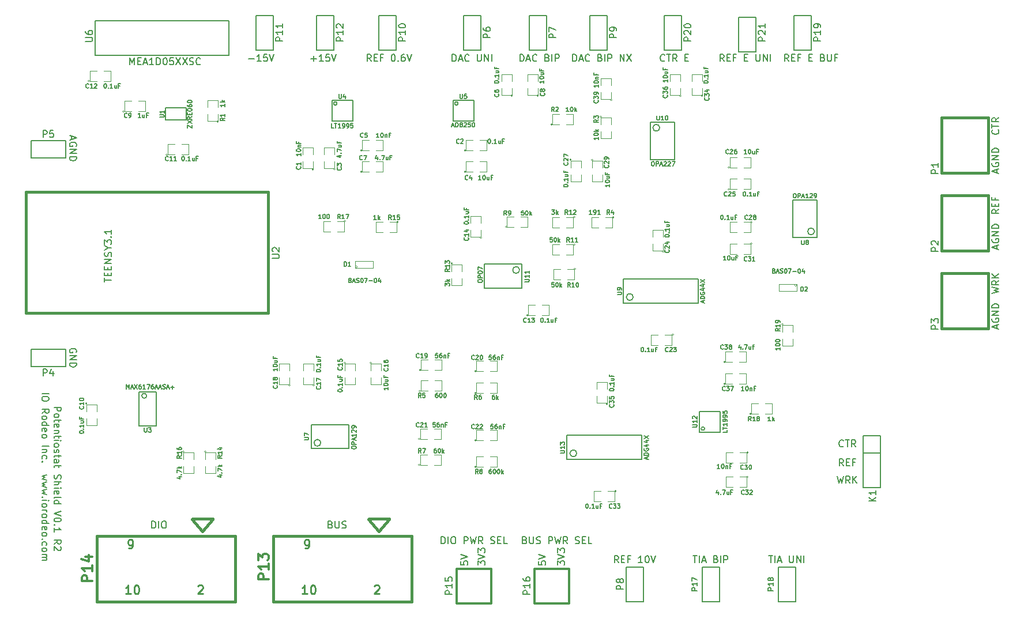
<source format=gto>
G04 (created by PCBNEW (2013-jul-07)-stable) date Tue 03 Jan 2017 02:31:41 PM PST*
%MOIN*%
G04 Gerber Fmt 3.4, Leading zero omitted, Abs format*
%FSLAX34Y34*%
G01*
G70*
G90*
G04 APERTURE LIST*
%ADD10C,0.00590551*%
%ADD11C,0.008*%
%ADD12C,0.015*%
%ADD13C,0.005*%
%ADD14C,0.0031*%
%ADD15C,0.0039*%
%ADD16C,0.006*%
%ADD17C,0.012*%
%ADD18C,0.00787402*%
%ADD19C,0.01*%
G04 APERTURE END LIST*
G54D10*
G54D11*
X67471Y-45423D02*
X67452Y-45442D01*
X67395Y-45461D01*
X67357Y-45461D01*
X67300Y-45442D01*
X67261Y-45404D01*
X67242Y-45366D01*
X67223Y-45290D01*
X67223Y-45233D01*
X67242Y-45157D01*
X67261Y-45119D01*
X67300Y-45080D01*
X67357Y-45061D01*
X67395Y-45061D01*
X67452Y-45080D01*
X67471Y-45100D01*
X67585Y-45061D02*
X67814Y-45061D01*
X67700Y-45461D02*
X67700Y-45061D01*
X68176Y-45461D02*
X68042Y-45271D01*
X67947Y-45461D02*
X67947Y-45061D01*
X68100Y-45061D01*
X68138Y-45080D01*
X68157Y-45100D01*
X68176Y-45138D01*
X68176Y-45195D01*
X68157Y-45233D01*
X68138Y-45252D01*
X68100Y-45271D01*
X67947Y-45271D01*
X67471Y-46561D02*
X67338Y-46371D01*
X67242Y-46561D02*
X67242Y-46161D01*
X67395Y-46161D01*
X67433Y-46180D01*
X67452Y-46200D01*
X67471Y-46238D01*
X67471Y-46295D01*
X67452Y-46333D01*
X67433Y-46352D01*
X67395Y-46371D01*
X67242Y-46371D01*
X67642Y-46352D02*
X67776Y-46352D01*
X67833Y-46561D02*
X67642Y-46561D01*
X67642Y-46161D01*
X67833Y-46161D01*
X68138Y-46352D02*
X68004Y-46352D01*
X68004Y-46561D02*
X68004Y-46161D01*
X68195Y-46161D01*
X67128Y-47161D02*
X67223Y-47561D01*
X67300Y-47276D01*
X67376Y-47561D01*
X67471Y-47161D01*
X67852Y-47561D02*
X67719Y-47371D01*
X67623Y-47561D02*
X67623Y-47161D01*
X67776Y-47161D01*
X67814Y-47180D01*
X67833Y-47200D01*
X67852Y-47238D01*
X67852Y-47295D01*
X67833Y-47333D01*
X67814Y-47352D01*
X67776Y-47371D01*
X67623Y-47371D01*
X68023Y-47561D02*
X68023Y-47161D01*
X68252Y-47561D02*
X68080Y-47333D01*
X68252Y-47161D02*
X68023Y-47390D01*
X76423Y-27128D02*
X76442Y-27147D01*
X76461Y-27204D01*
X76461Y-27242D01*
X76442Y-27299D01*
X76404Y-27338D01*
X76366Y-27357D01*
X76290Y-27376D01*
X76233Y-27376D01*
X76157Y-27357D01*
X76119Y-27338D01*
X76080Y-27299D01*
X76061Y-27242D01*
X76061Y-27204D01*
X76080Y-27147D01*
X76100Y-27128D01*
X76061Y-27014D02*
X76061Y-26785D01*
X76461Y-26899D02*
X76061Y-26899D01*
X76461Y-26423D02*
X76271Y-26557D01*
X76461Y-26652D02*
X76061Y-26652D01*
X76061Y-26500D01*
X76080Y-26461D01*
X76100Y-26442D01*
X76138Y-26423D01*
X76195Y-26423D01*
X76233Y-26442D01*
X76252Y-26461D01*
X76271Y-26500D01*
X76271Y-26652D01*
X76461Y-31728D02*
X76271Y-31861D01*
X76461Y-31957D02*
X76061Y-31957D01*
X76061Y-31804D01*
X76080Y-31766D01*
X76100Y-31747D01*
X76138Y-31728D01*
X76195Y-31728D01*
X76233Y-31747D01*
X76252Y-31766D01*
X76271Y-31804D01*
X76271Y-31957D01*
X76252Y-31557D02*
X76252Y-31423D01*
X76461Y-31366D02*
X76461Y-31557D01*
X76061Y-31557D01*
X76061Y-31366D01*
X76252Y-31061D02*
X76252Y-31195D01*
X76461Y-31195D02*
X76061Y-31195D01*
X76061Y-31004D01*
X76061Y-36571D02*
X76461Y-36476D01*
X76176Y-36400D01*
X76461Y-36323D01*
X76061Y-36228D01*
X76461Y-35847D02*
X76271Y-35980D01*
X76461Y-36076D02*
X76061Y-36076D01*
X76061Y-35923D01*
X76080Y-35885D01*
X76100Y-35866D01*
X76138Y-35847D01*
X76195Y-35847D01*
X76233Y-35866D01*
X76252Y-35885D01*
X76271Y-35923D01*
X76271Y-36076D01*
X76461Y-35676D02*
X76061Y-35676D01*
X76461Y-35447D02*
X76233Y-35619D01*
X76061Y-35447D02*
X76290Y-35676D01*
X76347Y-29604D02*
X76347Y-29414D01*
X76461Y-29642D02*
X76061Y-29509D01*
X76461Y-29376D01*
X76080Y-29033D02*
X76061Y-29071D01*
X76061Y-29128D01*
X76080Y-29185D01*
X76119Y-29223D01*
X76157Y-29242D01*
X76233Y-29261D01*
X76290Y-29261D01*
X76366Y-29242D01*
X76404Y-29223D01*
X76442Y-29185D01*
X76461Y-29128D01*
X76461Y-29090D01*
X76442Y-29033D01*
X76423Y-29014D01*
X76290Y-29014D01*
X76290Y-29090D01*
X76461Y-28842D02*
X76061Y-28842D01*
X76461Y-28614D01*
X76061Y-28614D01*
X76461Y-28423D02*
X76061Y-28423D01*
X76061Y-28328D01*
X76080Y-28271D01*
X76119Y-28233D01*
X76157Y-28214D01*
X76233Y-28195D01*
X76290Y-28195D01*
X76366Y-28214D01*
X76404Y-28233D01*
X76442Y-28271D01*
X76461Y-28328D01*
X76461Y-28423D01*
X76347Y-34004D02*
X76347Y-33814D01*
X76461Y-34042D02*
X76061Y-33909D01*
X76461Y-33776D01*
X76080Y-33433D02*
X76061Y-33471D01*
X76061Y-33528D01*
X76080Y-33585D01*
X76119Y-33623D01*
X76157Y-33642D01*
X76233Y-33661D01*
X76290Y-33661D01*
X76366Y-33642D01*
X76404Y-33623D01*
X76442Y-33585D01*
X76461Y-33528D01*
X76461Y-33490D01*
X76442Y-33433D01*
X76423Y-33414D01*
X76290Y-33414D01*
X76290Y-33490D01*
X76461Y-33242D02*
X76061Y-33242D01*
X76461Y-33014D01*
X76061Y-33014D01*
X76461Y-32823D02*
X76061Y-32823D01*
X76061Y-32728D01*
X76080Y-32671D01*
X76119Y-32633D01*
X76157Y-32614D01*
X76233Y-32595D01*
X76290Y-32595D01*
X76366Y-32614D01*
X76404Y-32633D01*
X76442Y-32671D01*
X76461Y-32728D01*
X76461Y-32823D01*
X76347Y-38604D02*
X76347Y-38414D01*
X76461Y-38642D02*
X76061Y-38509D01*
X76461Y-38376D01*
X76080Y-38033D02*
X76061Y-38071D01*
X76061Y-38128D01*
X76080Y-38185D01*
X76119Y-38223D01*
X76157Y-38242D01*
X76233Y-38261D01*
X76290Y-38261D01*
X76366Y-38242D01*
X76404Y-38223D01*
X76442Y-38185D01*
X76461Y-38128D01*
X76461Y-38090D01*
X76442Y-38033D01*
X76423Y-38014D01*
X76290Y-38014D01*
X76290Y-38090D01*
X76461Y-37842D02*
X76061Y-37842D01*
X76461Y-37614D01*
X76061Y-37614D01*
X76461Y-37423D02*
X76061Y-37423D01*
X76061Y-37328D01*
X76080Y-37271D01*
X76119Y-37233D01*
X76157Y-37214D01*
X76233Y-37195D01*
X76290Y-37195D01*
X76366Y-37214D01*
X76404Y-37233D01*
X76442Y-37271D01*
X76461Y-37328D01*
X76461Y-37423D01*
X22852Y-27495D02*
X22852Y-27685D01*
X22738Y-27457D02*
X23138Y-27590D01*
X22738Y-27723D01*
X23119Y-28066D02*
X23138Y-28028D01*
X23138Y-27971D01*
X23119Y-27914D01*
X23080Y-27876D01*
X23042Y-27857D01*
X22966Y-27838D01*
X22909Y-27838D01*
X22833Y-27857D01*
X22795Y-27876D01*
X22757Y-27914D01*
X22738Y-27971D01*
X22738Y-28009D01*
X22757Y-28066D01*
X22776Y-28085D01*
X22909Y-28085D01*
X22909Y-28009D01*
X22738Y-28257D02*
X23138Y-28257D01*
X22738Y-28485D01*
X23138Y-28485D01*
X22738Y-28676D02*
X23138Y-28676D01*
X23138Y-28771D01*
X23119Y-28828D01*
X23080Y-28866D01*
X23042Y-28885D01*
X22966Y-28904D01*
X22909Y-28904D01*
X22833Y-28885D01*
X22795Y-28866D01*
X22757Y-28828D01*
X22738Y-28771D01*
X22738Y-28676D01*
X23119Y-39995D02*
X23138Y-39957D01*
X23138Y-39900D01*
X23119Y-39842D01*
X23080Y-39804D01*
X23042Y-39785D01*
X22966Y-39766D01*
X22909Y-39766D01*
X22833Y-39785D01*
X22795Y-39804D01*
X22757Y-39842D01*
X22738Y-39900D01*
X22738Y-39938D01*
X22757Y-39995D01*
X22776Y-40014D01*
X22909Y-40014D01*
X22909Y-39938D01*
X22738Y-40185D02*
X23138Y-40185D01*
X22738Y-40414D01*
X23138Y-40414D01*
X22738Y-40604D02*
X23138Y-40604D01*
X23138Y-40700D01*
X23119Y-40757D01*
X23080Y-40795D01*
X23042Y-40814D01*
X22966Y-40833D01*
X22909Y-40833D01*
X22833Y-40814D01*
X22795Y-40795D01*
X22757Y-40757D01*
X22738Y-40700D01*
X22738Y-40604D01*
X50961Y-52295D02*
X50961Y-52047D01*
X51114Y-52180D01*
X51114Y-52123D01*
X51133Y-52085D01*
X51152Y-52066D01*
X51190Y-52047D01*
X51285Y-52047D01*
X51323Y-52066D01*
X51342Y-52085D01*
X51361Y-52123D01*
X51361Y-52238D01*
X51342Y-52276D01*
X51323Y-52295D01*
X50961Y-51933D02*
X51361Y-51799D01*
X50961Y-51666D01*
X50961Y-51571D02*
X50961Y-51323D01*
X51114Y-51457D01*
X51114Y-51400D01*
X51133Y-51361D01*
X51152Y-51342D01*
X51190Y-51323D01*
X51285Y-51323D01*
X51323Y-51342D01*
X51342Y-51361D01*
X51361Y-51400D01*
X51361Y-51514D01*
X51342Y-51552D01*
X51323Y-51571D01*
X49861Y-52076D02*
X49861Y-52266D01*
X50052Y-52285D01*
X50033Y-52266D01*
X50014Y-52228D01*
X50014Y-52133D01*
X50033Y-52095D01*
X50052Y-52076D01*
X50090Y-52057D01*
X50185Y-52057D01*
X50223Y-52076D01*
X50242Y-52095D01*
X50261Y-52133D01*
X50261Y-52228D01*
X50242Y-52266D01*
X50223Y-52285D01*
X49861Y-51942D02*
X50261Y-51809D01*
X49861Y-51676D01*
X49061Y-50852D02*
X49119Y-50871D01*
X49138Y-50890D01*
X49157Y-50928D01*
X49157Y-50985D01*
X49138Y-51023D01*
X49119Y-51042D01*
X49080Y-51061D01*
X48928Y-51061D01*
X48928Y-50661D01*
X49061Y-50661D01*
X49100Y-50680D01*
X49119Y-50700D01*
X49138Y-50738D01*
X49138Y-50776D01*
X49119Y-50814D01*
X49100Y-50833D01*
X49061Y-50852D01*
X48928Y-50852D01*
X49328Y-50661D02*
X49328Y-50985D01*
X49347Y-51023D01*
X49366Y-51042D01*
X49404Y-51061D01*
X49480Y-51061D01*
X49519Y-51042D01*
X49538Y-51023D01*
X49557Y-50985D01*
X49557Y-50661D01*
X49728Y-51042D02*
X49785Y-51061D01*
X49880Y-51061D01*
X49919Y-51042D01*
X49938Y-51023D01*
X49957Y-50985D01*
X49957Y-50947D01*
X49938Y-50909D01*
X49919Y-50890D01*
X49880Y-50871D01*
X49804Y-50852D01*
X49766Y-50833D01*
X49747Y-50814D01*
X49728Y-50776D01*
X49728Y-50738D01*
X49747Y-50700D01*
X49766Y-50680D01*
X49804Y-50661D01*
X49900Y-50661D01*
X49957Y-50680D01*
X50433Y-51061D02*
X50433Y-50661D01*
X50585Y-50661D01*
X50623Y-50680D01*
X50642Y-50700D01*
X50661Y-50738D01*
X50661Y-50795D01*
X50642Y-50833D01*
X50623Y-50852D01*
X50585Y-50871D01*
X50433Y-50871D01*
X50795Y-50661D02*
X50890Y-51061D01*
X50966Y-50776D01*
X51042Y-51061D01*
X51138Y-50661D01*
X51519Y-51061D02*
X51385Y-50871D01*
X51290Y-51061D02*
X51290Y-50661D01*
X51442Y-50661D01*
X51480Y-50680D01*
X51500Y-50700D01*
X51519Y-50738D01*
X51519Y-50795D01*
X51500Y-50833D01*
X51480Y-50852D01*
X51442Y-50871D01*
X51290Y-50871D01*
X51976Y-51042D02*
X52033Y-51061D01*
X52128Y-51061D01*
X52166Y-51042D01*
X52185Y-51023D01*
X52204Y-50985D01*
X52204Y-50947D01*
X52185Y-50909D01*
X52166Y-50890D01*
X52128Y-50871D01*
X52052Y-50852D01*
X52014Y-50833D01*
X51995Y-50814D01*
X51976Y-50776D01*
X51976Y-50738D01*
X51995Y-50700D01*
X52014Y-50680D01*
X52052Y-50661D01*
X52147Y-50661D01*
X52204Y-50680D01*
X52376Y-50852D02*
X52509Y-50852D01*
X52566Y-51061D02*
X52376Y-51061D01*
X52376Y-50661D01*
X52566Y-50661D01*
X52928Y-51061D02*
X52738Y-51061D01*
X52738Y-50661D01*
X44223Y-51061D02*
X44223Y-50661D01*
X44319Y-50661D01*
X44376Y-50680D01*
X44414Y-50719D01*
X44433Y-50757D01*
X44452Y-50833D01*
X44452Y-50890D01*
X44433Y-50966D01*
X44414Y-51004D01*
X44376Y-51042D01*
X44319Y-51061D01*
X44223Y-51061D01*
X44623Y-51061D02*
X44623Y-50661D01*
X44890Y-50661D02*
X44966Y-50661D01*
X45004Y-50680D01*
X45042Y-50719D01*
X45061Y-50795D01*
X45061Y-50928D01*
X45042Y-51004D01*
X45004Y-51042D01*
X44966Y-51061D01*
X44890Y-51061D01*
X44852Y-51042D01*
X44814Y-51004D01*
X44795Y-50928D01*
X44795Y-50795D01*
X44814Y-50719D01*
X44852Y-50680D01*
X44890Y-50661D01*
X45538Y-51061D02*
X45538Y-50661D01*
X45690Y-50661D01*
X45728Y-50680D01*
X45747Y-50700D01*
X45766Y-50738D01*
X45766Y-50795D01*
X45747Y-50833D01*
X45728Y-50852D01*
X45690Y-50871D01*
X45538Y-50871D01*
X45900Y-50661D02*
X45995Y-51061D01*
X46071Y-50776D01*
X46147Y-51061D01*
X46242Y-50661D01*
X46623Y-51061D02*
X46490Y-50871D01*
X46395Y-51061D02*
X46395Y-50661D01*
X46547Y-50661D01*
X46585Y-50680D01*
X46604Y-50700D01*
X46623Y-50738D01*
X46623Y-50795D01*
X46604Y-50833D01*
X46585Y-50852D01*
X46547Y-50871D01*
X46395Y-50871D01*
X47080Y-51042D02*
X47138Y-51061D01*
X47233Y-51061D01*
X47271Y-51042D01*
X47290Y-51023D01*
X47309Y-50985D01*
X47309Y-50947D01*
X47290Y-50909D01*
X47271Y-50890D01*
X47233Y-50871D01*
X47157Y-50852D01*
X47119Y-50833D01*
X47100Y-50814D01*
X47080Y-50776D01*
X47080Y-50738D01*
X47100Y-50700D01*
X47119Y-50680D01*
X47157Y-50661D01*
X47252Y-50661D01*
X47309Y-50680D01*
X47480Y-50852D02*
X47614Y-50852D01*
X47671Y-51061D02*
X47480Y-51061D01*
X47480Y-50661D01*
X47671Y-50661D01*
X48033Y-51061D02*
X47842Y-51061D01*
X47842Y-50661D01*
X46361Y-52295D02*
X46361Y-52047D01*
X46514Y-52180D01*
X46514Y-52123D01*
X46533Y-52085D01*
X46552Y-52066D01*
X46590Y-52047D01*
X46685Y-52047D01*
X46723Y-52066D01*
X46742Y-52085D01*
X46761Y-52123D01*
X46761Y-52238D01*
X46742Y-52276D01*
X46723Y-52295D01*
X46361Y-51933D02*
X46761Y-51799D01*
X46361Y-51666D01*
X46361Y-51571D02*
X46361Y-51323D01*
X46514Y-51457D01*
X46514Y-51400D01*
X46533Y-51361D01*
X46552Y-51342D01*
X46590Y-51323D01*
X46685Y-51323D01*
X46723Y-51342D01*
X46742Y-51361D01*
X46761Y-51400D01*
X46761Y-51514D01*
X46742Y-51552D01*
X46723Y-51571D01*
X45361Y-52076D02*
X45361Y-52266D01*
X45552Y-52285D01*
X45533Y-52266D01*
X45514Y-52228D01*
X45514Y-52133D01*
X45533Y-52095D01*
X45552Y-52076D01*
X45590Y-52057D01*
X45685Y-52057D01*
X45723Y-52076D01*
X45742Y-52095D01*
X45761Y-52133D01*
X45761Y-52228D01*
X45742Y-52266D01*
X45723Y-52285D01*
X45361Y-51942D02*
X45761Y-51809D01*
X45361Y-51676D01*
X37828Y-49952D02*
X37885Y-49971D01*
X37904Y-49990D01*
X37923Y-50028D01*
X37923Y-50085D01*
X37904Y-50123D01*
X37885Y-50142D01*
X37847Y-50161D01*
X37695Y-50161D01*
X37695Y-49761D01*
X37828Y-49761D01*
X37866Y-49780D01*
X37885Y-49800D01*
X37904Y-49838D01*
X37904Y-49876D01*
X37885Y-49914D01*
X37866Y-49933D01*
X37828Y-49952D01*
X37695Y-49952D01*
X38095Y-49761D02*
X38095Y-50085D01*
X38114Y-50123D01*
X38133Y-50142D01*
X38171Y-50161D01*
X38247Y-50161D01*
X38285Y-50142D01*
X38304Y-50123D01*
X38323Y-50085D01*
X38323Y-49761D01*
X38495Y-50142D02*
X38552Y-50161D01*
X38647Y-50161D01*
X38685Y-50142D01*
X38704Y-50123D01*
X38723Y-50085D01*
X38723Y-50047D01*
X38704Y-50009D01*
X38685Y-49990D01*
X38647Y-49971D01*
X38571Y-49952D01*
X38533Y-49933D01*
X38514Y-49914D01*
X38495Y-49876D01*
X38495Y-49838D01*
X38514Y-49800D01*
X38533Y-49780D01*
X38571Y-49761D01*
X38666Y-49761D01*
X38723Y-49780D01*
X27490Y-50161D02*
X27490Y-49761D01*
X27585Y-49761D01*
X27642Y-49780D01*
X27680Y-49819D01*
X27700Y-49857D01*
X27719Y-49933D01*
X27719Y-49990D01*
X27700Y-50066D01*
X27680Y-50104D01*
X27642Y-50142D01*
X27585Y-50161D01*
X27490Y-50161D01*
X27890Y-50161D02*
X27890Y-49761D01*
X28157Y-49761D02*
X28233Y-49761D01*
X28271Y-49780D01*
X28309Y-49819D01*
X28328Y-49895D01*
X28328Y-50028D01*
X28309Y-50104D01*
X28271Y-50142D01*
X28233Y-50161D01*
X28157Y-50161D01*
X28119Y-50142D01*
X28080Y-50104D01*
X28061Y-50028D01*
X28061Y-49895D01*
X28080Y-49819D01*
X28119Y-49780D01*
X28157Y-49761D01*
X21138Y-42371D02*
X21538Y-42371D01*
X21538Y-42638D02*
X21538Y-42714D01*
X21519Y-42752D01*
X21480Y-42790D01*
X21404Y-42809D01*
X21271Y-42809D01*
X21195Y-42790D01*
X21157Y-42752D01*
X21138Y-42714D01*
X21138Y-42638D01*
X21157Y-42600D01*
X21195Y-42561D01*
X21271Y-42542D01*
X21404Y-42542D01*
X21480Y-42561D01*
X21519Y-42600D01*
X21538Y-42638D01*
X21138Y-43514D02*
X21328Y-43380D01*
X21138Y-43285D02*
X21538Y-43285D01*
X21538Y-43438D01*
X21519Y-43476D01*
X21500Y-43495D01*
X21461Y-43514D01*
X21404Y-43514D01*
X21366Y-43495D01*
X21347Y-43476D01*
X21328Y-43438D01*
X21328Y-43285D01*
X21138Y-43742D02*
X21157Y-43704D01*
X21176Y-43685D01*
X21214Y-43666D01*
X21328Y-43666D01*
X21366Y-43685D01*
X21385Y-43704D01*
X21404Y-43742D01*
X21404Y-43800D01*
X21385Y-43838D01*
X21366Y-43857D01*
X21328Y-43876D01*
X21214Y-43876D01*
X21176Y-43857D01*
X21157Y-43838D01*
X21138Y-43800D01*
X21138Y-43742D01*
X21138Y-44219D02*
X21538Y-44219D01*
X21157Y-44219D02*
X21138Y-44180D01*
X21138Y-44104D01*
X21157Y-44066D01*
X21176Y-44047D01*
X21214Y-44028D01*
X21328Y-44028D01*
X21366Y-44047D01*
X21385Y-44066D01*
X21404Y-44104D01*
X21404Y-44180D01*
X21385Y-44219D01*
X21157Y-44561D02*
X21138Y-44523D01*
X21138Y-44447D01*
X21157Y-44409D01*
X21195Y-44390D01*
X21347Y-44390D01*
X21385Y-44409D01*
X21404Y-44447D01*
X21404Y-44523D01*
X21385Y-44561D01*
X21347Y-44580D01*
X21309Y-44580D01*
X21271Y-44390D01*
X21138Y-44809D02*
X21157Y-44771D01*
X21176Y-44752D01*
X21214Y-44733D01*
X21328Y-44733D01*
X21366Y-44752D01*
X21385Y-44771D01*
X21404Y-44809D01*
X21404Y-44866D01*
X21385Y-44904D01*
X21366Y-44923D01*
X21328Y-44942D01*
X21214Y-44942D01*
X21176Y-44923D01*
X21157Y-44904D01*
X21138Y-44866D01*
X21138Y-44809D01*
X21138Y-45419D02*
X21538Y-45419D01*
X21404Y-45609D02*
X21138Y-45609D01*
X21366Y-45609D02*
X21385Y-45628D01*
X21404Y-45666D01*
X21404Y-45723D01*
X21385Y-45761D01*
X21347Y-45780D01*
X21138Y-45780D01*
X21157Y-46142D02*
X21138Y-46104D01*
X21138Y-46028D01*
X21157Y-45990D01*
X21176Y-45971D01*
X21214Y-45952D01*
X21328Y-45952D01*
X21366Y-45971D01*
X21385Y-45990D01*
X21404Y-46028D01*
X21404Y-46104D01*
X21385Y-46142D01*
X21176Y-46314D02*
X21157Y-46333D01*
X21138Y-46314D01*
X21157Y-46295D01*
X21176Y-46314D01*
X21138Y-46314D01*
X21404Y-47076D02*
X21138Y-47152D01*
X21328Y-47228D01*
X21138Y-47304D01*
X21404Y-47380D01*
X21404Y-47495D02*
X21138Y-47571D01*
X21328Y-47647D01*
X21138Y-47723D01*
X21404Y-47800D01*
X21404Y-47914D02*
X21138Y-47990D01*
X21328Y-48066D01*
X21138Y-48142D01*
X21404Y-48219D01*
X21176Y-48371D02*
X21157Y-48390D01*
X21138Y-48371D01*
X21157Y-48352D01*
X21176Y-48371D01*
X21138Y-48371D01*
X21138Y-48561D02*
X21404Y-48561D01*
X21538Y-48561D02*
X21519Y-48542D01*
X21500Y-48561D01*
X21519Y-48580D01*
X21538Y-48561D01*
X21500Y-48561D01*
X21138Y-48809D02*
X21157Y-48771D01*
X21176Y-48752D01*
X21214Y-48733D01*
X21328Y-48733D01*
X21366Y-48752D01*
X21385Y-48771D01*
X21404Y-48809D01*
X21404Y-48866D01*
X21385Y-48904D01*
X21366Y-48923D01*
X21328Y-48942D01*
X21214Y-48942D01*
X21176Y-48923D01*
X21157Y-48904D01*
X21138Y-48866D01*
X21138Y-48809D01*
X21138Y-49114D02*
X21404Y-49114D01*
X21328Y-49114D02*
X21366Y-49133D01*
X21385Y-49152D01*
X21404Y-49190D01*
X21404Y-49228D01*
X21138Y-49419D02*
X21157Y-49380D01*
X21176Y-49361D01*
X21214Y-49342D01*
X21328Y-49342D01*
X21366Y-49361D01*
X21385Y-49380D01*
X21404Y-49419D01*
X21404Y-49476D01*
X21385Y-49514D01*
X21366Y-49533D01*
X21328Y-49552D01*
X21214Y-49552D01*
X21176Y-49533D01*
X21157Y-49514D01*
X21138Y-49476D01*
X21138Y-49419D01*
X21138Y-49895D02*
X21538Y-49895D01*
X21157Y-49895D02*
X21138Y-49857D01*
X21138Y-49780D01*
X21157Y-49742D01*
X21176Y-49723D01*
X21214Y-49704D01*
X21328Y-49704D01*
X21366Y-49723D01*
X21385Y-49742D01*
X21404Y-49780D01*
X21404Y-49857D01*
X21385Y-49895D01*
X21157Y-50238D02*
X21138Y-50200D01*
X21138Y-50123D01*
X21157Y-50085D01*
X21195Y-50066D01*
X21347Y-50066D01*
X21385Y-50085D01*
X21404Y-50123D01*
X21404Y-50200D01*
X21385Y-50238D01*
X21347Y-50257D01*
X21309Y-50257D01*
X21271Y-50066D01*
X21138Y-50485D02*
X21157Y-50447D01*
X21176Y-50428D01*
X21214Y-50409D01*
X21328Y-50409D01*
X21366Y-50428D01*
X21385Y-50447D01*
X21404Y-50485D01*
X21404Y-50542D01*
X21385Y-50580D01*
X21366Y-50600D01*
X21328Y-50619D01*
X21214Y-50619D01*
X21176Y-50600D01*
X21157Y-50580D01*
X21138Y-50542D01*
X21138Y-50485D01*
X21176Y-50790D02*
X21157Y-50809D01*
X21138Y-50790D01*
X21157Y-50771D01*
X21176Y-50790D01*
X21138Y-50790D01*
X21157Y-51152D02*
X21138Y-51114D01*
X21138Y-51038D01*
X21157Y-51000D01*
X21176Y-50980D01*
X21214Y-50961D01*
X21328Y-50961D01*
X21366Y-50980D01*
X21385Y-51000D01*
X21404Y-51038D01*
X21404Y-51114D01*
X21385Y-51152D01*
X21138Y-51380D02*
X21157Y-51342D01*
X21176Y-51323D01*
X21214Y-51304D01*
X21328Y-51304D01*
X21366Y-51323D01*
X21385Y-51342D01*
X21404Y-51380D01*
X21404Y-51438D01*
X21385Y-51476D01*
X21366Y-51495D01*
X21328Y-51514D01*
X21214Y-51514D01*
X21176Y-51495D01*
X21157Y-51476D01*
X21138Y-51438D01*
X21138Y-51380D01*
X21138Y-51685D02*
X21404Y-51685D01*
X21366Y-51685D02*
X21385Y-51704D01*
X21404Y-51742D01*
X21404Y-51800D01*
X21385Y-51838D01*
X21347Y-51857D01*
X21138Y-51857D01*
X21347Y-51857D02*
X21385Y-51876D01*
X21404Y-51914D01*
X21404Y-51971D01*
X21385Y-52009D01*
X21347Y-52028D01*
X21138Y-52028D01*
X21838Y-43166D02*
X22238Y-43166D01*
X22238Y-43319D01*
X22219Y-43357D01*
X22200Y-43376D01*
X22161Y-43395D01*
X22104Y-43395D01*
X22066Y-43376D01*
X22047Y-43357D01*
X22028Y-43319D01*
X22028Y-43166D01*
X21838Y-43623D02*
X21857Y-43585D01*
X21876Y-43566D01*
X21914Y-43547D01*
X22028Y-43547D01*
X22066Y-43566D01*
X22085Y-43585D01*
X22104Y-43623D01*
X22104Y-43680D01*
X22085Y-43719D01*
X22066Y-43738D01*
X22028Y-43757D01*
X21914Y-43757D01*
X21876Y-43738D01*
X21857Y-43719D01*
X21838Y-43680D01*
X21838Y-43623D01*
X22104Y-43871D02*
X22104Y-44023D01*
X22238Y-43928D02*
X21895Y-43928D01*
X21857Y-43947D01*
X21838Y-43985D01*
X21838Y-44023D01*
X21857Y-44309D02*
X21838Y-44271D01*
X21838Y-44195D01*
X21857Y-44157D01*
X21895Y-44138D01*
X22047Y-44138D01*
X22085Y-44157D01*
X22104Y-44195D01*
X22104Y-44271D01*
X22085Y-44309D01*
X22047Y-44328D01*
X22009Y-44328D01*
X21971Y-44138D01*
X22104Y-44500D02*
X21838Y-44500D01*
X22066Y-44500D02*
X22085Y-44519D01*
X22104Y-44557D01*
X22104Y-44614D01*
X22085Y-44652D01*
X22047Y-44671D01*
X21838Y-44671D01*
X22104Y-44804D02*
X22104Y-44957D01*
X22238Y-44861D02*
X21895Y-44861D01*
X21857Y-44880D01*
X21838Y-44919D01*
X21838Y-44957D01*
X21838Y-45090D02*
X22104Y-45090D01*
X22238Y-45090D02*
X22219Y-45071D01*
X22200Y-45090D01*
X22219Y-45109D01*
X22238Y-45090D01*
X22200Y-45090D01*
X21838Y-45338D02*
X21857Y-45300D01*
X21876Y-45280D01*
X21914Y-45261D01*
X22028Y-45261D01*
X22066Y-45280D01*
X22085Y-45300D01*
X22104Y-45338D01*
X22104Y-45395D01*
X22085Y-45433D01*
X22066Y-45452D01*
X22028Y-45471D01*
X21914Y-45471D01*
X21876Y-45452D01*
X21857Y-45433D01*
X21838Y-45395D01*
X21838Y-45338D01*
X21857Y-45623D02*
X21838Y-45661D01*
X21838Y-45738D01*
X21857Y-45776D01*
X21895Y-45795D01*
X21914Y-45795D01*
X21952Y-45776D01*
X21971Y-45738D01*
X21971Y-45680D01*
X21990Y-45642D01*
X22028Y-45623D01*
X22047Y-45623D01*
X22085Y-45642D01*
X22104Y-45680D01*
X22104Y-45738D01*
X22085Y-45776D01*
X22104Y-45909D02*
X22104Y-46061D01*
X22238Y-45966D02*
X21895Y-45966D01*
X21857Y-45985D01*
X21838Y-46023D01*
X21838Y-46061D01*
X21838Y-46366D02*
X22047Y-46366D01*
X22085Y-46347D01*
X22104Y-46309D01*
X22104Y-46233D01*
X22085Y-46195D01*
X21857Y-46366D02*
X21838Y-46328D01*
X21838Y-46233D01*
X21857Y-46195D01*
X21895Y-46176D01*
X21933Y-46176D01*
X21971Y-46195D01*
X21990Y-46233D01*
X21990Y-46328D01*
X22009Y-46366D01*
X22104Y-46500D02*
X22104Y-46652D01*
X22238Y-46557D02*
X21895Y-46557D01*
X21857Y-46576D01*
X21838Y-46614D01*
X21838Y-46652D01*
X21857Y-47071D02*
X21838Y-47128D01*
X21838Y-47223D01*
X21857Y-47261D01*
X21876Y-47280D01*
X21914Y-47299D01*
X21952Y-47299D01*
X21990Y-47280D01*
X22009Y-47261D01*
X22028Y-47223D01*
X22047Y-47147D01*
X22066Y-47109D01*
X22085Y-47090D01*
X22123Y-47071D01*
X22161Y-47071D01*
X22200Y-47090D01*
X22219Y-47109D01*
X22238Y-47147D01*
X22238Y-47242D01*
X22219Y-47299D01*
X21838Y-47471D02*
X22238Y-47471D01*
X21838Y-47642D02*
X22047Y-47642D01*
X22085Y-47623D01*
X22104Y-47585D01*
X22104Y-47528D01*
X22085Y-47490D01*
X22066Y-47471D01*
X21838Y-47833D02*
X22104Y-47833D01*
X22238Y-47833D02*
X22219Y-47814D01*
X22200Y-47833D01*
X22219Y-47852D01*
X22238Y-47833D01*
X22200Y-47833D01*
X21857Y-48176D02*
X21838Y-48138D01*
X21838Y-48061D01*
X21857Y-48023D01*
X21895Y-48004D01*
X22047Y-48004D01*
X22085Y-48023D01*
X22104Y-48061D01*
X22104Y-48138D01*
X22085Y-48176D01*
X22047Y-48195D01*
X22009Y-48195D01*
X21971Y-48004D01*
X21838Y-48423D02*
X21857Y-48385D01*
X21895Y-48366D01*
X22238Y-48366D01*
X21838Y-48747D02*
X22238Y-48747D01*
X21857Y-48747D02*
X21838Y-48709D01*
X21838Y-48633D01*
X21857Y-48595D01*
X21876Y-48576D01*
X21914Y-48557D01*
X22028Y-48557D01*
X22066Y-48576D01*
X22085Y-48595D01*
X22104Y-48633D01*
X22104Y-48709D01*
X22085Y-48747D01*
X22238Y-49185D02*
X21838Y-49319D01*
X22238Y-49452D01*
X22238Y-49661D02*
X22238Y-49699D01*
X22219Y-49738D01*
X22200Y-49757D01*
X22161Y-49776D01*
X22085Y-49795D01*
X21990Y-49795D01*
X21914Y-49776D01*
X21876Y-49757D01*
X21857Y-49738D01*
X21838Y-49699D01*
X21838Y-49661D01*
X21857Y-49623D01*
X21876Y-49604D01*
X21914Y-49585D01*
X21990Y-49566D01*
X22085Y-49566D01*
X22161Y-49585D01*
X22200Y-49604D01*
X22219Y-49623D01*
X22238Y-49661D01*
X21876Y-49966D02*
X21857Y-49985D01*
X21838Y-49966D01*
X21857Y-49947D01*
X21876Y-49966D01*
X21838Y-49966D01*
X21838Y-50366D02*
X21838Y-50138D01*
X21838Y-50252D02*
X22238Y-50252D01*
X22180Y-50214D01*
X22142Y-50176D01*
X22123Y-50138D01*
X21838Y-51071D02*
X22028Y-50938D01*
X21838Y-50842D02*
X22238Y-50842D01*
X22238Y-50995D01*
X22219Y-51033D01*
X22200Y-51052D01*
X22161Y-51071D01*
X22104Y-51071D01*
X22066Y-51052D01*
X22047Y-51033D01*
X22028Y-50995D01*
X22028Y-50842D01*
X22200Y-51223D02*
X22219Y-51242D01*
X22238Y-51280D01*
X22238Y-51376D01*
X22219Y-51414D01*
X22200Y-51433D01*
X22161Y-51452D01*
X22123Y-51452D01*
X22066Y-51433D01*
X21838Y-51204D01*
X21838Y-51452D01*
X63152Y-51761D02*
X63380Y-51761D01*
X63266Y-52161D02*
X63266Y-51761D01*
X63514Y-52161D02*
X63514Y-51761D01*
X63685Y-52047D02*
X63876Y-52047D01*
X63647Y-52161D02*
X63780Y-51761D01*
X63914Y-52161D01*
X64352Y-51761D02*
X64352Y-52085D01*
X64371Y-52123D01*
X64390Y-52142D01*
X64428Y-52161D01*
X64504Y-52161D01*
X64542Y-52142D01*
X64561Y-52123D01*
X64580Y-52085D01*
X64580Y-51761D01*
X64771Y-52161D02*
X64771Y-51761D01*
X65000Y-52161D01*
X65000Y-51761D01*
X65190Y-52161D02*
X65190Y-51761D01*
X58771Y-51761D02*
X59000Y-51761D01*
X58885Y-52161D02*
X58885Y-51761D01*
X59133Y-52161D02*
X59133Y-51761D01*
X59304Y-52047D02*
X59495Y-52047D01*
X59266Y-52161D02*
X59400Y-51761D01*
X59533Y-52161D01*
X60104Y-51952D02*
X60161Y-51971D01*
X60180Y-51990D01*
X60200Y-52028D01*
X60200Y-52085D01*
X60180Y-52123D01*
X60161Y-52142D01*
X60123Y-52161D01*
X59971Y-52161D01*
X59971Y-51761D01*
X60104Y-51761D01*
X60142Y-51780D01*
X60161Y-51800D01*
X60180Y-51838D01*
X60180Y-51876D01*
X60161Y-51914D01*
X60142Y-51933D01*
X60104Y-51952D01*
X59971Y-51952D01*
X60371Y-52161D02*
X60371Y-51761D01*
X60561Y-52161D02*
X60561Y-51761D01*
X60714Y-51761D01*
X60752Y-51780D01*
X60771Y-51800D01*
X60790Y-51838D01*
X60790Y-51895D01*
X60771Y-51933D01*
X60752Y-51952D01*
X60714Y-51971D01*
X60561Y-51971D01*
X60571Y-23161D02*
X60438Y-22971D01*
X60342Y-23161D02*
X60342Y-22761D01*
X60495Y-22761D01*
X60533Y-22780D01*
X60552Y-22800D01*
X60571Y-22838D01*
X60571Y-22895D01*
X60552Y-22933D01*
X60533Y-22952D01*
X60495Y-22971D01*
X60342Y-22971D01*
X60742Y-22952D02*
X60876Y-22952D01*
X60933Y-23161D02*
X60742Y-23161D01*
X60742Y-22761D01*
X60933Y-22761D01*
X61238Y-22952D02*
X61104Y-22952D01*
X61104Y-23161D02*
X61104Y-22761D01*
X61295Y-22761D01*
X61752Y-22952D02*
X61885Y-22952D01*
X61942Y-23161D02*
X61752Y-23161D01*
X61752Y-22761D01*
X61942Y-22761D01*
X62419Y-22761D02*
X62419Y-23085D01*
X62438Y-23123D01*
X62457Y-23142D01*
X62495Y-23161D01*
X62571Y-23161D01*
X62609Y-23142D01*
X62628Y-23123D01*
X62647Y-23085D01*
X62647Y-22761D01*
X62838Y-23161D02*
X62838Y-22761D01*
X63066Y-23161D01*
X63066Y-22761D01*
X63257Y-23161D02*
X63257Y-22761D01*
X54466Y-52161D02*
X54333Y-51971D01*
X54238Y-52161D02*
X54238Y-51761D01*
X54390Y-51761D01*
X54428Y-51780D01*
X54447Y-51800D01*
X54466Y-51838D01*
X54466Y-51895D01*
X54447Y-51933D01*
X54428Y-51952D01*
X54390Y-51971D01*
X54238Y-51971D01*
X54638Y-51952D02*
X54771Y-51952D01*
X54828Y-52161D02*
X54638Y-52161D01*
X54638Y-51761D01*
X54828Y-51761D01*
X55133Y-51952D02*
X55000Y-51952D01*
X55000Y-52161D02*
X55000Y-51761D01*
X55190Y-51761D01*
X55857Y-52161D02*
X55628Y-52161D01*
X55742Y-52161D02*
X55742Y-51761D01*
X55704Y-51819D01*
X55666Y-51857D01*
X55628Y-51876D01*
X56104Y-51761D02*
X56142Y-51761D01*
X56180Y-51780D01*
X56200Y-51800D01*
X56219Y-51838D01*
X56238Y-51914D01*
X56238Y-52009D01*
X56219Y-52085D01*
X56200Y-52123D01*
X56180Y-52142D01*
X56142Y-52161D01*
X56104Y-52161D01*
X56066Y-52142D01*
X56047Y-52123D01*
X56028Y-52085D01*
X56009Y-52009D01*
X56009Y-51914D01*
X56028Y-51838D01*
X56047Y-51800D01*
X56066Y-51780D01*
X56104Y-51761D01*
X56352Y-51761D02*
X56485Y-52161D01*
X56619Y-51761D01*
X64304Y-23161D02*
X64171Y-22971D01*
X64076Y-23161D02*
X64076Y-22761D01*
X64228Y-22761D01*
X64266Y-22780D01*
X64285Y-22800D01*
X64304Y-22838D01*
X64304Y-22895D01*
X64285Y-22933D01*
X64266Y-22952D01*
X64228Y-22971D01*
X64076Y-22971D01*
X64476Y-22952D02*
X64609Y-22952D01*
X64666Y-23161D02*
X64476Y-23161D01*
X64476Y-22761D01*
X64666Y-22761D01*
X64971Y-22952D02*
X64838Y-22952D01*
X64838Y-23161D02*
X64838Y-22761D01*
X65028Y-22761D01*
X65485Y-22952D02*
X65619Y-22952D01*
X65676Y-23161D02*
X65485Y-23161D01*
X65485Y-22761D01*
X65676Y-22761D01*
X66285Y-22952D02*
X66342Y-22971D01*
X66361Y-22990D01*
X66380Y-23028D01*
X66380Y-23085D01*
X66361Y-23123D01*
X66342Y-23142D01*
X66304Y-23161D01*
X66152Y-23161D01*
X66152Y-22761D01*
X66285Y-22761D01*
X66323Y-22780D01*
X66342Y-22800D01*
X66361Y-22838D01*
X66361Y-22876D01*
X66342Y-22914D01*
X66323Y-22933D01*
X66285Y-22952D01*
X66152Y-22952D01*
X66552Y-22761D02*
X66552Y-23085D01*
X66571Y-23123D01*
X66590Y-23142D01*
X66628Y-23161D01*
X66704Y-23161D01*
X66742Y-23142D01*
X66761Y-23123D01*
X66780Y-23085D01*
X66780Y-22761D01*
X67104Y-22952D02*
X66971Y-22952D01*
X66971Y-23161D02*
X66971Y-22761D01*
X67161Y-22761D01*
X57138Y-23123D02*
X57119Y-23142D01*
X57061Y-23161D01*
X57023Y-23161D01*
X56966Y-23142D01*
X56928Y-23104D01*
X56909Y-23066D01*
X56890Y-22990D01*
X56890Y-22933D01*
X56909Y-22857D01*
X56928Y-22819D01*
X56966Y-22780D01*
X57023Y-22761D01*
X57061Y-22761D01*
X57119Y-22780D01*
X57138Y-22800D01*
X57252Y-22761D02*
X57480Y-22761D01*
X57366Y-23161D02*
X57366Y-22761D01*
X57842Y-23161D02*
X57709Y-22971D01*
X57614Y-23161D02*
X57614Y-22761D01*
X57766Y-22761D01*
X57804Y-22780D01*
X57823Y-22800D01*
X57842Y-22838D01*
X57842Y-22895D01*
X57823Y-22933D01*
X57804Y-22952D01*
X57766Y-22971D01*
X57614Y-22971D01*
X58319Y-22952D02*
X58452Y-22952D01*
X58509Y-23161D02*
X58319Y-23161D01*
X58319Y-22761D01*
X58509Y-22761D01*
X51823Y-23161D02*
X51823Y-22761D01*
X51919Y-22761D01*
X51976Y-22780D01*
X52014Y-22819D01*
X52033Y-22857D01*
X52052Y-22933D01*
X52052Y-22990D01*
X52033Y-23066D01*
X52014Y-23104D01*
X51976Y-23142D01*
X51919Y-23161D01*
X51823Y-23161D01*
X52204Y-23047D02*
X52395Y-23047D01*
X52166Y-23161D02*
X52300Y-22761D01*
X52433Y-23161D01*
X52795Y-23123D02*
X52776Y-23142D01*
X52719Y-23161D01*
X52680Y-23161D01*
X52623Y-23142D01*
X52585Y-23104D01*
X52566Y-23066D01*
X52547Y-22990D01*
X52547Y-22933D01*
X52566Y-22857D01*
X52585Y-22819D01*
X52623Y-22780D01*
X52680Y-22761D01*
X52719Y-22761D01*
X52776Y-22780D01*
X52795Y-22800D01*
X53404Y-22952D02*
X53461Y-22971D01*
X53480Y-22990D01*
X53500Y-23028D01*
X53500Y-23085D01*
X53480Y-23123D01*
X53461Y-23142D01*
X53423Y-23161D01*
X53271Y-23161D01*
X53271Y-22761D01*
X53404Y-22761D01*
X53442Y-22780D01*
X53461Y-22800D01*
X53480Y-22838D01*
X53480Y-22876D01*
X53461Y-22914D01*
X53442Y-22933D01*
X53404Y-22952D01*
X53271Y-22952D01*
X53671Y-23161D02*
X53671Y-22761D01*
X53861Y-23161D02*
X53861Y-22761D01*
X54014Y-22761D01*
X54052Y-22780D01*
X54071Y-22800D01*
X54090Y-22838D01*
X54090Y-22895D01*
X54071Y-22933D01*
X54052Y-22952D01*
X54014Y-22971D01*
X53861Y-22971D01*
X54566Y-23161D02*
X54566Y-22761D01*
X54795Y-23161D01*
X54795Y-22761D01*
X54947Y-22761D02*
X55214Y-23161D01*
X55214Y-22761D02*
X54947Y-23161D01*
X40171Y-23161D02*
X40038Y-22971D01*
X39942Y-23161D02*
X39942Y-22761D01*
X40095Y-22761D01*
X40133Y-22780D01*
X40152Y-22800D01*
X40171Y-22838D01*
X40171Y-22895D01*
X40152Y-22933D01*
X40133Y-22952D01*
X40095Y-22971D01*
X39942Y-22971D01*
X40342Y-22952D02*
X40476Y-22952D01*
X40533Y-23161D02*
X40342Y-23161D01*
X40342Y-22761D01*
X40533Y-22761D01*
X40838Y-22952D02*
X40704Y-22952D01*
X40704Y-23161D02*
X40704Y-22761D01*
X40895Y-22761D01*
X41428Y-22761D02*
X41466Y-22761D01*
X41504Y-22780D01*
X41523Y-22800D01*
X41542Y-22838D01*
X41561Y-22914D01*
X41561Y-23009D01*
X41542Y-23085D01*
X41523Y-23123D01*
X41504Y-23142D01*
X41466Y-23161D01*
X41428Y-23161D01*
X41390Y-23142D01*
X41371Y-23123D01*
X41352Y-23085D01*
X41333Y-23009D01*
X41333Y-22914D01*
X41352Y-22838D01*
X41371Y-22800D01*
X41390Y-22780D01*
X41428Y-22761D01*
X41733Y-23123D02*
X41752Y-23142D01*
X41733Y-23161D01*
X41714Y-23142D01*
X41733Y-23123D01*
X41733Y-23161D01*
X42095Y-22761D02*
X42019Y-22761D01*
X41980Y-22780D01*
X41961Y-22800D01*
X41923Y-22857D01*
X41904Y-22933D01*
X41904Y-23085D01*
X41923Y-23123D01*
X41942Y-23142D01*
X41980Y-23161D01*
X42057Y-23161D01*
X42095Y-23142D01*
X42114Y-23123D01*
X42133Y-23085D01*
X42133Y-22990D01*
X42114Y-22952D01*
X42095Y-22933D01*
X42057Y-22914D01*
X41980Y-22914D01*
X41942Y-22933D01*
X41923Y-22952D01*
X41904Y-22990D01*
X42247Y-22761D02*
X42380Y-23161D01*
X42514Y-22761D01*
X48776Y-23161D02*
X48776Y-22761D01*
X48871Y-22761D01*
X48928Y-22780D01*
X48966Y-22819D01*
X48985Y-22857D01*
X49004Y-22933D01*
X49004Y-22990D01*
X48985Y-23066D01*
X48966Y-23104D01*
X48928Y-23142D01*
X48871Y-23161D01*
X48776Y-23161D01*
X49157Y-23047D02*
X49347Y-23047D01*
X49119Y-23161D02*
X49252Y-22761D01*
X49385Y-23161D01*
X49747Y-23123D02*
X49728Y-23142D01*
X49671Y-23161D01*
X49633Y-23161D01*
X49576Y-23142D01*
X49538Y-23104D01*
X49519Y-23066D01*
X49500Y-22990D01*
X49500Y-22933D01*
X49519Y-22857D01*
X49538Y-22819D01*
X49576Y-22780D01*
X49633Y-22761D01*
X49671Y-22761D01*
X49728Y-22780D01*
X49747Y-22800D01*
X50357Y-22952D02*
X50414Y-22971D01*
X50433Y-22990D01*
X50452Y-23028D01*
X50452Y-23085D01*
X50433Y-23123D01*
X50414Y-23142D01*
X50376Y-23161D01*
X50223Y-23161D01*
X50223Y-22761D01*
X50357Y-22761D01*
X50395Y-22780D01*
X50414Y-22800D01*
X50433Y-22838D01*
X50433Y-22876D01*
X50414Y-22914D01*
X50395Y-22933D01*
X50357Y-22952D01*
X50223Y-22952D01*
X50623Y-23161D02*
X50623Y-22761D01*
X50814Y-23161D02*
X50814Y-22761D01*
X50966Y-22761D01*
X51004Y-22780D01*
X51023Y-22800D01*
X51042Y-22838D01*
X51042Y-22895D01*
X51023Y-22933D01*
X51004Y-22952D01*
X50966Y-22971D01*
X50814Y-22971D01*
X44857Y-23161D02*
X44857Y-22761D01*
X44952Y-22761D01*
X45009Y-22780D01*
X45047Y-22819D01*
X45066Y-22857D01*
X45085Y-22933D01*
X45085Y-22990D01*
X45066Y-23066D01*
X45047Y-23104D01*
X45009Y-23142D01*
X44952Y-23161D01*
X44857Y-23161D01*
X45238Y-23047D02*
X45428Y-23047D01*
X45200Y-23161D02*
X45333Y-22761D01*
X45466Y-23161D01*
X45828Y-23123D02*
X45809Y-23142D01*
X45752Y-23161D01*
X45714Y-23161D01*
X45657Y-23142D01*
X45619Y-23104D01*
X45600Y-23066D01*
X45580Y-22990D01*
X45580Y-22933D01*
X45600Y-22857D01*
X45619Y-22819D01*
X45657Y-22780D01*
X45714Y-22761D01*
X45752Y-22761D01*
X45809Y-22780D01*
X45828Y-22800D01*
X46304Y-22761D02*
X46304Y-23085D01*
X46323Y-23123D01*
X46342Y-23142D01*
X46380Y-23161D01*
X46457Y-23161D01*
X46495Y-23142D01*
X46514Y-23123D01*
X46533Y-23085D01*
X46533Y-22761D01*
X46723Y-23161D02*
X46723Y-22761D01*
X46952Y-23161D01*
X46952Y-22761D01*
X47142Y-23161D02*
X47142Y-22761D01*
X36695Y-23009D02*
X37000Y-23009D01*
X36847Y-23161D02*
X36847Y-22857D01*
X37400Y-23161D02*
X37171Y-23161D01*
X37285Y-23161D02*
X37285Y-22761D01*
X37247Y-22819D01*
X37209Y-22857D01*
X37171Y-22876D01*
X37761Y-22761D02*
X37571Y-22761D01*
X37552Y-22952D01*
X37571Y-22933D01*
X37609Y-22914D01*
X37704Y-22914D01*
X37742Y-22933D01*
X37761Y-22952D01*
X37780Y-22990D01*
X37780Y-23085D01*
X37761Y-23123D01*
X37742Y-23142D01*
X37704Y-23161D01*
X37609Y-23161D01*
X37571Y-23142D01*
X37552Y-23123D01*
X37895Y-22761D02*
X38028Y-23161D01*
X38161Y-22761D01*
X33095Y-23009D02*
X33400Y-23009D01*
X33800Y-23161D02*
X33571Y-23161D01*
X33685Y-23161D02*
X33685Y-22761D01*
X33647Y-22819D01*
X33609Y-22857D01*
X33571Y-22876D01*
X34161Y-22761D02*
X33971Y-22761D01*
X33952Y-22952D01*
X33971Y-22933D01*
X34009Y-22914D01*
X34104Y-22914D01*
X34142Y-22933D01*
X34161Y-22952D01*
X34180Y-22990D01*
X34180Y-23085D01*
X34161Y-23123D01*
X34142Y-23142D01*
X34104Y-23161D01*
X34009Y-23161D01*
X33971Y-23142D01*
X33952Y-23123D01*
X34295Y-22761D02*
X34428Y-23161D01*
X34561Y-22761D01*
G54D12*
X20200Y-37700D02*
X34200Y-37700D01*
X34200Y-37700D02*
X34200Y-30700D01*
X34200Y-30700D02*
X20200Y-30700D01*
X20200Y-30700D02*
X20200Y-37700D01*
G54D13*
X29466Y-25848D02*
X29466Y-26548D01*
X29466Y-26548D02*
X28266Y-26548D01*
X28266Y-26548D02*
X28266Y-25848D01*
X28266Y-25848D02*
X29466Y-25848D01*
G54D14*
X39377Y-35045D02*
G75*
G03X39377Y-35045I-62J0D01*
G74*
G01*
X40277Y-34707D02*
X40277Y-35107D01*
X39252Y-34707D02*
X39252Y-35107D01*
X40277Y-35107D02*
X39252Y-35107D01*
X39252Y-34707D02*
X40277Y-34707D01*
X64775Y-36112D02*
G75*
G03X64775Y-36112I-62J0D01*
G74*
G01*
X63750Y-36450D02*
X63750Y-36050D01*
X64775Y-36450D02*
X64775Y-36050D01*
X63750Y-36050D02*
X64775Y-36050D01*
X64775Y-36450D02*
X63750Y-36450D01*
G54D15*
X38704Y-40598D02*
G75*
G03X38704Y-40598I-50J0D01*
G74*
G01*
X38654Y-41048D02*
X38654Y-40648D01*
X38654Y-40648D02*
X39254Y-40648D01*
X39254Y-40648D02*
X39254Y-41048D01*
X39254Y-41448D02*
X39254Y-41848D01*
X39254Y-41848D02*
X38654Y-41848D01*
X38654Y-41848D02*
X38654Y-41448D01*
X43041Y-41004D02*
G75*
G03X43041Y-41004I-50J0D01*
G74*
G01*
X43441Y-41004D02*
X43041Y-41004D01*
X43041Y-41004D02*
X43041Y-40404D01*
X43041Y-40404D02*
X43441Y-40404D01*
X43841Y-40404D02*
X44241Y-40404D01*
X44241Y-40404D02*
X44241Y-41004D01*
X44241Y-41004D02*
X43841Y-41004D01*
X60650Y-41800D02*
G75*
G03X60650Y-41800I-50J0D01*
G74*
G01*
X61050Y-41800D02*
X60650Y-41800D01*
X60650Y-41800D02*
X60650Y-41200D01*
X60650Y-41200D02*
X61050Y-41200D01*
X61450Y-41200D02*
X61850Y-41200D01*
X61850Y-41200D02*
X61850Y-41800D01*
X61850Y-41800D02*
X61450Y-41800D01*
X61977Y-45774D02*
G75*
G03X61977Y-45774I-50J0D01*
G74*
G01*
X61477Y-45774D02*
X61877Y-45774D01*
X61877Y-45774D02*
X61877Y-46374D01*
X61877Y-46374D02*
X61477Y-46374D01*
X61077Y-46374D02*
X60677Y-46374D01*
X60677Y-46374D02*
X60677Y-45774D01*
X60677Y-45774D02*
X61077Y-45774D01*
X60650Y-40550D02*
G75*
G03X60650Y-40550I-50J0D01*
G74*
G01*
X61050Y-40550D02*
X60650Y-40550D01*
X60650Y-40550D02*
X60650Y-39950D01*
X60650Y-39950D02*
X61050Y-39950D01*
X61450Y-39950D02*
X61850Y-39950D01*
X61850Y-39950D02*
X61850Y-40550D01*
X61850Y-40550D02*
X61450Y-40550D01*
X61977Y-47192D02*
G75*
G03X61977Y-47192I-50J0D01*
G74*
G01*
X61477Y-47192D02*
X61877Y-47192D01*
X61877Y-47192D02*
X61877Y-47792D01*
X61877Y-47792D02*
X61477Y-47792D01*
X61077Y-47792D02*
X60677Y-47792D01*
X60677Y-47792D02*
X60677Y-47192D01*
X60677Y-47192D02*
X61077Y-47192D01*
X36903Y-41898D02*
G75*
G03X36903Y-41898I-50J0D01*
G74*
G01*
X36853Y-41448D02*
X36853Y-41848D01*
X36853Y-41848D02*
X36253Y-41848D01*
X36253Y-41848D02*
X36253Y-41448D01*
X36253Y-41048D02*
X36253Y-40648D01*
X36253Y-40648D02*
X36853Y-40648D01*
X36853Y-40648D02*
X36853Y-41048D01*
X43041Y-42225D02*
G75*
G03X43041Y-42225I-50J0D01*
G74*
G01*
X43441Y-42225D02*
X43041Y-42225D01*
X43041Y-42225D02*
X43041Y-41625D01*
X43041Y-41625D02*
X43441Y-41625D01*
X43841Y-41625D02*
X44241Y-41625D01*
X44241Y-41625D02*
X44241Y-42225D01*
X44241Y-42225D02*
X43841Y-42225D01*
X35485Y-41898D02*
G75*
G03X35485Y-41898I-50J0D01*
G74*
G01*
X35435Y-41448D02*
X35435Y-41848D01*
X35435Y-41848D02*
X34835Y-41848D01*
X34835Y-41848D02*
X34835Y-41448D01*
X34835Y-41048D02*
X34835Y-40648D01*
X34835Y-40648D02*
X35435Y-40648D01*
X35435Y-40648D02*
X35435Y-41048D01*
X40200Y-40598D02*
G75*
G03X40200Y-40598I-50J0D01*
G74*
G01*
X40150Y-41048D02*
X40150Y-40648D01*
X40150Y-40648D02*
X40750Y-40648D01*
X40750Y-40648D02*
X40750Y-41048D01*
X40750Y-41448D02*
X40750Y-41848D01*
X40750Y-41848D02*
X40150Y-41848D01*
X40150Y-41848D02*
X40150Y-41448D01*
X57660Y-38971D02*
G75*
G03X57660Y-38971I-50J0D01*
G74*
G01*
X57160Y-38971D02*
X57560Y-38971D01*
X57560Y-38971D02*
X57560Y-39571D01*
X57560Y-39571D02*
X57160Y-39571D01*
X56760Y-39571D02*
X56360Y-39571D01*
X56360Y-39571D02*
X56360Y-38971D01*
X56360Y-38971D02*
X56760Y-38971D01*
X57100Y-34150D02*
G75*
G03X57100Y-34150I-50J0D01*
G74*
G01*
X57050Y-33700D02*
X57050Y-34100D01*
X57050Y-34100D02*
X56450Y-34100D01*
X56450Y-34100D02*
X56450Y-33700D01*
X56450Y-33300D02*
X56450Y-32900D01*
X56450Y-32900D02*
X57050Y-32900D01*
X57050Y-32900D02*
X57050Y-33300D01*
X54357Y-48009D02*
G75*
G03X54357Y-48009I-50J0D01*
G74*
G01*
X53857Y-48009D02*
X54257Y-48009D01*
X54257Y-48009D02*
X54257Y-48609D01*
X54257Y-48609D02*
X53857Y-48609D01*
X53457Y-48609D02*
X53057Y-48609D01*
X53057Y-48609D02*
X53057Y-48009D01*
X53057Y-48009D02*
X53457Y-48009D01*
X53850Y-42974D02*
G75*
G03X53850Y-42974I-50J0D01*
G74*
G01*
X53800Y-42524D02*
X53800Y-42924D01*
X53800Y-42924D02*
X53200Y-42924D01*
X53200Y-42924D02*
X53200Y-42524D01*
X53200Y-42124D02*
X53200Y-41724D01*
X53200Y-41724D02*
X53800Y-41724D01*
X53800Y-41724D02*
X53800Y-42124D01*
X62150Y-43550D02*
G75*
G03X62150Y-43550I-50J0D01*
G74*
G01*
X62550Y-43550D02*
X62150Y-43550D01*
X62150Y-43550D02*
X62150Y-42950D01*
X62150Y-42950D02*
X62550Y-42950D01*
X62950Y-42950D02*
X63350Y-42950D01*
X63350Y-42950D02*
X63350Y-43550D01*
X63350Y-43550D02*
X62950Y-43550D01*
X64000Y-38350D02*
G75*
G03X64000Y-38350I-50J0D01*
G74*
G01*
X63950Y-38800D02*
X63950Y-38400D01*
X63950Y-38400D02*
X64550Y-38400D01*
X64550Y-38400D02*
X64550Y-38800D01*
X64550Y-39200D02*
X64550Y-39600D01*
X64550Y-39600D02*
X63950Y-39600D01*
X63950Y-39600D02*
X63950Y-39200D01*
X51965Y-32172D02*
G75*
G03X51965Y-32172I-50J0D01*
G74*
G01*
X51465Y-32172D02*
X51865Y-32172D01*
X51865Y-32172D02*
X51865Y-32772D01*
X51865Y-32772D02*
X51465Y-32772D01*
X51065Y-32772D02*
X50665Y-32772D01*
X50665Y-32772D02*
X50665Y-32172D01*
X50665Y-32172D02*
X51065Y-32172D01*
X52005Y-35164D02*
G75*
G03X52005Y-35164I-50J0D01*
G74*
G01*
X51505Y-35164D02*
X51905Y-35164D01*
X51905Y-35164D02*
X51905Y-35764D01*
X51905Y-35764D02*
X51505Y-35764D01*
X51105Y-35764D02*
X50705Y-35764D01*
X50705Y-35764D02*
X50705Y-35164D01*
X50705Y-35164D02*
X51105Y-35164D01*
X48027Y-32733D02*
G75*
G03X48027Y-32733I-50J0D01*
G74*
G01*
X48427Y-32733D02*
X48027Y-32733D01*
X48027Y-32733D02*
X48027Y-32133D01*
X48027Y-32133D02*
X48427Y-32133D01*
X48827Y-32133D02*
X49227Y-32133D01*
X49227Y-32133D02*
X49227Y-32733D01*
X49227Y-32733D02*
X48827Y-32733D01*
X51965Y-33747D02*
G75*
G03X51965Y-33747I-50J0D01*
G74*
G01*
X51465Y-33747D02*
X51865Y-33747D01*
X51865Y-33747D02*
X51865Y-34347D01*
X51865Y-34347D02*
X51465Y-34347D01*
X51065Y-34347D02*
X50665Y-34347D01*
X50665Y-34347D02*
X50665Y-33747D01*
X50665Y-33747D02*
X51065Y-33747D01*
X44874Y-34853D02*
G75*
G03X44874Y-34853I-50J0D01*
G74*
G01*
X44824Y-35303D02*
X44824Y-34903D01*
X44824Y-34903D02*
X45424Y-34903D01*
X45424Y-34903D02*
X45424Y-35303D01*
X45424Y-35703D02*
X45424Y-36103D01*
X45424Y-36103D02*
X44824Y-36103D01*
X44824Y-36103D02*
X44824Y-35703D01*
X41737Y-32442D02*
G75*
G03X41737Y-32442I-50J0D01*
G74*
G01*
X41237Y-32442D02*
X41637Y-32442D01*
X41637Y-32442D02*
X41637Y-33042D01*
X41637Y-33042D02*
X41237Y-33042D01*
X40837Y-33042D02*
X40437Y-33042D01*
X40437Y-33042D02*
X40437Y-32442D01*
X40437Y-32442D02*
X40837Y-32442D01*
X38705Y-32402D02*
G75*
G03X38705Y-32402I-50J0D01*
G74*
G01*
X38205Y-32402D02*
X38605Y-32402D01*
X38605Y-32402D02*
X38605Y-33002D01*
X38605Y-33002D02*
X38205Y-33002D01*
X37805Y-33002D02*
X37405Y-33002D01*
X37405Y-33002D02*
X37405Y-32402D01*
X37405Y-32402D02*
X37805Y-32402D01*
X49248Y-37851D02*
G75*
G03X49248Y-37851I-50J0D01*
G74*
G01*
X49648Y-37851D02*
X49248Y-37851D01*
X49248Y-37851D02*
X49248Y-37251D01*
X49248Y-37251D02*
X49648Y-37251D01*
X50048Y-37251D02*
X50448Y-37251D01*
X50448Y-37251D02*
X50448Y-37851D01*
X50448Y-37851D02*
X50048Y-37851D01*
X46576Y-33358D02*
G75*
G03X46576Y-33358I-50J0D01*
G74*
G01*
X46526Y-32908D02*
X46526Y-33308D01*
X46526Y-33308D02*
X45926Y-33308D01*
X45926Y-33308D02*
X45926Y-32908D01*
X45926Y-32508D02*
X45926Y-32108D01*
X45926Y-32108D02*
X46526Y-32108D01*
X46526Y-32108D02*
X46526Y-32508D01*
X54209Y-32172D02*
G75*
G03X54209Y-32172I-50J0D01*
G74*
G01*
X53709Y-32172D02*
X54109Y-32172D01*
X54109Y-32172D02*
X54109Y-32772D01*
X54109Y-32772D02*
X53709Y-32772D01*
X53309Y-32772D02*
X52909Y-32772D01*
X52909Y-32772D02*
X52909Y-32172D01*
X52909Y-32172D02*
X53309Y-32172D01*
X23750Y-42950D02*
G75*
G03X23750Y-42950I-50J0D01*
G74*
G01*
X23700Y-43400D02*
X23700Y-43000D01*
X23700Y-43000D02*
X24300Y-43000D01*
X24300Y-43000D02*
X24300Y-43400D01*
X24300Y-43800D02*
X24300Y-44200D01*
X24300Y-44200D02*
X23700Y-44200D01*
X23700Y-44200D02*
X23700Y-43800D01*
X23900Y-24300D02*
G75*
G03X23900Y-24300I-50J0D01*
G74*
G01*
X24300Y-24300D02*
X23900Y-24300D01*
X23900Y-24300D02*
X23900Y-23700D01*
X23900Y-23700D02*
X24300Y-23700D01*
X24700Y-23700D02*
X25100Y-23700D01*
X25100Y-23700D02*
X25100Y-24300D01*
X25100Y-24300D02*
X24700Y-24300D01*
X30625Y-45724D02*
G75*
G03X30625Y-45724I-50J0D01*
G74*
G01*
X30575Y-46174D02*
X30575Y-45774D01*
X30575Y-45774D02*
X31175Y-45774D01*
X31175Y-45774D02*
X31175Y-46174D01*
X31175Y-46574D02*
X31175Y-46974D01*
X31175Y-46974D02*
X30575Y-46974D01*
X30575Y-46974D02*
X30575Y-46574D01*
X29375Y-45724D02*
G75*
G03X29375Y-45724I-50J0D01*
G74*
G01*
X29325Y-46174D02*
X29325Y-45774D01*
X29325Y-45774D02*
X29925Y-45774D01*
X29925Y-45774D02*
X29925Y-46174D01*
X29925Y-46574D02*
X29925Y-46974D01*
X29925Y-46974D02*
X29325Y-46974D01*
X29325Y-46974D02*
X29325Y-46574D01*
X59350Y-25150D02*
G75*
G03X59350Y-25150I-50J0D01*
G74*
G01*
X59300Y-24700D02*
X59300Y-25100D01*
X59300Y-25100D02*
X58700Y-25100D01*
X58700Y-25100D02*
X58700Y-24700D01*
X58700Y-24300D02*
X58700Y-23900D01*
X58700Y-23900D02*
X59300Y-23900D01*
X59300Y-23900D02*
X59300Y-24300D01*
X60900Y-29300D02*
G75*
G03X60900Y-29300I-50J0D01*
G74*
G01*
X61300Y-29300D02*
X60900Y-29300D01*
X60900Y-29300D02*
X60900Y-28700D01*
X60900Y-28700D02*
X61300Y-28700D01*
X61700Y-28700D02*
X62100Y-28700D01*
X62100Y-28700D02*
X62100Y-29300D01*
X62100Y-29300D02*
X61700Y-29300D01*
X62200Y-33700D02*
G75*
G03X62200Y-33700I-50J0D01*
G74*
G01*
X61700Y-33700D02*
X62100Y-33700D01*
X62100Y-33700D02*
X62100Y-34300D01*
X62100Y-34300D02*
X61700Y-34300D01*
X61300Y-34300D02*
X60900Y-34300D01*
X60900Y-34300D02*
X60900Y-33700D01*
X60900Y-33700D02*
X61300Y-33700D01*
X60900Y-30550D02*
G75*
G03X60900Y-30550I-50J0D01*
G74*
G01*
X61300Y-30550D02*
X60900Y-30550D01*
X60900Y-30550D02*
X60900Y-29950D01*
X60900Y-29950D02*
X61300Y-29950D01*
X61700Y-29950D02*
X62100Y-29950D01*
X62100Y-29950D02*
X62100Y-30550D01*
X62100Y-30550D02*
X61700Y-30550D01*
X62200Y-32450D02*
G75*
G03X62200Y-32450I-50J0D01*
G74*
G01*
X61700Y-32450D02*
X62100Y-32450D01*
X62100Y-32450D02*
X62100Y-33050D01*
X62100Y-33050D02*
X61700Y-33050D01*
X61300Y-33050D02*
X60900Y-33050D01*
X60900Y-33050D02*
X60900Y-32450D01*
X60900Y-32450D02*
X61300Y-32450D01*
X38100Y-29400D02*
G75*
G03X38100Y-29400I-50J0D01*
G74*
G01*
X38050Y-28950D02*
X38050Y-29350D01*
X38050Y-29350D02*
X37450Y-29350D01*
X37450Y-29350D02*
X37450Y-28950D01*
X37450Y-28550D02*
X37450Y-28150D01*
X37450Y-28150D02*
X38050Y-28150D01*
X38050Y-28150D02*
X38050Y-28550D01*
X39650Y-29550D02*
G75*
G03X39650Y-29550I-50J0D01*
G74*
G01*
X40050Y-29550D02*
X39650Y-29550D01*
X39650Y-29550D02*
X39650Y-28950D01*
X39650Y-28950D02*
X40050Y-28950D01*
X40450Y-28950D02*
X40850Y-28950D01*
X40850Y-28950D02*
X40850Y-29550D01*
X40850Y-29550D02*
X40450Y-29550D01*
X48350Y-25150D02*
G75*
G03X48350Y-25150I-50J0D01*
G74*
G01*
X48300Y-24700D02*
X48300Y-25100D01*
X48300Y-25100D02*
X47700Y-25100D01*
X47700Y-25100D02*
X47700Y-24700D01*
X47700Y-24300D02*
X47700Y-23900D01*
X47700Y-23900D02*
X48300Y-23900D01*
X48300Y-23900D02*
X48300Y-24300D01*
X45650Y-28300D02*
G75*
G03X45650Y-28300I-50J0D01*
G74*
G01*
X46050Y-28300D02*
X45650Y-28300D01*
X45650Y-28300D02*
X45650Y-27700D01*
X45650Y-27700D02*
X46050Y-27700D01*
X46450Y-27700D02*
X46850Y-27700D01*
X46850Y-27700D02*
X46850Y-28300D01*
X46850Y-28300D02*
X46450Y-28300D01*
X49850Y-25150D02*
G75*
G03X49850Y-25150I-50J0D01*
G74*
G01*
X49800Y-24700D02*
X49800Y-25100D01*
X49800Y-25100D02*
X49200Y-25100D01*
X49200Y-25100D02*
X49200Y-24700D01*
X49200Y-24300D02*
X49200Y-23900D01*
X49200Y-23900D02*
X49800Y-23900D01*
X49800Y-23900D02*
X49800Y-24300D01*
X45650Y-29550D02*
G75*
G03X45650Y-29550I-50J0D01*
G74*
G01*
X46050Y-29550D02*
X45650Y-29550D01*
X45650Y-29550D02*
X45650Y-28950D01*
X45650Y-28950D02*
X46050Y-28950D01*
X46450Y-28950D02*
X46850Y-28950D01*
X46850Y-28950D02*
X46850Y-29550D01*
X46850Y-29550D02*
X46450Y-29550D01*
X36850Y-29400D02*
G75*
G03X36850Y-29400I-50J0D01*
G74*
G01*
X36800Y-28950D02*
X36800Y-29350D01*
X36800Y-29350D02*
X36200Y-29350D01*
X36200Y-29350D02*
X36200Y-28950D01*
X36200Y-28550D02*
X36200Y-28150D01*
X36200Y-28150D02*
X36800Y-28150D01*
X36800Y-28150D02*
X36800Y-28550D01*
X50650Y-26800D02*
G75*
G03X50650Y-26800I-50J0D01*
G74*
G01*
X51050Y-26800D02*
X50650Y-26800D01*
X50650Y-26800D02*
X50650Y-26200D01*
X50650Y-26200D02*
X51050Y-26200D01*
X51450Y-26200D02*
X51850Y-26200D01*
X51850Y-26200D02*
X51850Y-26800D01*
X51850Y-26800D02*
X51450Y-26800D01*
X53500Y-26350D02*
G75*
G03X53500Y-26350I-50J0D01*
G74*
G01*
X53450Y-26800D02*
X53450Y-26400D01*
X53450Y-26400D02*
X54050Y-26400D01*
X54050Y-26400D02*
X54050Y-26800D01*
X54050Y-27200D02*
X54050Y-27600D01*
X54050Y-27600D02*
X53450Y-27600D01*
X53450Y-27600D02*
X53450Y-27200D01*
X51750Y-28850D02*
G75*
G03X51750Y-28850I-50J0D01*
G74*
G01*
X51700Y-29300D02*
X51700Y-28900D01*
X51700Y-28900D02*
X52300Y-28900D01*
X52300Y-28900D02*
X52300Y-29300D01*
X52300Y-29700D02*
X52300Y-30100D01*
X52300Y-30100D02*
X51700Y-30100D01*
X51700Y-30100D02*
X51700Y-29700D01*
X58100Y-25150D02*
G75*
G03X58100Y-25150I-50J0D01*
G74*
G01*
X58050Y-24700D02*
X58050Y-25100D01*
X58050Y-25100D02*
X57450Y-25100D01*
X57450Y-25100D02*
X57450Y-24700D01*
X57450Y-24300D02*
X57450Y-23900D01*
X57450Y-23900D02*
X58050Y-23900D01*
X58050Y-23900D02*
X58050Y-24300D01*
X53000Y-28850D02*
G75*
G03X53000Y-28850I-50J0D01*
G74*
G01*
X52950Y-29300D02*
X52950Y-28900D01*
X52950Y-28900D02*
X53550Y-28900D01*
X53550Y-28900D02*
X53550Y-29300D01*
X53550Y-29700D02*
X53550Y-30100D01*
X53550Y-30100D02*
X52950Y-30100D01*
X52950Y-30100D02*
X52950Y-29700D01*
X46252Y-46620D02*
G75*
G03X46252Y-46620I-50J0D01*
G74*
G01*
X46652Y-46620D02*
X46252Y-46620D01*
X46252Y-46620D02*
X46252Y-46020D01*
X46252Y-46020D02*
X46652Y-46020D01*
X47052Y-46020D02*
X47452Y-46020D01*
X47452Y-46020D02*
X47452Y-46620D01*
X47452Y-46620D02*
X47052Y-46620D01*
X46252Y-45085D02*
G75*
G03X46252Y-45085I-50J0D01*
G74*
G01*
X46652Y-45085D02*
X46252Y-45085D01*
X46252Y-45085D02*
X46252Y-44485D01*
X46252Y-44485D02*
X46652Y-44485D01*
X47052Y-44485D02*
X47452Y-44485D01*
X47452Y-44485D02*
X47452Y-45085D01*
X47452Y-45085D02*
X47052Y-45085D01*
X43002Y-46498D02*
G75*
G03X43002Y-46498I-50J0D01*
G74*
G01*
X43402Y-46498D02*
X43002Y-46498D01*
X43002Y-46498D02*
X43002Y-45898D01*
X43002Y-45898D02*
X43402Y-45898D01*
X43802Y-45898D02*
X44202Y-45898D01*
X44202Y-45898D02*
X44202Y-46498D01*
X44202Y-46498D02*
X43802Y-46498D01*
X39650Y-28300D02*
G75*
G03X39650Y-28300I-50J0D01*
G74*
G01*
X40050Y-28300D02*
X39650Y-28300D01*
X39650Y-28300D02*
X39650Y-27700D01*
X39650Y-27700D02*
X40050Y-27700D01*
X40450Y-27700D02*
X40850Y-27700D01*
X40850Y-27700D02*
X40850Y-28300D01*
X40850Y-28300D02*
X40450Y-28300D01*
X25900Y-26050D02*
G75*
G03X25900Y-26050I-50J0D01*
G74*
G01*
X26300Y-26050D02*
X25900Y-26050D01*
X25900Y-26050D02*
X25900Y-25450D01*
X25900Y-25450D02*
X26300Y-25450D01*
X26700Y-25450D02*
X27100Y-25450D01*
X27100Y-25450D02*
X27100Y-26050D01*
X27100Y-26050D02*
X26700Y-26050D01*
X31350Y-26650D02*
G75*
G03X31350Y-26650I-50J0D01*
G74*
G01*
X31300Y-26200D02*
X31300Y-26600D01*
X31300Y-26600D02*
X30700Y-26600D01*
X30700Y-26600D02*
X30700Y-26200D01*
X30700Y-25800D02*
X30700Y-25400D01*
X30700Y-25400D02*
X31300Y-25400D01*
X31300Y-25400D02*
X31300Y-25800D01*
X28400Y-28550D02*
G75*
G03X28400Y-28550I-50J0D01*
G74*
G01*
X28800Y-28550D02*
X28400Y-28550D01*
X28400Y-28550D02*
X28400Y-27950D01*
X28400Y-27950D02*
X28800Y-27950D01*
X29200Y-27950D02*
X29600Y-27950D01*
X29600Y-27950D02*
X29600Y-28550D01*
X29600Y-28550D02*
X29200Y-28550D01*
X46252Y-41089D02*
G75*
G03X46252Y-41089I-50J0D01*
G74*
G01*
X46652Y-41089D02*
X46252Y-41089D01*
X46252Y-41089D02*
X46252Y-40489D01*
X46252Y-40489D02*
X46652Y-40489D01*
X47052Y-40489D02*
X47452Y-40489D01*
X47452Y-40489D02*
X47452Y-41089D01*
X47452Y-41089D02*
X47052Y-41089D01*
X43002Y-45002D02*
G75*
G03X43002Y-45002I-50J0D01*
G74*
G01*
X43402Y-45002D02*
X43002Y-45002D01*
X43002Y-45002D02*
X43002Y-44402D01*
X43002Y-44402D02*
X43402Y-44402D01*
X43802Y-44402D02*
X44202Y-44402D01*
X44202Y-44402D02*
X44202Y-45002D01*
X44202Y-45002D02*
X43802Y-45002D01*
X46252Y-42349D02*
G75*
G03X46252Y-42349I-50J0D01*
G74*
G01*
X46652Y-42349D02*
X46252Y-42349D01*
X46252Y-42349D02*
X46252Y-41749D01*
X46252Y-41749D02*
X46652Y-41749D01*
X47052Y-41749D02*
X47452Y-41749D01*
X47452Y-41749D02*
X47452Y-42349D01*
X47452Y-42349D02*
X47052Y-42349D01*
G54D16*
X68600Y-44800D02*
X69600Y-44800D01*
X69600Y-44800D02*
X69600Y-47800D01*
X69600Y-47800D02*
X68600Y-47800D01*
X68600Y-47800D02*
X68600Y-44800D01*
X69600Y-45800D02*
X68600Y-45800D01*
G54D17*
X49600Y-52500D02*
X51600Y-52500D01*
X51600Y-52500D02*
X51600Y-54500D01*
X51600Y-54500D02*
X49600Y-54500D01*
X49600Y-54500D02*
X49600Y-52500D01*
X45100Y-52500D02*
X47100Y-52500D01*
X47100Y-52500D02*
X47100Y-54500D01*
X47100Y-54500D02*
X45100Y-54500D01*
X45100Y-54500D02*
X45100Y-52500D01*
G54D16*
X45500Y-20500D02*
X46500Y-20500D01*
X46500Y-20500D02*
X46500Y-22500D01*
X46500Y-22500D02*
X45500Y-22500D01*
X45500Y-22500D02*
X45500Y-20500D01*
X41600Y-22500D02*
X40600Y-22500D01*
X40600Y-22500D02*
X40600Y-20500D01*
X40600Y-20500D02*
X41600Y-20500D01*
X41600Y-20500D02*
X41600Y-22500D01*
X22500Y-39800D02*
X22500Y-40800D01*
X22500Y-40800D02*
X20500Y-40800D01*
X20500Y-40800D02*
X20500Y-39800D01*
X20500Y-39800D02*
X22500Y-39800D01*
X49300Y-20500D02*
X50300Y-20500D01*
X50300Y-20500D02*
X50300Y-22500D01*
X50300Y-22500D02*
X49300Y-22500D01*
X49300Y-22500D02*
X49300Y-20500D01*
X20500Y-28750D02*
X20500Y-27750D01*
X20500Y-27750D02*
X22500Y-27750D01*
X22500Y-27750D02*
X22500Y-28750D01*
X22500Y-28750D02*
X20500Y-28750D01*
X52800Y-20500D02*
X53800Y-20500D01*
X53800Y-20500D02*
X53800Y-22500D01*
X53800Y-22500D02*
X52800Y-22500D01*
X52800Y-22500D02*
X52800Y-20500D01*
X57100Y-20500D02*
X58100Y-20500D01*
X58100Y-20500D02*
X58100Y-22500D01*
X58100Y-22500D02*
X57100Y-22500D01*
X57100Y-22500D02*
X57100Y-20500D01*
X54900Y-52400D02*
X55900Y-52400D01*
X55900Y-52400D02*
X55900Y-54400D01*
X55900Y-54400D02*
X54900Y-54400D01*
X54900Y-54400D02*
X54900Y-52400D01*
X61400Y-20600D02*
X62400Y-20600D01*
X62400Y-20600D02*
X62400Y-22600D01*
X62400Y-22600D02*
X61400Y-22600D01*
X61400Y-22600D02*
X61400Y-20600D01*
X63700Y-52400D02*
X64700Y-52400D01*
X64700Y-52400D02*
X64700Y-54400D01*
X64700Y-54400D02*
X63700Y-54400D01*
X63700Y-54400D02*
X63700Y-52400D01*
X59300Y-52400D02*
X60300Y-52400D01*
X60300Y-52400D02*
X60300Y-54400D01*
X60300Y-54400D02*
X59300Y-54400D01*
X59300Y-54400D02*
X59300Y-52400D01*
X64600Y-20500D02*
X65600Y-20500D01*
X65600Y-20500D02*
X65600Y-22500D01*
X65600Y-22500D02*
X64600Y-22500D01*
X64600Y-22500D02*
X64600Y-20500D01*
X37000Y-20500D02*
X38000Y-20500D01*
X38000Y-20500D02*
X38000Y-22500D01*
X38000Y-22500D02*
X37000Y-22500D01*
X37000Y-22500D02*
X37000Y-20500D01*
X33500Y-20500D02*
X34500Y-20500D01*
X34500Y-20500D02*
X34500Y-22500D01*
X34500Y-22500D02*
X33500Y-22500D01*
X33500Y-22500D02*
X33500Y-20500D01*
G54D11*
X45200Y-25600D02*
G75*
G03X45200Y-25600I-100J0D01*
G74*
G01*
X44900Y-26600D02*
X44900Y-25400D01*
X44900Y-25400D02*
X46100Y-25400D01*
X46100Y-25400D02*
X46100Y-26600D01*
X46100Y-26600D02*
X44900Y-26600D01*
X38200Y-25600D02*
G75*
G03X38200Y-25600I-100J0D01*
G74*
G01*
X37900Y-26600D02*
X37900Y-25400D01*
X37900Y-25400D02*
X39100Y-25400D01*
X39100Y-25400D02*
X39100Y-26600D01*
X39100Y-26600D02*
X37900Y-26600D01*
G54D10*
X27195Y-42501D02*
G75*
G03X27195Y-42501I-141J0D01*
G74*
G01*
G54D18*
X27742Y-42265D02*
X26757Y-42265D01*
X26757Y-42265D02*
X26757Y-44234D01*
X26757Y-44234D02*
X27742Y-44234D01*
X27742Y-44234D02*
X27742Y-42265D01*
X37261Y-45224D02*
G75*
G03X37261Y-45224I-196J0D01*
G74*
G01*
X36730Y-44181D02*
X36730Y-45559D01*
X36730Y-45559D02*
X38895Y-45559D01*
X38895Y-45559D02*
X38895Y-44181D01*
X38895Y-44181D02*
X36730Y-44181D01*
X56854Y-27001D02*
G75*
G03X56854Y-27001I-196J0D01*
G74*
G01*
X57700Y-26667D02*
X56322Y-26667D01*
X56322Y-26667D02*
X56322Y-28832D01*
X56322Y-28832D02*
X57700Y-28832D01*
X57700Y-28832D02*
X57700Y-26667D01*
X65801Y-32998D02*
G75*
G03X65801Y-32998I-196J0D01*
G74*
G01*
X64561Y-33332D02*
X65938Y-33332D01*
X65938Y-33332D02*
X65938Y-31167D01*
X65938Y-31167D02*
X64561Y-31167D01*
X64561Y-31167D02*
X64561Y-33332D01*
X48746Y-35228D02*
G75*
G03X48746Y-35228I-196J0D01*
G74*
G01*
X48883Y-36271D02*
X48883Y-34893D01*
X48883Y-34893D02*
X46718Y-34893D01*
X46718Y-34893D02*
X46718Y-36271D01*
X46718Y-36271D02*
X48883Y-36271D01*
G54D12*
X32300Y-54400D02*
X24300Y-54400D01*
X24300Y-54400D02*
X24300Y-50600D01*
X24300Y-50600D02*
X32300Y-50600D01*
X32300Y-50600D02*
X32300Y-54400D01*
X31017Y-49626D02*
X29835Y-49626D01*
X30412Y-50339D02*
X31012Y-49639D01*
X29812Y-49640D02*
X30412Y-50340D01*
X42500Y-54400D02*
X34500Y-54400D01*
X34500Y-54400D02*
X34500Y-50600D01*
X34500Y-50600D02*
X42500Y-50600D01*
X42500Y-50600D02*
X42500Y-54400D01*
X41217Y-49626D02*
X40035Y-49626D01*
X40612Y-50339D02*
X41212Y-49639D01*
X40012Y-49640D02*
X40612Y-50340D01*
G54D10*
X51492Y-46174D02*
X55827Y-46174D01*
X51492Y-44774D02*
X55827Y-44774D01*
G54D18*
X52056Y-45828D02*
G75*
G03X52056Y-45828I-196J0D01*
G74*
G01*
X51492Y-44785D02*
X51492Y-46163D01*
X55822Y-46163D02*
X55822Y-44785D01*
G54D10*
X54756Y-37137D02*
X59091Y-37137D01*
X54756Y-35737D02*
X59091Y-35737D01*
G54D18*
X55320Y-36791D02*
G75*
G03X55320Y-36791I-196J0D01*
G74*
G01*
X54755Y-35748D02*
X54755Y-37125D01*
X59086Y-37125D02*
X59086Y-35748D01*
G54D11*
X59450Y-44400D02*
G75*
G03X59450Y-44400I-100J0D01*
G74*
G01*
X60350Y-44600D02*
X59150Y-44600D01*
X59150Y-44600D02*
X59150Y-43400D01*
X59150Y-43400D02*
X60350Y-43400D01*
X60350Y-43400D02*
X60350Y-44600D01*
G54D15*
X54100Y-25400D02*
G75*
G03X54100Y-25400I-50J0D01*
G74*
G01*
X54050Y-24950D02*
X54050Y-25350D01*
X54050Y-25350D02*
X53450Y-25350D01*
X53450Y-25350D02*
X53450Y-24950D01*
X53450Y-24550D02*
X53450Y-24150D01*
X53450Y-24150D02*
X54050Y-24150D01*
X54050Y-24150D02*
X54050Y-24550D01*
G54D12*
X75850Y-26400D02*
X73150Y-26400D01*
X73150Y-26400D02*
X73150Y-29600D01*
X73150Y-29600D02*
X75850Y-29600D01*
X75850Y-29600D02*
X75850Y-26400D01*
X75850Y-30900D02*
X73150Y-30900D01*
X73150Y-30900D02*
X73150Y-34100D01*
X73150Y-34100D02*
X75850Y-34100D01*
X75850Y-34100D02*
X75850Y-30900D01*
X75850Y-35400D02*
X73150Y-35400D01*
X73150Y-35400D02*
X73150Y-38600D01*
X73150Y-38600D02*
X75850Y-38600D01*
X75850Y-38600D02*
X75850Y-35400D01*
G54D18*
X31700Y-20800D02*
X31950Y-20800D01*
X31950Y-20800D02*
X31950Y-22800D01*
X31950Y-22800D02*
X31700Y-22800D01*
X24200Y-20800D02*
X24200Y-22800D01*
X24200Y-22800D02*
X31700Y-22800D01*
X30700Y-20800D02*
X31700Y-20800D01*
X24200Y-20800D02*
X24700Y-20800D01*
X30200Y-20800D02*
X30700Y-20800D01*
X25200Y-20800D02*
X24700Y-20800D01*
X25200Y-20800D02*
X30200Y-20800D01*
G54D11*
X34461Y-34554D02*
X34785Y-34554D01*
X34823Y-34535D01*
X34842Y-34516D01*
X34861Y-34478D01*
X34861Y-34402D01*
X34842Y-34364D01*
X34823Y-34345D01*
X34785Y-34326D01*
X34461Y-34326D01*
X34500Y-34154D02*
X34480Y-34135D01*
X34461Y-34097D01*
X34461Y-34002D01*
X34480Y-33964D01*
X34500Y-33945D01*
X34538Y-33926D01*
X34576Y-33926D01*
X34633Y-33945D01*
X34861Y-34173D01*
X34861Y-33926D01*
X24761Y-35923D02*
X24761Y-35695D01*
X25161Y-35809D02*
X24761Y-35809D01*
X24952Y-35561D02*
X24952Y-35428D01*
X25161Y-35371D02*
X25161Y-35561D01*
X24761Y-35561D01*
X24761Y-35371D01*
X24952Y-35200D02*
X24952Y-35066D01*
X25161Y-35009D02*
X25161Y-35200D01*
X24761Y-35200D01*
X24761Y-35009D01*
X25161Y-34838D02*
X24761Y-34838D01*
X25161Y-34609D01*
X24761Y-34609D01*
X25142Y-34438D02*
X25161Y-34380D01*
X25161Y-34285D01*
X25142Y-34247D01*
X25123Y-34228D01*
X25085Y-34209D01*
X25047Y-34209D01*
X25009Y-34228D01*
X24990Y-34247D01*
X24971Y-34285D01*
X24952Y-34361D01*
X24933Y-34400D01*
X24914Y-34419D01*
X24876Y-34438D01*
X24838Y-34438D01*
X24800Y-34419D01*
X24780Y-34400D01*
X24761Y-34361D01*
X24761Y-34266D01*
X24780Y-34209D01*
X24971Y-33961D02*
X25161Y-33961D01*
X24761Y-34095D02*
X24971Y-33961D01*
X24761Y-33828D01*
X24761Y-33733D02*
X24761Y-33485D01*
X24914Y-33619D01*
X24914Y-33561D01*
X24933Y-33523D01*
X24952Y-33504D01*
X24990Y-33485D01*
X25085Y-33485D01*
X25123Y-33504D01*
X25142Y-33523D01*
X25161Y-33561D01*
X25161Y-33676D01*
X25142Y-33714D01*
X25123Y-33733D01*
X25123Y-33314D02*
X25142Y-33295D01*
X25161Y-33314D01*
X25142Y-33333D01*
X25123Y-33314D01*
X25161Y-33314D01*
X25161Y-32914D02*
X25161Y-33142D01*
X25161Y-33028D02*
X24761Y-33028D01*
X24819Y-33066D01*
X24857Y-33104D01*
X24876Y-33142D01*
G54D13*
X27951Y-26390D02*
X28153Y-26390D01*
X28177Y-26378D01*
X28189Y-26366D01*
X28201Y-26342D01*
X28201Y-26295D01*
X28189Y-26271D01*
X28177Y-26259D01*
X28153Y-26247D01*
X27951Y-26247D01*
X28201Y-25997D02*
X28201Y-26140D01*
X28201Y-26069D02*
X27951Y-26069D01*
X27986Y-26092D01*
X28010Y-26116D01*
X28022Y-26140D01*
X29551Y-26997D02*
X29551Y-26830D01*
X29801Y-26997D01*
X29801Y-26830D01*
X29551Y-26759D02*
X29801Y-26592D01*
X29551Y-26592D02*
X29801Y-26759D01*
X29801Y-26354D02*
X29682Y-26438D01*
X29801Y-26497D02*
X29551Y-26497D01*
X29551Y-26402D01*
X29563Y-26378D01*
X29575Y-26366D01*
X29598Y-26354D01*
X29634Y-26354D01*
X29658Y-26366D01*
X29670Y-26378D01*
X29682Y-26402D01*
X29682Y-26497D01*
X29670Y-26247D02*
X29670Y-26164D01*
X29801Y-26128D02*
X29801Y-26247D01*
X29551Y-26247D01*
X29551Y-26128D01*
X29551Y-25973D02*
X29551Y-25950D01*
X29563Y-25926D01*
X29575Y-25914D01*
X29598Y-25902D01*
X29646Y-25890D01*
X29705Y-25890D01*
X29753Y-25902D01*
X29777Y-25914D01*
X29789Y-25926D01*
X29801Y-25950D01*
X29801Y-25973D01*
X29789Y-25997D01*
X29777Y-26009D01*
X29753Y-26021D01*
X29705Y-26033D01*
X29646Y-26033D01*
X29598Y-26021D01*
X29575Y-26009D01*
X29563Y-25997D01*
X29551Y-25973D01*
X29551Y-25676D02*
X29551Y-25723D01*
X29563Y-25747D01*
X29575Y-25759D01*
X29610Y-25783D01*
X29658Y-25795D01*
X29753Y-25795D01*
X29777Y-25783D01*
X29789Y-25771D01*
X29801Y-25747D01*
X29801Y-25700D01*
X29789Y-25676D01*
X29777Y-25664D01*
X29753Y-25652D01*
X29694Y-25652D01*
X29670Y-25664D01*
X29658Y-25676D01*
X29646Y-25700D01*
X29646Y-25747D01*
X29658Y-25771D01*
X29670Y-25783D01*
X29694Y-25795D01*
X29551Y-25497D02*
X29551Y-25473D01*
X29563Y-25450D01*
X29575Y-25438D01*
X29598Y-25426D01*
X29646Y-25414D01*
X29705Y-25414D01*
X29753Y-25426D01*
X29777Y-25438D01*
X29789Y-25450D01*
X29801Y-25473D01*
X29801Y-25497D01*
X29789Y-25521D01*
X29777Y-25533D01*
X29753Y-25545D01*
X29705Y-25557D01*
X29646Y-25557D01*
X29598Y-25545D01*
X29575Y-25533D01*
X29563Y-25521D01*
X29551Y-25497D01*
X38615Y-35001D02*
X38615Y-34751D01*
X38675Y-34751D01*
X38710Y-34763D01*
X38734Y-34786D01*
X38746Y-34810D01*
X38758Y-34858D01*
X38758Y-34894D01*
X38746Y-34941D01*
X38734Y-34965D01*
X38710Y-34989D01*
X38675Y-35001D01*
X38615Y-35001D01*
X38996Y-35001D02*
X38853Y-35001D01*
X38925Y-35001D02*
X38925Y-34751D01*
X38901Y-34786D01*
X38877Y-34810D01*
X38853Y-34822D01*
X38960Y-35820D02*
X38996Y-35832D01*
X39008Y-35844D01*
X39020Y-35867D01*
X39020Y-35903D01*
X39008Y-35927D01*
X38996Y-35939D01*
X38972Y-35951D01*
X38877Y-35951D01*
X38877Y-35701D01*
X38960Y-35701D01*
X38984Y-35713D01*
X38996Y-35725D01*
X39008Y-35748D01*
X39008Y-35772D01*
X38996Y-35796D01*
X38984Y-35808D01*
X38960Y-35820D01*
X38877Y-35820D01*
X39115Y-35879D02*
X39234Y-35879D01*
X39091Y-35951D02*
X39175Y-35701D01*
X39258Y-35951D01*
X39329Y-35939D02*
X39365Y-35951D01*
X39425Y-35951D01*
X39448Y-35939D01*
X39460Y-35927D01*
X39472Y-35903D01*
X39472Y-35879D01*
X39460Y-35855D01*
X39448Y-35844D01*
X39425Y-35832D01*
X39377Y-35820D01*
X39353Y-35808D01*
X39341Y-35796D01*
X39329Y-35772D01*
X39329Y-35748D01*
X39341Y-35725D01*
X39353Y-35713D01*
X39377Y-35701D01*
X39436Y-35701D01*
X39472Y-35713D01*
X39627Y-35701D02*
X39651Y-35701D01*
X39675Y-35713D01*
X39686Y-35725D01*
X39698Y-35748D01*
X39710Y-35796D01*
X39710Y-35855D01*
X39698Y-35903D01*
X39686Y-35927D01*
X39675Y-35939D01*
X39651Y-35951D01*
X39627Y-35951D01*
X39603Y-35939D01*
X39591Y-35927D01*
X39579Y-35903D01*
X39567Y-35855D01*
X39567Y-35796D01*
X39579Y-35748D01*
X39591Y-35725D01*
X39603Y-35713D01*
X39627Y-35701D01*
X39794Y-35701D02*
X39960Y-35701D01*
X39853Y-35951D01*
X40055Y-35855D02*
X40246Y-35855D01*
X40413Y-35701D02*
X40436Y-35701D01*
X40460Y-35713D01*
X40472Y-35725D01*
X40484Y-35748D01*
X40496Y-35796D01*
X40496Y-35855D01*
X40484Y-35903D01*
X40472Y-35927D01*
X40460Y-35939D01*
X40436Y-35951D01*
X40413Y-35951D01*
X40389Y-35939D01*
X40377Y-35927D01*
X40365Y-35903D01*
X40353Y-35855D01*
X40353Y-35796D01*
X40365Y-35748D01*
X40377Y-35725D01*
X40389Y-35713D01*
X40413Y-35701D01*
X40710Y-35784D02*
X40710Y-35951D01*
X40651Y-35689D02*
X40591Y-35867D01*
X40746Y-35867D01*
X65015Y-36451D02*
X65015Y-36201D01*
X65075Y-36201D01*
X65110Y-36213D01*
X65134Y-36236D01*
X65146Y-36260D01*
X65158Y-36308D01*
X65158Y-36344D01*
X65146Y-36391D01*
X65134Y-36415D01*
X65110Y-36439D01*
X65075Y-36451D01*
X65015Y-36451D01*
X65253Y-36225D02*
X65265Y-36213D01*
X65289Y-36201D01*
X65348Y-36201D01*
X65372Y-36213D01*
X65384Y-36225D01*
X65396Y-36248D01*
X65396Y-36272D01*
X65384Y-36308D01*
X65241Y-36451D01*
X65396Y-36451D01*
X63460Y-35270D02*
X63496Y-35282D01*
X63508Y-35294D01*
X63520Y-35317D01*
X63520Y-35353D01*
X63508Y-35377D01*
X63496Y-35389D01*
X63472Y-35401D01*
X63377Y-35401D01*
X63377Y-35151D01*
X63460Y-35151D01*
X63484Y-35163D01*
X63496Y-35175D01*
X63508Y-35198D01*
X63508Y-35222D01*
X63496Y-35246D01*
X63484Y-35258D01*
X63460Y-35270D01*
X63377Y-35270D01*
X63615Y-35329D02*
X63734Y-35329D01*
X63591Y-35401D02*
X63675Y-35151D01*
X63758Y-35401D01*
X63829Y-35389D02*
X63865Y-35401D01*
X63925Y-35401D01*
X63948Y-35389D01*
X63960Y-35377D01*
X63972Y-35353D01*
X63972Y-35329D01*
X63960Y-35305D01*
X63948Y-35294D01*
X63925Y-35282D01*
X63877Y-35270D01*
X63853Y-35258D01*
X63841Y-35246D01*
X63829Y-35222D01*
X63829Y-35198D01*
X63841Y-35175D01*
X63853Y-35163D01*
X63877Y-35151D01*
X63936Y-35151D01*
X63972Y-35163D01*
X64127Y-35151D02*
X64151Y-35151D01*
X64175Y-35163D01*
X64186Y-35175D01*
X64198Y-35198D01*
X64210Y-35246D01*
X64210Y-35305D01*
X64198Y-35353D01*
X64186Y-35377D01*
X64175Y-35389D01*
X64151Y-35401D01*
X64127Y-35401D01*
X64103Y-35389D01*
X64091Y-35377D01*
X64079Y-35353D01*
X64067Y-35305D01*
X64067Y-35246D01*
X64079Y-35198D01*
X64091Y-35175D01*
X64103Y-35163D01*
X64127Y-35151D01*
X64294Y-35151D02*
X64460Y-35151D01*
X64353Y-35401D01*
X64555Y-35305D02*
X64746Y-35305D01*
X64913Y-35151D02*
X64936Y-35151D01*
X64960Y-35163D01*
X64972Y-35175D01*
X64984Y-35198D01*
X64996Y-35246D01*
X64996Y-35305D01*
X64984Y-35353D01*
X64972Y-35377D01*
X64960Y-35389D01*
X64936Y-35401D01*
X64913Y-35401D01*
X64889Y-35389D01*
X64877Y-35377D01*
X64865Y-35353D01*
X64853Y-35305D01*
X64853Y-35246D01*
X64865Y-35198D01*
X64877Y-35175D01*
X64889Y-35163D01*
X64913Y-35151D01*
X65210Y-35234D02*
X65210Y-35401D01*
X65151Y-35139D02*
X65091Y-35317D01*
X65246Y-35317D01*
X38477Y-40860D02*
X38489Y-40872D01*
X38501Y-40908D01*
X38501Y-40932D01*
X38489Y-40967D01*
X38465Y-40991D01*
X38441Y-41003D01*
X38394Y-41015D01*
X38358Y-41015D01*
X38310Y-41003D01*
X38286Y-40991D01*
X38263Y-40967D01*
X38251Y-40932D01*
X38251Y-40908D01*
X38263Y-40872D01*
X38275Y-40860D01*
X38501Y-40622D02*
X38501Y-40765D01*
X38501Y-40694D02*
X38251Y-40694D01*
X38286Y-40717D01*
X38310Y-40741D01*
X38322Y-40765D01*
X38251Y-40396D02*
X38251Y-40515D01*
X38370Y-40527D01*
X38358Y-40515D01*
X38346Y-40491D01*
X38346Y-40432D01*
X38358Y-40408D01*
X38370Y-40396D01*
X38394Y-40384D01*
X38453Y-40384D01*
X38477Y-40396D01*
X38489Y-40408D01*
X38501Y-40432D01*
X38501Y-40491D01*
X38489Y-40515D01*
X38477Y-40527D01*
X38251Y-42210D02*
X38251Y-42186D01*
X38263Y-42163D01*
X38275Y-42151D01*
X38298Y-42139D01*
X38346Y-42127D01*
X38405Y-42127D01*
X38453Y-42139D01*
X38477Y-42151D01*
X38489Y-42163D01*
X38501Y-42186D01*
X38501Y-42210D01*
X38489Y-42234D01*
X38477Y-42246D01*
X38453Y-42258D01*
X38405Y-42270D01*
X38346Y-42270D01*
X38298Y-42258D01*
X38275Y-42246D01*
X38263Y-42234D01*
X38251Y-42210D01*
X38477Y-42020D02*
X38489Y-42008D01*
X38501Y-42020D01*
X38489Y-42032D01*
X38477Y-42020D01*
X38501Y-42020D01*
X38501Y-41770D02*
X38501Y-41913D01*
X38501Y-41841D02*
X38251Y-41841D01*
X38286Y-41865D01*
X38310Y-41889D01*
X38322Y-41913D01*
X38334Y-41555D02*
X38501Y-41555D01*
X38334Y-41663D02*
X38465Y-41663D01*
X38489Y-41651D01*
X38501Y-41627D01*
X38501Y-41591D01*
X38489Y-41567D01*
X38477Y-41555D01*
X38370Y-41353D02*
X38370Y-41436D01*
X38501Y-41436D02*
X38251Y-41436D01*
X38251Y-41317D01*
X42939Y-40277D02*
X42927Y-40289D01*
X42891Y-40301D01*
X42867Y-40301D01*
X42832Y-40289D01*
X42808Y-40265D01*
X42796Y-40241D01*
X42784Y-40194D01*
X42784Y-40158D01*
X42796Y-40110D01*
X42808Y-40086D01*
X42832Y-40063D01*
X42867Y-40051D01*
X42891Y-40051D01*
X42927Y-40063D01*
X42939Y-40075D01*
X43177Y-40301D02*
X43034Y-40301D01*
X43105Y-40301D02*
X43105Y-40051D01*
X43082Y-40086D01*
X43058Y-40110D01*
X43034Y-40122D01*
X43296Y-40301D02*
X43344Y-40301D01*
X43367Y-40289D01*
X43379Y-40277D01*
X43403Y-40241D01*
X43415Y-40194D01*
X43415Y-40098D01*
X43403Y-40075D01*
X43391Y-40063D01*
X43367Y-40051D01*
X43320Y-40051D01*
X43296Y-40063D01*
X43284Y-40075D01*
X43272Y-40098D01*
X43272Y-40158D01*
X43284Y-40182D01*
X43296Y-40194D01*
X43320Y-40205D01*
X43367Y-40205D01*
X43391Y-40194D01*
X43403Y-40182D01*
X43415Y-40158D01*
X44020Y-40051D02*
X43901Y-40051D01*
X43889Y-40170D01*
X43901Y-40158D01*
X43925Y-40146D01*
X43984Y-40146D01*
X44008Y-40158D01*
X44020Y-40170D01*
X44032Y-40194D01*
X44032Y-40253D01*
X44020Y-40277D01*
X44008Y-40289D01*
X43984Y-40301D01*
X43925Y-40301D01*
X43901Y-40289D01*
X43889Y-40277D01*
X44246Y-40051D02*
X44198Y-40051D01*
X44175Y-40063D01*
X44163Y-40075D01*
X44139Y-40110D01*
X44127Y-40158D01*
X44127Y-40253D01*
X44139Y-40277D01*
X44151Y-40289D01*
X44175Y-40301D01*
X44222Y-40301D01*
X44246Y-40289D01*
X44258Y-40277D01*
X44270Y-40253D01*
X44270Y-40194D01*
X44258Y-40170D01*
X44246Y-40158D01*
X44222Y-40146D01*
X44175Y-40146D01*
X44151Y-40158D01*
X44139Y-40170D01*
X44127Y-40194D01*
X44377Y-40134D02*
X44377Y-40301D01*
X44377Y-40158D02*
X44389Y-40146D01*
X44413Y-40134D01*
X44448Y-40134D01*
X44472Y-40146D01*
X44484Y-40170D01*
X44484Y-40301D01*
X44686Y-40170D02*
X44603Y-40170D01*
X44603Y-40301D02*
X44603Y-40051D01*
X44722Y-40051D01*
X60639Y-42177D02*
X60627Y-42189D01*
X60591Y-42201D01*
X60567Y-42201D01*
X60532Y-42189D01*
X60508Y-42165D01*
X60496Y-42141D01*
X60484Y-42094D01*
X60484Y-42058D01*
X60496Y-42010D01*
X60508Y-41986D01*
X60532Y-41963D01*
X60567Y-41951D01*
X60591Y-41951D01*
X60627Y-41963D01*
X60639Y-41975D01*
X60722Y-41951D02*
X60877Y-41951D01*
X60794Y-42046D01*
X60829Y-42046D01*
X60853Y-42058D01*
X60865Y-42070D01*
X60877Y-42094D01*
X60877Y-42153D01*
X60865Y-42177D01*
X60853Y-42189D01*
X60829Y-42201D01*
X60758Y-42201D01*
X60734Y-42189D01*
X60722Y-42177D01*
X60960Y-41951D02*
X61127Y-41951D01*
X61020Y-42201D01*
X61732Y-42201D02*
X61589Y-42201D01*
X61660Y-42201D02*
X61660Y-41951D01*
X61636Y-41986D01*
X61613Y-42010D01*
X61589Y-42022D01*
X61886Y-41951D02*
X61910Y-41951D01*
X61934Y-41963D01*
X61946Y-41975D01*
X61958Y-41998D01*
X61970Y-42046D01*
X61970Y-42105D01*
X61958Y-42153D01*
X61946Y-42177D01*
X61934Y-42189D01*
X61910Y-42201D01*
X61886Y-42201D01*
X61863Y-42189D01*
X61851Y-42177D01*
X61839Y-42153D01*
X61827Y-42105D01*
X61827Y-42046D01*
X61839Y-41998D01*
X61851Y-41975D01*
X61863Y-41963D01*
X61886Y-41951D01*
X62077Y-42034D02*
X62077Y-42201D01*
X62077Y-42058D02*
X62089Y-42046D01*
X62113Y-42034D01*
X62148Y-42034D01*
X62172Y-42046D01*
X62184Y-42070D01*
X62184Y-42201D01*
X62386Y-42070D02*
X62303Y-42070D01*
X62303Y-42201D02*
X62303Y-41951D01*
X62422Y-41951D01*
X61689Y-46727D02*
X61677Y-46739D01*
X61641Y-46751D01*
X61617Y-46751D01*
X61582Y-46739D01*
X61558Y-46715D01*
X61546Y-46691D01*
X61534Y-46644D01*
X61534Y-46608D01*
X61546Y-46560D01*
X61558Y-46536D01*
X61582Y-46513D01*
X61617Y-46501D01*
X61641Y-46501D01*
X61677Y-46513D01*
X61689Y-46525D01*
X61772Y-46501D02*
X61927Y-46501D01*
X61844Y-46596D01*
X61879Y-46596D01*
X61903Y-46608D01*
X61915Y-46620D01*
X61927Y-46644D01*
X61927Y-46703D01*
X61915Y-46727D01*
X61903Y-46739D01*
X61879Y-46751D01*
X61808Y-46751D01*
X61784Y-46739D01*
X61772Y-46727D01*
X62082Y-46501D02*
X62105Y-46501D01*
X62129Y-46513D01*
X62141Y-46525D01*
X62153Y-46548D01*
X62165Y-46596D01*
X62165Y-46655D01*
X62153Y-46703D01*
X62141Y-46727D01*
X62129Y-46739D01*
X62105Y-46751D01*
X62082Y-46751D01*
X62058Y-46739D01*
X62046Y-46727D01*
X62034Y-46703D01*
X62022Y-46655D01*
X62022Y-46596D01*
X62034Y-46548D01*
X62046Y-46525D01*
X62058Y-46513D01*
X62082Y-46501D01*
X60332Y-46701D02*
X60189Y-46701D01*
X60260Y-46701D02*
X60260Y-46451D01*
X60236Y-46486D01*
X60213Y-46510D01*
X60189Y-46522D01*
X60486Y-46451D02*
X60510Y-46451D01*
X60534Y-46463D01*
X60546Y-46475D01*
X60558Y-46498D01*
X60570Y-46546D01*
X60570Y-46605D01*
X60558Y-46653D01*
X60546Y-46677D01*
X60534Y-46689D01*
X60510Y-46701D01*
X60486Y-46701D01*
X60463Y-46689D01*
X60451Y-46677D01*
X60439Y-46653D01*
X60427Y-46605D01*
X60427Y-46546D01*
X60439Y-46498D01*
X60451Y-46475D01*
X60463Y-46463D01*
X60486Y-46451D01*
X60677Y-46534D02*
X60677Y-46701D01*
X60677Y-46558D02*
X60689Y-46546D01*
X60713Y-46534D01*
X60748Y-46534D01*
X60772Y-46546D01*
X60784Y-46570D01*
X60784Y-46701D01*
X60986Y-46570D02*
X60903Y-46570D01*
X60903Y-46701D02*
X60903Y-46451D01*
X61022Y-46451D01*
X60539Y-39777D02*
X60527Y-39789D01*
X60491Y-39801D01*
X60467Y-39801D01*
X60432Y-39789D01*
X60408Y-39765D01*
X60396Y-39741D01*
X60384Y-39694D01*
X60384Y-39658D01*
X60396Y-39610D01*
X60408Y-39586D01*
X60432Y-39563D01*
X60467Y-39551D01*
X60491Y-39551D01*
X60527Y-39563D01*
X60539Y-39575D01*
X60622Y-39551D02*
X60777Y-39551D01*
X60694Y-39646D01*
X60729Y-39646D01*
X60753Y-39658D01*
X60765Y-39670D01*
X60777Y-39694D01*
X60777Y-39753D01*
X60765Y-39777D01*
X60753Y-39789D01*
X60729Y-39801D01*
X60658Y-39801D01*
X60634Y-39789D01*
X60622Y-39777D01*
X60920Y-39658D02*
X60896Y-39646D01*
X60884Y-39634D01*
X60872Y-39610D01*
X60872Y-39598D01*
X60884Y-39575D01*
X60896Y-39563D01*
X60920Y-39551D01*
X60967Y-39551D01*
X60991Y-39563D01*
X61003Y-39575D01*
X61015Y-39598D01*
X61015Y-39610D01*
X61003Y-39634D01*
X60991Y-39646D01*
X60967Y-39658D01*
X60920Y-39658D01*
X60896Y-39670D01*
X60884Y-39682D01*
X60872Y-39705D01*
X60872Y-39753D01*
X60884Y-39777D01*
X60896Y-39789D01*
X60920Y-39801D01*
X60967Y-39801D01*
X60991Y-39789D01*
X61003Y-39777D01*
X61015Y-39753D01*
X61015Y-39705D01*
X61003Y-39682D01*
X60991Y-39670D01*
X60967Y-39658D01*
X61534Y-39634D02*
X61534Y-39801D01*
X61475Y-39539D02*
X61415Y-39717D01*
X61570Y-39717D01*
X61665Y-39777D02*
X61677Y-39789D01*
X61665Y-39801D01*
X61653Y-39789D01*
X61665Y-39777D01*
X61665Y-39801D01*
X61760Y-39551D02*
X61927Y-39551D01*
X61820Y-39801D01*
X62129Y-39634D02*
X62129Y-39801D01*
X62022Y-39634D02*
X62022Y-39765D01*
X62034Y-39789D01*
X62058Y-39801D01*
X62094Y-39801D01*
X62117Y-39789D01*
X62129Y-39777D01*
X62213Y-39634D02*
X62308Y-39634D01*
X62248Y-39801D02*
X62248Y-39586D01*
X62260Y-39563D01*
X62284Y-39551D01*
X62308Y-39551D01*
X61739Y-48177D02*
X61727Y-48189D01*
X61691Y-48201D01*
X61667Y-48201D01*
X61632Y-48189D01*
X61608Y-48165D01*
X61596Y-48141D01*
X61584Y-48094D01*
X61584Y-48058D01*
X61596Y-48010D01*
X61608Y-47986D01*
X61632Y-47963D01*
X61667Y-47951D01*
X61691Y-47951D01*
X61727Y-47963D01*
X61739Y-47975D01*
X61822Y-47951D02*
X61977Y-47951D01*
X61894Y-48046D01*
X61929Y-48046D01*
X61953Y-48058D01*
X61965Y-48070D01*
X61977Y-48094D01*
X61977Y-48153D01*
X61965Y-48177D01*
X61953Y-48189D01*
X61929Y-48201D01*
X61858Y-48201D01*
X61834Y-48189D01*
X61822Y-48177D01*
X62072Y-47975D02*
X62084Y-47963D01*
X62108Y-47951D01*
X62167Y-47951D01*
X62191Y-47963D01*
X62203Y-47975D01*
X62215Y-47998D01*
X62215Y-48022D01*
X62203Y-48058D01*
X62060Y-48201D01*
X62215Y-48201D01*
X60248Y-48034D02*
X60248Y-48201D01*
X60189Y-47939D02*
X60129Y-48117D01*
X60284Y-48117D01*
X60379Y-48177D02*
X60391Y-48189D01*
X60379Y-48201D01*
X60367Y-48189D01*
X60379Y-48177D01*
X60379Y-48201D01*
X60475Y-47951D02*
X60641Y-47951D01*
X60534Y-48201D01*
X60844Y-48034D02*
X60844Y-48201D01*
X60736Y-48034D02*
X60736Y-48165D01*
X60748Y-48189D01*
X60772Y-48201D01*
X60808Y-48201D01*
X60832Y-48189D01*
X60844Y-48177D01*
X61046Y-48070D02*
X60963Y-48070D01*
X60963Y-48201D02*
X60963Y-47951D01*
X61082Y-47951D01*
X37227Y-41960D02*
X37239Y-41972D01*
X37251Y-42008D01*
X37251Y-42032D01*
X37239Y-42067D01*
X37215Y-42091D01*
X37191Y-42103D01*
X37144Y-42115D01*
X37108Y-42115D01*
X37060Y-42103D01*
X37036Y-42091D01*
X37013Y-42067D01*
X37001Y-42032D01*
X37001Y-42008D01*
X37013Y-41972D01*
X37025Y-41960D01*
X37251Y-41722D02*
X37251Y-41865D01*
X37251Y-41794D02*
X37001Y-41794D01*
X37036Y-41817D01*
X37060Y-41841D01*
X37072Y-41865D01*
X37001Y-41639D02*
X37001Y-41472D01*
X37251Y-41579D01*
X37001Y-41060D02*
X37001Y-41036D01*
X37013Y-41013D01*
X37025Y-41001D01*
X37048Y-40989D01*
X37096Y-40977D01*
X37155Y-40977D01*
X37203Y-40989D01*
X37227Y-41001D01*
X37239Y-41013D01*
X37251Y-41036D01*
X37251Y-41060D01*
X37239Y-41084D01*
X37227Y-41096D01*
X37203Y-41108D01*
X37155Y-41120D01*
X37096Y-41120D01*
X37048Y-41108D01*
X37025Y-41096D01*
X37013Y-41084D01*
X37001Y-41060D01*
X37227Y-40870D02*
X37239Y-40858D01*
X37251Y-40870D01*
X37239Y-40882D01*
X37227Y-40870D01*
X37251Y-40870D01*
X37251Y-40620D02*
X37251Y-40763D01*
X37251Y-40691D02*
X37001Y-40691D01*
X37036Y-40715D01*
X37060Y-40739D01*
X37072Y-40763D01*
X37084Y-40405D02*
X37251Y-40405D01*
X37084Y-40513D02*
X37215Y-40513D01*
X37239Y-40501D01*
X37251Y-40477D01*
X37251Y-40441D01*
X37239Y-40417D01*
X37227Y-40405D01*
X37120Y-40203D02*
X37120Y-40286D01*
X37251Y-40286D02*
X37001Y-40286D01*
X37001Y-40167D01*
X43058Y-42601D02*
X42975Y-42482D01*
X42915Y-42601D02*
X42915Y-42351D01*
X43010Y-42351D01*
X43034Y-42363D01*
X43046Y-42375D01*
X43058Y-42398D01*
X43058Y-42434D01*
X43046Y-42458D01*
X43034Y-42470D01*
X43010Y-42482D01*
X42915Y-42482D01*
X43284Y-42351D02*
X43165Y-42351D01*
X43153Y-42470D01*
X43165Y-42458D01*
X43189Y-42446D01*
X43248Y-42446D01*
X43272Y-42458D01*
X43284Y-42470D01*
X43296Y-42494D01*
X43296Y-42553D01*
X43284Y-42577D01*
X43272Y-42589D01*
X43248Y-42601D01*
X43189Y-42601D01*
X43165Y-42589D01*
X43153Y-42577D01*
X44009Y-42351D02*
X43961Y-42351D01*
X43938Y-42363D01*
X43926Y-42375D01*
X43902Y-42410D01*
X43890Y-42458D01*
X43890Y-42553D01*
X43902Y-42577D01*
X43914Y-42589D01*
X43938Y-42601D01*
X43985Y-42601D01*
X44009Y-42589D01*
X44021Y-42577D01*
X44033Y-42553D01*
X44033Y-42494D01*
X44021Y-42470D01*
X44009Y-42458D01*
X43985Y-42446D01*
X43938Y-42446D01*
X43914Y-42458D01*
X43902Y-42470D01*
X43890Y-42494D01*
X44188Y-42351D02*
X44211Y-42351D01*
X44235Y-42363D01*
X44247Y-42375D01*
X44259Y-42398D01*
X44271Y-42446D01*
X44271Y-42505D01*
X44259Y-42553D01*
X44247Y-42577D01*
X44235Y-42589D01*
X44211Y-42601D01*
X44188Y-42601D01*
X44164Y-42589D01*
X44152Y-42577D01*
X44140Y-42553D01*
X44128Y-42505D01*
X44128Y-42446D01*
X44140Y-42398D01*
X44152Y-42375D01*
X44164Y-42363D01*
X44188Y-42351D01*
X44426Y-42351D02*
X44450Y-42351D01*
X44473Y-42363D01*
X44485Y-42375D01*
X44497Y-42398D01*
X44509Y-42446D01*
X44509Y-42505D01*
X44497Y-42553D01*
X44485Y-42577D01*
X44473Y-42589D01*
X44450Y-42601D01*
X44426Y-42601D01*
X44402Y-42589D01*
X44390Y-42577D01*
X44378Y-42553D01*
X44366Y-42505D01*
X44366Y-42446D01*
X44378Y-42398D01*
X44390Y-42375D01*
X44402Y-42363D01*
X44426Y-42351D01*
X34727Y-41910D02*
X34739Y-41922D01*
X34751Y-41958D01*
X34751Y-41982D01*
X34739Y-42017D01*
X34715Y-42041D01*
X34691Y-42053D01*
X34644Y-42065D01*
X34608Y-42065D01*
X34560Y-42053D01*
X34536Y-42041D01*
X34513Y-42017D01*
X34501Y-41982D01*
X34501Y-41958D01*
X34513Y-41922D01*
X34525Y-41910D01*
X34751Y-41672D02*
X34751Y-41815D01*
X34751Y-41744D02*
X34501Y-41744D01*
X34536Y-41767D01*
X34560Y-41791D01*
X34572Y-41815D01*
X34608Y-41529D02*
X34596Y-41553D01*
X34584Y-41565D01*
X34560Y-41577D01*
X34548Y-41577D01*
X34525Y-41565D01*
X34513Y-41553D01*
X34501Y-41529D01*
X34501Y-41482D01*
X34513Y-41458D01*
X34525Y-41446D01*
X34548Y-41434D01*
X34560Y-41434D01*
X34584Y-41446D01*
X34596Y-41458D01*
X34608Y-41482D01*
X34608Y-41529D01*
X34620Y-41553D01*
X34632Y-41565D01*
X34655Y-41577D01*
X34703Y-41577D01*
X34727Y-41565D01*
X34739Y-41553D01*
X34751Y-41529D01*
X34751Y-41482D01*
X34739Y-41458D01*
X34727Y-41446D01*
X34703Y-41434D01*
X34655Y-41434D01*
X34632Y-41446D01*
X34620Y-41458D01*
X34608Y-41482D01*
X34751Y-40917D02*
X34751Y-41060D01*
X34751Y-40989D02*
X34501Y-40989D01*
X34536Y-41013D01*
X34560Y-41036D01*
X34572Y-41060D01*
X34501Y-40763D02*
X34501Y-40739D01*
X34513Y-40715D01*
X34525Y-40703D01*
X34548Y-40691D01*
X34596Y-40679D01*
X34655Y-40679D01*
X34703Y-40691D01*
X34727Y-40703D01*
X34739Y-40715D01*
X34751Y-40739D01*
X34751Y-40763D01*
X34739Y-40786D01*
X34727Y-40798D01*
X34703Y-40810D01*
X34655Y-40822D01*
X34596Y-40822D01*
X34548Y-40810D01*
X34525Y-40798D01*
X34513Y-40786D01*
X34501Y-40763D01*
X34584Y-40465D02*
X34751Y-40465D01*
X34584Y-40572D02*
X34715Y-40572D01*
X34739Y-40560D01*
X34751Y-40536D01*
X34751Y-40501D01*
X34739Y-40477D01*
X34727Y-40465D01*
X34620Y-40263D02*
X34620Y-40346D01*
X34751Y-40346D02*
X34501Y-40346D01*
X34501Y-40227D01*
X41127Y-40910D02*
X41139Y-40922D01*
X41151Y-40958D01*
X41151Y-40982D01*
X41139Y-41017D01*
X41115Y-41041D01*
X41091Y-41053D01*
X41044Y-41065D01*
X41008Y-41065D01*
X40960Y-41053D01*
X40936Y-41041D01*
X40913Y-41017D01*
X40901Y-40982D01*
X40901Y-40958D01*
X40913Y-40922D01*
X40925Y-40910D01*
X41151Y-40672D02*
X41151Y-40815D01*
X41151Y-40744D02*
X40901Y-40744D01*
X40936Y-40767D01*
X40960Y-40791D01*
X40972Y-40815D01*
X40901Y-40458D02*
X40901Y-40505D01*
X40913Y-40529D01*
X40925Y-40541D01*
X40960Y-40565D01*
X41008Y-40577D01*
X41103Y-40577D01*
X41127Y-40565D01*
X41139Y-40553D01*
X41151Y-40529D01*
X41151Y-40482D01*
X41139Y-40458D01*
X41127Y-40446D01*
X41103Y-40434D01*
X41044Y-40434D01*
X41020Y-40446D01*
X41008Y-40458D01*
X40996Y-40482D01*
X40996Y-40529D01*
X41008Y-40553D01*
X41020Y-40565D01*
X41044Y-40577D01*
X41151Y-42017D02*
X41151Y-42160D01*
X41151Y-42089D02*
X40901Y-42089D01*
X40936Y-42113D01*
X40960Y-42136D01*
X40972Y-42160D01*
X40901Y-41863D02*
X40901Y-41839D01*
X40913Y-41815D01*
X40925Y-41803D01*
X40948Y-41791D01*
X40996Y-41779D01*
X41055Y-41779D01*
X41103Y-41791D01*
X41127Y-41803D01*
X41139Y-41815D01*
X41151Y-41839D01*
X41151Y-41863D01*
X41139Y-41886D01*
X41127Y-41898D01*
X41103Y-41910D01*
X41055Y-41922D01*
X40996Y-41922D01*
X40948Y-41910D01*
X40925Y-41898D01*
X40913Y-41886D01*
X40901Y-41863D01*
X40984Y-41565D02*
X41151Y-41565D01*
X40984Y-41672D02*
X41115Y-41672D01*
X41139Y-41660D01*
X41151Y-41636D01*
X41151Y-41601D01*
X41139Y-41577D01*
X41127Y-41565D01*
X41020Y-41363D02*
X41020Y-41446D01*
X41151Y-41446D02*
X40901Y-41446D01*
X40901Y-41327D01*
X57339Y-39927D02*
X57327Y-39939D01*
X57291Y-39951D01*
X57267Y-39951D01*
X57232Y-39939D01*
X57208Y-39915D01*
X57196Y-39891D01*
X57184Y-39844D01*
X57184Y-39808D01*
X57196Y-39760D01*
X57208Y-39736D01*
X57232Y-39713D01*
X57267Y-39701D01*
X57291Y-39701D01*
X57327Y-39713D01*
X57339Y-39725D01*
X57434Y-39725D02*
X57446Y-39713D01*
X57470Y-39701D01*
X57529Y-39701D01*
X57553Y-39713D01*
X57565Y-39725D01*
X57577Y-39748D01*
X57577Y-39772D01*
X57565Y-39808D01*
X57422Y-39951D01*
X57577Y-39951D01*
X57660Y-39701D02*
X57815Y-39701D01*
X57732Y-39796D01*
X57767Y-39796D01*
X57791Y-39808D01*
X57803Y-39820D01*
X57815Y-39844D01*
X57815Y-39903D01*
X57803Y-39927D01*
X57791Y-39939D01*
X57767Y-39951D01*
X57696Y-39951D01*
X57672Y-39939D01*
X57660Y-39927D01*
X55839Y-39701D02*
X55863Y-39701D01*
X55886Y-39713D01*
X55898Y-39725D01*
X55910Y-39748D01*
X55922Y-39796D01*
X55922Y-39855D01*
X55910Y-39903D01*
X55898Y-39927D01*
X55886Y-39939D01*
X55863Y-39951D01*
X55839Y-39951D01*
X55815Y-39939D01*
X55803Y-39927D01*
X55791Y-39903D01*
X55779Y-39855D01*
X55779Y-39796D01*
X55791Y-39748D01*
X55803Y-39725D01*
X55815Y-39713D01*
X55839Y-39701D01*
X56029Y-39927D02*
X56041Y-39939D01*
X56029Y-39951D01*
X56017Y-39939D01*
X56029Y-39927D01*
X56029Y-39951D01*
X56279Y-39951D02*
X56136Y-39951D01*
X56208Y-39951D02*
X56208Y-39701D01*
X56184Y-39736D01*
X56160Y-39760D01*
X56136Y-39772D01*
X56494Y-39784D02*
X56494Y-39951D01*
X56386Y-39784D02*
X56386Y-39915D01*
X56398Y-39939D01*
X56422Y-39951D01*
X56458Y-39951D01*
X56482Y-39939D01*
X56494Y-39927D01*
X56696Y-39820D02*
X56613Y-39820D01*
X56613Y-39951D02*
X56613Y-39701D01*
X56732Y-39701D01*
X57377Y-34060D02*
X57389Y-34072D01*
X57401Y-34108D01*
X57401Y-34132D01*
X57389Y-34167D01*
X57365Y-34191D01*
X57341Y-34203D01*
X57294Y-34215D01*
X57258Y-34215D01*
X57210Y-34203D01*
X57186Y-34191D01*
X57163Y-34167D01*
X57151Y-34132D01*
X57151Y-34108D01*
X57163Y-34072D01*
X57175Y-34060D01*
X57175Y-33965D02*
X57163Y-33953D01*
X57151Y-33929D01*
X57151Y-33870D01*
X57163Y-33846D01*
X57175Y-33834D01*
X57198Y-33822D01*
X57222Y-33822D01*
X57258Y-33834D01*
X57401Y-33977D01*
X57401Y-33822D01*
X57234Y-33608D02*
X57401Y-33608D01*
X57139Y-33667D02*
X57317Y-33727D01*
X57317Y-33572D01*
X57151Y-33260D02*
X57151Y-33236D01*
X57163Y-33213D01*
X57175Y-33201D01*
X57198Y-33189D01*
X57246Y-33177D01*
X57305Y-33177D01*
X57353Y-33189D01*
X57377Y-33201D01*
X57389Y-33213D01*
X57401Y-33236D01*
X57401Y-33260D01*
X57389Y-33284D01*
X57377Y-33296D01*
X57353Y-33308D01*
X57305Y-33320D01*
X57246Y-33320D01*
X57198Y-33308D01*
X57175Y-33296D01*
X57163Y-33284D01*
X57151Y-33260D01*
X57377Y-33070D02*
X57389Y-33058D01*
X57401Y-33070D01*
X57389Y-33082D01*
X57377Y-33070D01*
X57401Y-33070D01*
X57401Y-32820D02*
X57401Y-32963D01*
X57401Y-32891D02*
X57151Y-32891D01*
X57186Y-32915D01*
X57210Y-32939D01*
X57222Y-32963D01*
X57234Y-32605D02*
X57401Y-32605D01*
X57234Y-32713D02*
X57365Y-32713D01*
X57389Y-32701D01*
X57401Y-32677D01*
X57401Y-32641D01*
X57389Y-32617D01*
X57377Y-32605D01*
X57270Y-32403D02*
X57270Y-32486D01*
X57401Y-32486D02*
X57151Y-32486D01*
X57151Y-32367D01*
X54089Y-48977D02*
X54077Y-48989D01*
X54041Y-49001D01*
X54017Y-49001D01*
X53982Y-48989D01*
X53958Y-48965D01*
X53946Y-48941D01*
X53934Y-48894D01*
X53934Y-48858D01*
X53946Y-48810D01*
X53958Y-48786D01*
X53982Y-48763D01*
X54017Y-48751D01*
X54041Y-48751D01*
X54077Y-48763D01*
X54089Y-48775D01*
X54172Y-48751D02*
X54327Y-48751D01*
X54244Y-48846D01*
X54279Y-48846D01*
X54303Y-48858D01*
X54315Y-48870D01*
X54327Y-48894D01*
X54327Y-48953D01*
X54315Y-48977D01*
X54303Y-48989D01*
X54279Y-49001D01*
X54208Y-49001D01*
X54184Y-48989D01*
X54172Y-48977D01*
X54410Y-48751D02*
X54565Y-48751D01*
X54482Y-48846D01*
X54517Y-48846D01*
X54541Y-48858D01*
X54553Y-48870D01*
X54565Y-48894D01*
X54565Y-48953D01*
X54553Y-48977D01*
X54541Y-48989D01*
X54517Y-49001D01*
X54446Y-49001D01*
X54422Y-48989D01*
X54410Y-48977D01*
X52639Y-48751D02*
X52663Y-48751D01*
X52686Y-48763D01*
X52698Y-48775D01*
X52710Y-48798D01*
X52722Y-48846D01*
X52722Y-48905D01*
X52710Y-48953D01*
X52698Y-48977D01*
X52686Y-48989D01*
X52663Y-49001D01*
X52639Y-49001D01*
X52615Y-48989D01*
X52603Y-48977D01*
X52591Y-48953D01*
X52579Y-48905D01*
X52579Y-48846D01*
X52591Y-48798D01*
X52603Y-48775D01*
X52615Y-48763D01*
X52639Y-48751D01*
X52829Y-48977D02*
X52841Y-48989D01*
X52829Y-49001D01*
X52817Y-48989D01*
X52829Y-48977D01*
X52829Y-49001D01*
X53079Y-49001D02*
X52936Y-49001D01*
X53008Y-49001D02*
X53008Y-48751D01*
X52984Y-48786D01*
X52960Y-48810D01*
X52936Y-48822D01*
X53294Y-48834D02*
X53294Y-49001D01*
X53186Y-48834D02*
X53186Y-48965D01*
X53198Y-48989D01*
X53222Y-49001D01*
X53258Y-49001D01*
X53282Y-48989D01*
X53294Y-48977D01*
X53496Y-48870D02*
X53413Y-48870D01*
X53413Y-49001D02*
X53413Y-48751D01*
X53532Y-48751D01*
X54177Y-43010D02*
X54189Y-43022D01*
X54201Y-43058D01*
X54201Y-43082D01*
X54189Y-43117D01*
X54165Y-43141D01*
X54141Y-43153D01*
X54094Y-43165D01*
X54058Y-43165D01*
X54010Y-43153D01*
X53986Y-43141D01*
X53963Y-43117D01*
X53951Y-43082D01*
X53951Y-43058D01*
X53963Y-43022D01*
X53975Y-43010D01*
X53951Y-42927D02*
X53951Y-42772D01*
X54046Y-42855D01*
X54046Y-42820D01*
X54058Y-42796D01*
X54070Y-42784D01*
X54094Y-42772D01*
X54153Y-42772D01*
X54177Y-42784D01*
X54189Y-42796D01*
X54201Y-42820D01*
X54201Y-42891D01*
X54189Y-42915D01*
X54177Y-42927D01*
X53951Y-42546D02*
X53951Y-42665D01*
X54070Y-42677D01*
X54058Y-42665D01*
X54046Y-42641D01*
X54046Y-42582D01*
X54058Y-42558D01*
X54070Y-42546D01*
X54094Y-42534D01*
X54153Y-42534D01*
X54177Y-42546D01*
X54189Y-42558D01*
X54201Y-42582D01*
X54201Y-42641D01*
X54189Y-42665D01*
X54177Y-42677D01*
X53951Y-42160D02*
X53951Y-42136D01*
X53963Y-42113D01*
X53975Y-42101D01*
X53998Y-42089D01*
X54046Y-42077D01*
X54105Y-42077D01*
X54153Y-42089D01*
X54177Y-42101D01*
X54189Y-42113D01*
X54201Y-42136D01*
X54201Y-42160D01*
X54189Y-42184D01*
X54177Y-42196D01*
X54153Y-42208D01*
X54105Y-42220D01*
X54046Y-42220D01*
X53998Y-42208D01*
X53975Y-42196D01*
X53963Y-42184D01*
X53951Y-42160D01*
X54177Y-41970D02*
X54189Y-41958D01*
X54201Y-41970D01*
X54189Y-41982D01*
X54177Y-41970D01*
X54201Y-41970D01*
X54201Y-41720D02*
X54201Y-41863D01*
X54201Y-41791D02*
X53951Y-41791D01*
X53986Y-41815D01*
X54010Y-41839D01*
X54022Y-41863D01*
X54034Y-41505D02*
X54201Y-41505D01*
X54034Y-41613D02*
X54165Y-41613D01*
X54189Y-41601D01*
X54201Y-41577D01*
X54201Y-41541D01*
X54189Y-41517D01*
X54177Y-41505D01*
X54070Y-41303D02*
X54070Y-41386D01*
X54201Y-41386D02*
X53951Y-41386D01*
X53951Y-41267D01*
X62139Y-43951D02*
X62055Y-43832D01*
X61996Y-43951D02*
X61996Y-43701D01*
X62091Y-43701D01*
X62115Y-43713D01*
X62127Y-43725D01*
X62139Y-43748D01*
X62139Y-43784D01*
X62127Y-43808D01*
X62115Y-43820D01*
X62091Y-43832D01*
X61996Y-43832D01*
X62377Y-43951D02*
X62234Y-43951D01*
X62305Y-43951D02*
X62305Y-43701D01*
X62282Y-43736D01*
X62258Y-43760D01*
X62234Y-43772D01*
X62520Y-43808D02*
X62496Y-43796D01*
X62484Y-43784D01*
X62472Y-43760D01*
X62472Y-43748D01*
X62484Y-43725D01*
X62496Y-43713D01*
X62520Y-43701D01*
X62567Y-43701D01*
X62591Y-43713D01*
X62603Y-43725D01*
X62615Y-43748D01*
X62615Y-43760D01*
X62603Y-43784D01*
X62591Y-43796D01*
X62567Y-43808D01*
X62520Y-43808D01*
X62496Y-43820D01*
X62484Y-43832D01*
X62472Y-43855D01*
X62472Y-43903D01*
X62484Y-43927D01*
X62496Y-43939D01*
X62520Y-43951D01*
X62567Y-43951D01*
X62591Y-43939D01*
X62603Y-43927D01*
X62615Y-43903D01*
X62615Y-43855D01*
X62603Y-43832D01*
X62591Y-43820D01*
X62567Y-43808D01*
X63270Y-43951D02*
X63127Y-43951D01*
X63198Y-43951D02*
X63198Y-43701D01*
X63175Y-43736D01*
X63151Y-43760D01*
X63127Y-43772D01*
X63377Y-43951D02*
X63377Y-43701D01*
X63401Y-43855D02*
X63472Y-43951D01*
X63472Y-43784D02*
X63377Y-43879D01*
X63801Y-38610D02*
X63682Y-38694D01*
X63801Y-38753D02*
X63551Y-38753D01*
X63551Y-38658D01*
X63563Y-38634D01*
X63575Y-38622D01*
X63598Y-38610D01*
X63634Y-38610D01*
X63658Y-38622D01*
X63670Y-38634D01*
X63682Y-38658D01*
X63682Y-38753D01*
X63801Y-38372D02*
X63801Y-38515D01*
X63801Y-38444D02*
X63551Y-38444D01*
X63586Y-38467D01*
X63610Y-38491D01*
X63622Y-38515D01*
X63801Y-38253D02*
X63801Y-38205D01*
X63789Y-38182D01*
X63777Y-38170D01*
X63741Y-38146D01*
X63694Y-38134D01*
X63598Y-38134D01*
X63575Y-38146D01*
X63563Y-38158D01*
X63551Y-38182D01*
X63551Y-38229D01*
X63563Y-38253D01*
X63575Y-38265D01*
X63598Y-38277D01*
X63658Y-38277D01*
X63682Y-38265D01*
X63694Y-38253D01*
X63705Y-38229D01*
X63705Y-38182D01*
X63694Y-38158D01*
X63682Y-38146D01*
X63658Y-38134D01*
X63801Y-39716D02*
X63801Y-39859D01*
X63801Y-39788D02*
X63551Y-39788D01*
X63586Y-39811D01*
X63610Y-39835D01*
X63622Y-39859D01*
X63551Y-39561D02*
X63551Y-39538D01*
X63563Y-39514D01*
X63575Y-39502D01*
X63598Y-39490D01*
X63646Y-39478D01*
X63705Y-39478D01*
X63753Y-39490D01*
X63777Y-39502D01*
X63789Y-39514D01*
X63801Y-39538D01*
X63801Y-39561D01*
X63789Y-39585D01*
X63777Y-39597D01*
X63753Y-39609D01*
X63705Y-39621D01*
X63646Y-39621D01*
X63598Y-39609D01*
X63575Y-39597D01*
X63563Y-39585D01*
X63551Y-39561D01*
X63551Y-39323D02*
X63551Y-39300D01*
X63563Y-39276D01*
X63575Y-39264D01*
X63598Y-39252D01*
X63646Y-39240D01*
X63705Y-39240D01*
X63753Y-39252D01*
X63777Y-39264D01*
X63789Y-39276D01*
X63801Y-39300D01*
X63801Y-39323D01*
X63789Y-39347D01*
X63777Y-39359D01*
X63753Y-39371D01*
X63705Y-39383D01*
X63646Y-39383D01*
X63598Y-39371D01*
X63575Y-39359D01*
X63563Y-39347D01*
X63551Y-39323D01*
X51539Y-32001D02*
X51455Y-31882D01*
X51396Y-32001D02*
X51396Y-31751D01*
X51491Y-31751D01*
X51515Y-31763D01*
X51527Y-31775D01*
X51539Y-31798D01*
X51539Y-31834D01*
X51527Y-31858D01*
X51515Y-31870D01*
X51491Y-31882D01*
X51396Y-31882D01*
X51777Y-32001D02*
X51634Y-32001D01*
X51705Y-32001D02*
X51705Y-31751D01*
X51682Y-31786D01*
X51658Y-31810D01*
X51634Y-31822D01*
X51872Y-31775D02*
X51884Y-31763D01*
X51908Y-31751D01*
X51967Y-31751D01*
X51991Y-31763D01*
X52003Y-31775D01*
X52015Y-31798D01*
X52015Y-31822D01*
X52003Y-31858D01*
X51860Y-32001D01*
X52015Y-32001D01*
X50615Y-31751D02*
X50770Y-31751D01*
X50686Y-31846D01*
X50722Y-31846D01*
X50746Y-31858D01*
X50758Y-31870D01*
X50770Y-31894D01*
X50770Y-31953D01*
X50758Y-31977D01*
X50746Y-31989D01*
X50722Y-32001D01*
X50651Y-32001D01*
X50627Y-31989D01*
X50615Y-31977D01*
X50877Y-32001D02*
X50877Y-31751D01*
X50901Y-31905D02*
X50972Y-32001D01*
X50972Y-31834D02*
X50877Y-31929D01*
X51689Y-36201D02*
X51605Y-36082D01*
X51546Y-36201D02*
X51546Y-35951D01*
X51641Y-35951D01*
X51665Y-35963D01*
X51677Y-35975D01*
X51689Y-35998D01*
X51689Y-36034D01*
X51677Y-36058D01*
X51665Y-36070D01*
X51641Y-36082D01*
X51546Y-36082D01*
X51927Y-36201D02*
X51784Y-36201D01*
X51855Y-36201D02*
X51855Y-35951D01*
X51832Y-35986D01*
X51808Y-36010D01*
X51784Y-36022D01*
X52082Y-35951D02*
X52105Y-35951D01*
X52129Y-35963D01*
X52141Y-35975D01*
X52153Y-35998D01*
X52165Y-36046D01*
X52165Y-36105D01*
X52153Y-36153D01*
X52141Y-36177D01*
X52129Y-36189D01*
X52105Y-36201D01*
X52082Y-36201D01*
X52058Y-36189D01*
X52046Y-36177D01*
X52034Y-36153D01*
X52022Y-36105D01*
X52022Y-36046D01*
X52034Y-35998D01*
X52046Y-35975D01*
X52058Y-35963D01*
X52082Y-35951D01*
X50739Y-35951D02*
X50620Y-35951D01*
X50608Y-36070D01*
X50620Y-36058D01*
X50644Y-36046D01*
X50703Y-36046D01*
X50727Y-36058D01*
X50739Y-36070D01*
X50751Y-36094D01*
X50751Y-36153D01*
X50739Y-36177D01*
X50727Y-36189D01*
X50703Y-36201D01*
X50644Y-36201D01*
X50620Y-36189D01*
X50608Y-36177D01*
X50905Y-35951D02*
X50929Y-35951D01*
X50953Y-35963D01*
X50965Y-35975D01*
X50977Y-35998D01*
X50989Y-36046D01*
X50989Y-36105D01*
X50977Y-36153D01*
X50965Y-36177D01*
X50953Y-36189D01*
X50929Y-36201D01*
X50905Y-36201D01*
X50882Y-36189D01*
X50870Y-36177D01*
X50858Y-36153D01*
X50846Y-36105D01*
X50846Y-36046D01*
X50858Y-35998D01*
X50870Y-35975D01*
X50882Y-35963D01*
X50905Y-35951D01*
X51096Y-36201D02*
X51096Y-35951D01*
X51120Y-36105D02*
X51191Y-36201D01*
X51191Y-36034D02*
X51096Y-36129D01*
X48008Y-32051D02*
X47925Y-31932D01*
X47865Y-32051D02*
X47865Y-31801D01*
X47960Y-31801D01*
X47984Y-31813D01*
X47996Y-31825D01*
X48008Y-31848D01*
X48008Y-31884D01*
X47996Y-31908D01*
X47984Y-31920D01*
X47960Y-31932D01*
X47865Y-31932D01*
X48127Y-32051D02*
X48175Y-32051D01*
X48198Y-32039D01*
X48210Y-32027D01*
X48234Y-31991D01*
X48246Y-31944D01*
X48246Y-31848D01*
X48234Y-31825D01*
X48222Y-31813D01*
X48198Y-31801D01*
X48151Y-31801D01*
X48127Y-31813D01*
X48115Y-31825D01*
X48103Y-31848D01*
X48103Y-31908D01*
X48115Y-31932D01*
X48127Y-31944D01*
X48151Y-31955D01*
X48198Y-31955D01*
X48222Y-31944D01*
X48234Y-31932D01*
X48246Y-31908D01*
X48989Y-31801D02*
X48870Y-31801D01*
X48858Y-31920D01*
X48870Y-31908D01*
X48894Y-31896D01*
X48953Y-31896D01*
X48977Y-31908D01*
X48989Y-31920D01*
X49001Y-31944D01*
X49001Y-32003D01*
X48989Y-32027D01*
X48977Y-32039D01*
X48953Y-32051D01*
X48894Y-32051D01*
X48870Y-32039D01*
X48858Y-32027D01*
X49155Y-31801D02*
X49179Y-31801D01*
X49203Y-31813D01*
X49215Y-31825D01*
X49227Y-31848D01*
X49239Y-31896D01*
X49239Y-31955D01*
X49227Y-32003D01*
X49215Y-32027D01*
X49203Y-32039D01*
X49179Y-32051D01*
X49155Y-32051D01*
X49132Y-32039D01*
X49120Y-32027D01*
X49108Y-32003D01*
X49096Y-31955D01*
X49096Y-31896D01*
X49108Y-31848D01*
X49120Y-31825D01*
X49132Y-31813D01*
X49155Y-31801D01*
X49346Y-32051D02*
X49346Y-31801D01*
X49370Y-31955D02*
X49441Y-32051D01*
X49441Y-31884D02*
X49346Y-31979D01*
X51639Y-33601D02*
X51555Y-33482D01*
X51496Y-33601D02*
X51496Y-33351D01*
X51591Y-33351D01*
X51615Y-33363D01*
X51627Y-33375D01*
X51639Y-33398D01*
X51639Y-33434D01*
X51627Y-33458D01*
X51615Y-33470D01*
X51591Y-33482D01*
X51496Y-33482D01*
X51877Y-33601D02*
X51734Y-33601D01*
X51805Y-33601D02*
X51805Y-33351D01*
X51782Y-33386D01*
X51758Y-33410D01*
X51734Y-33422D01*
X52115Y-33601D02*
X51972Y-33601D01*
X52044Y-33601D02*
X52044Y-33351D01*
X52020Y-33386D01*
X51996Y-33410D01*
X51972Y-33422D01*
X50639Y-33351D02*
X50520Y-33351D01*
X50508Y-33470D01*
X50520Y-33458D01*
X50544Y-33446D01*
X50603Y-33446D01*
X50627Y-33458D01*
X50639Y-33470D01*
X50651Y-33494D01*
X50651Y-33553D01*
X50639Y-33577D01*
X50627Y-33589D01*
X50603Y-33601D01*
X50544Y-33601D01*
X50520Y-33589D01*
X50508Y-33577D01*
X50805Y-33351D02*
X50829Y-33351D01*
X50853Y-33363D01*
X50865Y-33375D01*
X50877Y-33398D01*
X50889Y-33446D01*
X50889Y-33505D01*
X50877Y-33553D01*
X50865Y-33577D01*
X50853Y-33589D01*
X50829Y-33601D01*
X50805Y-33601D01*
X50782Y-33589D01*
X50770Y-33577D01*
X50758Y-33553D01*
X50746Y-33505D01*
X50746Y-33446D01*
X50758Y-33398D01*
X50770Y-33375D01*
X50782Y-33363D01*
X50805Y-33351D01*
X50996Y-33601D02*
X50996Y-33351D01*
X51020Y-33505D02*
X51091Y-33601D01*
X51091Y-33434D02*
X50996Y-33529D01*
X44701Y-35160D02*
X44582Y-35244D01*
X44701Y-35303D02*
X44451Y-35303D01*
X44451Y-35208D01*
X44463Y-35184D01*
X44475Y-35172D01*
X44498Y-35160D01*
X44534Y-35160D01*
X44558Y-35172D01*
X44570Y-35184D01*
X44582Y-35208D01*
X44582Y-35303D01*
X44701Y-34922D02*
X44701Y-35065D01*
X44701Y-34994D02*
X44451Y-34994D01*
X44486Y-35017D01*
X44510Y-35041D01*
X44522Y-35065D01*
X44451Y-34839D02*
X44451Y-34684D01*
X44546Y-34767D01*
X44546Y-34732D01*
X44558Y-34708D01*
X44570Y-34696D01*
X44594Y-34684D01*
X44653Y-34684D01*
X44677Y-34696D01*
X44689Y-34708D01*
X44701Y-34732D01*
X44701Y-34803D01*
X44689Y-34827D01*
X44677Y-34839D01*
X44451Y-36134D02*
X44451Y-35979D01*
X44546Y-36063D01*
X44546Y-36027D01*
X44558Y-36003D01*
X44570Y-35991D01*
X44594Y-35979D01*
X44653Y-35979D01*
X44677Y-35991D01*
X44689Y-36003D01*
X44701Y-36027D01*
X44701Y-36098D01*
X44689Y-36122D01*
X44677Y-36134D01*
X44701Y-35872D02*
X44451Y-35872D01*
X44605Y-35848D02*
X44701Y-35777D01*
X44534Y-35777D02*
X44629Y-35872D01*
X41339Y-32301D02*
X41255Y-32182D01*
X41196Y-32301D02*
X41196Y-32051D01*
X41291Y-32051D01*
X41315Y-32063D01*
X41327Y-32075D01*
X41339Y-32098D01*
X41339Y-32134D01*
X41327Y-32158D01*
X41315Y-32170D01*
X41291Y-32182D01*
X41196Y-32182D01*
X41577Y-32301D02*
X41434Y-32301D01*
X41505Y-32301D02*
X41505Y-32051D01*
X41482Y-32086D01*
X41458Y-32110D01*
X41434Y-32122D01*
X41803Y-32051D02*
X41684Y-32051D01*
X41672Y-32170D01*
X41684Y-32158D01*
X41708Y-32146D01*
X41767Y-32146D01*
X41791Y-32158D01*
X41803Y-32170D01*
X41815Y-32194D01*
X41815Y-32253D01*
X41803Y-32277D01*
X41791Y-32289D01*
X41767Y-32301D01*
X41708Y-32301D01*
X41684Y-32289D01*
X41672Y-32277D01*
X40470Y-32301D02*
X40327Y-32301D01*
X40398Y-32301D02*
X40398Y-32051D01*
X40375Y-32086D01*
X40351Y-32110D01*
X40327Y-32122D01*
X40577Y-32301D02*
X40577Y-32051D01*
X40601Y-32205D02*
X40672Y-32301D01*
X40672Y-32134D02*
X40577Y-32229D01*
X38389Y-32251D02*
X38305Y-32132D01*
X38246Y-32251D02*
X38246Y-32001D01*
X38341Y-32001D01*
X38365Y-32013D01*
X38377Y-32025D01*
X38389Y-32048D01*
X38389Y-32084D01*
X38377Y-32108D01*
X38365Y-32120D01*
X38341Y-32132D01*
X38246Y-32132D01*
X38627Y-32251D02*
X38484Y-32251D01*
X38555Y-32251D02*
X38555Y-32001D01*
X38532Y-32036D01*
X38508Y-32060D01*
X38484Y-32072D01*
X38710Y-32001D02*
X38877Y-32001D01*
X38770Y-32251D01*
X37283Y-32251D02*
X37140Y-32251D01*
X37211Y-32251D02*
X37211Y-32001D01*
X37188Y-32036D01*
X37164Y-32060D01*
X37140Y-32072D01*
X37438Y-32001D02*
X37461Y-32001D01*
X37485Y-32013D01*
X37497Y-32025D01*
X37509Y-32048D01*
X37521Y-32096D01*
X37521Y-32155D01*
X37509Y-32203D01*
X37497Y-32227D01*
X37485Y-32239D01*
X37461Y-32251D01*
X37438Y-32251D01*
X37414Y-32239D01*
X37402Y-32227D01*
X37390Y-32203D01*
X37378Y-32155D01*
X37378Y-32096D01*
X37390Y-32048D01*
X37402Y-32025D01*
X37414Y-32013D01*
X37438Y-32001D01*
X37676Y-32001D02*
X37700Y-32001D01*
X37723Y-32013D01*
X37735Y-32025D01*
X37747Y-32048D01*
X37759Y-32096D01*
X37759Y-32155D01*
X37747Y-32203D01*
X37735Y-32227D01*
X37723Y-32239D01*
X37700Y-32251D01*
X37676Y-32251D01*
X37652Y-32239D01*
X37640Y-32227D01*
X37628Y-32203D01*
X37616Y-32155D01*
X37616Y-32096D01*
X37628Y-32048D01*
X37640Y-32025D01*
X37652Y-32013D01*
X37676Y-32001D01*
X49139Y-38227D02*
X49127Y-38239D01*
X49091Y-38251D01*
X49067Y-38251D01*
X49032Y-38239D01*
X49008Y-38215D01*
X48996Y-38191D01*
X48984Y-38144D01*
X48984Y-38108D01*
X48996Y-38060D01*
X49008Y-38036D01*
X49032Y-38013D01*
X49067Y-38001D01*
X49091Y-38001D01*
X49127Y-38013D01*
X49139Y-38025D01*
X49377Y-38251D02*
X49234Y-38251D01*
X49305Y-38251D02*
X49305Y-38001D01*
X49282Y-38036D01*
X49258Y-38060D01*
X49234Y-38072D01*
X49460Y-38001D02*
X49615Y-38001D01*
X49532Y-38096D01*
X49567Y-38096D01*
X49591Y-38108D01*
X49603Y-38120D01*
X49615Y-38144D01*
X49615Y-38203D01*
X49603Y-38227D01*
X49591Y-38239D01*
X49567Y-38251D01*
X49496Y-38251D01*
X49472Y-38239D01*
X49460Y-38227D01*
X50039Y-38001D02*
X50063Y-38001D01*
X50086Y-38013D01*
X50098Y-38025D01*
X50110Y-38048D01*
X50122Y-38096D01*
X50122Y-38155D01*
X50110Y-38203D01*
X50098Y-38227D01*
X50086Y-38239D01*
X50063Y-38251D01*
X50039Y-38251D01*
X50015Y-38239D01*
X50003Y-38227D01*
X49991Y-38203D01*
X49979Y-38155D01*
X49979Y-38096D01*
X49991Y-38048D01*
X50003Y-38025D01*
X50015Y-38013D01*
X50039Y-38001D01*
X50229Y-38227D02*
X50241Y-38239D01*
X50229Y-38251D01*
X50217Y-38239D01*
X50229Y-38227D01*
X50229Y-38251D01*
X50479Y-38251D02*
X50336Y-38251D01*
X50408Y-38251D02*
X50408Y-38001D01*
X50384Y-38036D01*
X50360Y-38060D01*
X50336Y-38072D01*
X50694Y-38084D02*
X50694Y-38251D01*
X50586Y-38084D02*
X50586Y-38215D01*
X50598Y-38239D01*
X50622Y-38251D01*
X50658Y-38251D01*
X50682Y-38239D01*
X50694Y-38227D01*
X50896Y-38120D02*
X50813Y-38120D01*
X50813Y-38251D02*
X50813Y-38001D01*
X50932Y-38001D01*
X45777Y-33360D02*
X45789Y-33372D01*
X45801Y-33408D01*
X45801Y-33432D01*
X45789Y-33467D01*
X45765Y-33491D01*
X45741Y-33503D01*
X45694Y-33515D01*
X45658Y-33515D01*
X45610Y-33503D01*
X45586Y-33491D01*
X45563Y-33467D01*
X45551Y-33432D01*
X45551Y-33408D01*
X45563Y-33372D01*
X45575Y-33360D01*
X45801Y-33122D02*
X45801Y-33265D01*
X45801Y-33194D02*
X45551Y-33194D01*
X45586Y-33217D01*
X45610Y-33241D01*
X45622Y-33265D01*
X45634Y-32908D02*
X45801Y-32908D01*
X45539Y-32967D02*
X45717Y-33027D01*
X45717Y-32872D01*
X45551Y-32510D02*
X45551Y-32486D01*
X45563Y-32463D01*
X45575Y-32451D01*
X45598Y-32439D01*
X45646Y-32427D01*
X45705Y-32427D01*
X45753Y-32439D01*
X45777Y-32451D01*
X45789Y-32463D01*
X45801Y-32486D01*
X45801Y-32510D01*
X45789Y-32534D01*
X45777Y-32546D01*
X45753Y-32558D01*
X45705Y-32570D01*
X45646Y-32570D01*
X45598Y-32558D01*
X45575Y-32546D01*
X45563Y-32534D01*
X45551Y-32510D01*
X45777Y-32320D02*
X45789Y-32308D01*
X45801Y-32320D01*
X45789Y-32332D01*
X45777Y-32320D01*
X45801Y-32320D01*
X45801Y-32070D02*
X45801Y-32213D01*
X45801Y-32141D02*
X45551Y-32141D01*
X45586Y-32165D01*
X45610Y-32189D01*
X45622Y-32213D01*
X45634Y-31855D02*
X45801Y-31855D01*
X45634Y-31963D02*
X45765Y-31963D01*
X45789Y-31951D01*
X45801Y-31927D01*
X45801Y-31891D01*
X45789Y-31867D01*
X45777Y-31855D01*
X45670Y-31653D02*
X45670Y-31736D01*
X45801Y-31736D02*
X45551Y-31736D01*
X45551Y-31617D01*
X53958Y-32001D02*
X53875Y-31882D01*
X53815Y-32001D02*
X53815Y-31751D01*
X53910Y-31751D01*
X53934Y-31763D01*
X53946Y-31775D01*
X53958Y-31798D01*
X53958Y-31834D01*
X53946Y-31858D01*
X53934Y-31870D01*
X53910Y-31882D01*
X53815Y-31882D01*
X54172Y-31834D02*
X54172Y-32001D01*
X54113Y-31739D02*
X54053Y-31917D01*
X54208Y-31917D01*
X52933Y-32001D02*
X52790Y-32001D01*
X52861Y-32001D02*
X52861Y-31751D01*
X52838Y-31786D01*
X52814Y-31810D01*
X52790Y-31822D01*
X53052Y-32001D02*
X53100Y-32001D01*
X53123Y-31989D01*
X53135Y-31977D01*
X53159Y-31941D01*
X53171Y-31894D01*
X53171Y-31798D01*
X53159Y-31775D01*
X53147Y-31763D01*
X53123Y-31751D01*
X53076Y-31751D01*
X53052Y-31763D01*
X53040Y-31775D01*
X53028Y-31798D01*
X53028Y-31858D01*
X53040Y-31882D01*
X53052Y-31894D01*
X53076Y-31905D01*
X53123Y-31905D01*
X53147Y-31894D01*
X53159Y-31882D01*
X53171Y-31858D01*
X53409Y-32001D02*
X53266Y-32001D01*
X53338Y-32001D02*
X53338Y-31751D01*
X53314Y-31786D01*
X53290Y-31810D01*
X53266Y-31822D01*
X23527Y-43110D02*
X23539Y-43122D01*
X23551Y-43158D01*
X23551Y-43182D01*
X23539Y-43217D01*
X23515Y-43241D01*
X23491Y-43253D01*
X23444Y-43265D01*
X23408Y-43265D01*
X23360Y-43253D01*
X23336Y-43241D01*
X23313Y-43217D01*
X23301Y-43182D01*
X23301Y-43158D01*
X23313Y-43122D01*
X23325Y-43110D01*
X23551Y-42872D02*
X23551Y-43015D01*
X23551Y-42944D02*
X23301Y-42944D01*
X23336Y-42967D01*
X23360Y-42991D01*
X23372Y-43015D01*
X23301Y-42717D02*
X23301Y-42694D01*
X23313Y-42670D01*
X23325Y-42658D01*
X23348Y-42646D01*
X23396Y-42634D01*
X23455Y-42634D01*
X23503Y-42646D01*
X23527Y-42658D01*
X23539Y-42670D01*
X23551Y-42694D01*
X23551Y-42717D01*
X23539Y-42741D01*
X23527Y-42753D01*
X23503Y-42765D01*
X23455Y-42777D01*
X23396Y-42777D01*
X23348Y-42765D01*
X23325Y-42753D01*
X23313Y-42741D01*
X23301Y-42717D01*
X23301Y-44610D02*
X23301Y-44586D01*
X23313Y-44563D01*
X23325Y-44551D01*
X23348Y-44539D01*
X23396Y-44527D01*
X23455Y-44527D01*
X23503Y-44539D01*
X23527Y-44551D01*
X23539Y-44563D01*
X23551Y-44586D01*
X23551Y-44610D01*
X23539Y-44634D01*
X23527Y-44646D01*
X23503Y-44658D01*
X23455Y-44670D01*
X23396Y-44670D01*
X23348Y-44658D01*
X23325Y-44646D01*
X23313Y-44634D01*
X23301Y-44610D01*
X23527Y-44420D02*
X23539Y-44408D01*
X23551Y-44420D01*
X23539Y-44432D01*
X23527Y-44420D01*
X23551Y-44420D01*
X23551Y-44170D02*
X23551Y-44313D01*
X23551Y-44241D02*
X23301Y-44241D01*
X23336Y-44265D01*
X23360Y-44289D01*
X23372Y-44313D01*
X23384Y-43955D02*
X23551Y-43955D01*
X23384Y-44063D02*
X23515Y-44063D01*
X23539Y-44051D01*
X23551Y-44027D01*
X23551Y-43991D01*
X23539Y-43967D01*
X23527Y-43955D01*
X23420Y-43753D02*
X23420Y-43836D01*
X23551Y-43836D02*
X23301Y-43836D01*
X23301Y-43717D01*
X23839Y-24677D02*
X23827Y-24689D01*
X23791Y-24701D01*
X23767Y-24701D01*
X23732Y-24689D01*
X23708Y-24665D01*
X23696Y-24641D01*
X23684Y-24594D01*
X23684Y-24558D01*
X23696Y-24510D01*
X23708Y-24486D01*
X23732Y-24463D01*
X23767Y-24451D01*
X23791Y-24451D01*
X23827Y-24463D01*
X23839Y-24475D01*
X24077Y-24701D02*
X23934Y-24701D01*
X24005Y-24701D02*
X24005Y-24451D01*
X23982Y-24486D01*
X23958Y-24510D01*
X23934Y-24522D01*
X24172Y-24475D02*
X24184Y-24463D01*
X24208Y-24451D01*
X24267Y-24451D01*
X24291Y-24463D01*
X24303Y-24475D01*
X24315Y-24498D01*
X24315Y-24522D01*
X24303Y-24558D01*
X24160Y-24701D01*
X24315Y-24701D01*
X24789Y-24451D02*
X24813Y-24451D01*
X24836Y-24463D01*
X24848Y-24475D01*
X24860Y-24498D01*
X24872Y-24546D01*
X24872Y-24605D01*
X24860Y-24653D01*
X24848Y-24677D01*
X24836Y-24689D01*
X24813Y-24701D01*
X24789Y-24701D01*
X24765Y-24689D01*
X24753Y-24677D01*
X24741Y-24653D01*
X24729Y-24605D01*
X24729Y-24546D01*
X24741Y-24498D01*
X24753Y-24475D01*
X24765Y-24463D01*
X24789Y-24451D01*
X24979Y-24677D02*
X24991Y-24689D01*
X24979Y-24701D01*
X24967Y-24689D01*
X24979Y-24677D01*
X24979Y-24701D01*
X25229Y-24701D02*
X25086Y-24701D01*
X25158Y-24701D02*
X25158Y-24451D01*
X25134Y-24486D01*
X25110Y-24510D01*
X25086Y-24522D01*
X25444Y-24534D02*
X25444Y-24701D01*
X25336Y-24534D02*
X25336Y-24665D01*
X25348Y-24689D01*
X25372Y-24701D01*
X25408Y-24701D01*
X25432Y-24689D01*
X25444Y-24677D01*
X25646Y-24570D02*
X25563Y-24570D01*
X25563Y-24701D02*
X25563Y-24451D01*
X25682Y-24451D01*
X31551Y-45960D02*
X31432Y-46044D01*
X31551Y-46103D02*
X31301Y-46103D01*
X31301Y-46008D01*
X31313Y-45984D01*
X31325Y-45972D01*
X31348Y-45960D01*
X31384Y-45960D01*
X31408Y-45972D01*
X31420Y-45984D01*
X31432Y-46008D01*
X31432Y-46103D01*
X31551Y-45722D02*
X31551Y-45865D01*
X31551Y-45794D02*
X31301Y-45794D01*
X31336Y-45817D01*
X31360Y-45841D01*
X31372Y-45865D01*
X31384Y-45508D02*
X31551Y-45508D01*
X31289Y-45567D02*
X31467Y-45627D01*
X31467Y-45472D01*
X31384Y-47082D02*
X31551Y-47082D01*
X31289Y-47141D02*
X31467Y-47201D01*
X31467Y-47046D01*
X31527Y-46951D02*
X31539Y-46939D01*
X31551Y-46951D01*
X31539Y-46963D01*
X31527Y-46951D01*
X31551Y-46951D01*
X31301Y-46855D02*
X31301Y-46689D01*
X31551Y-46796D01*
X31551Y-46594D02*
X31301Y-46594D01*
X31455Y-46570D02*
X31551Y-46498D01*
X31384Y-46498D02*
X31479Y-46594D01*
X29201Y-45960D02*
X29082Y-46043D01*
X29201Y-46103D02*
X28951Y-46103D01*
X28951Y-46008D01*
X28963Y-45984D01*
X28975Y-45972D01*
X28998Y-45960D01*
X29034Y-45960D01*
X29058Y-45972D01*
X29070Y-45984D01*
X29082Y-46008D01*
X29082Y-46103D01*
X29201Y-45722D02*
X29201Y-45865D01*
X29201Y-45793D02*
X28951Y-45793D01*
X28986Y-45817D01*
X29010Y-45841D01*
X29022Y-45865D01*
X28951Y-45508D02*
X28951Y-45555D01*
X28963Y-45579D01*
X28975Y-45591D01*
X29010Y-45615D01*
X29058Y-45627D01*
X29153Y-45627D01*
X29177Y-45615D01*
X29189Y-45603D01*
X29201Y-45579D01*
X29201Y-45531D01*
X29189Y-45508D01*
X29177Y-45496D01*
X29153Y-45484D01*
X29094Y-45484D01*
X29070Y-45496D01*
X29058Y-45508D01*
X29046Y-45531D01*
X29046Y-45579D01*
X29058Y-45603D01*
X29070Y-45615D01*
X29094Y-45627D01*
X29034Y-47182D02*
X29201Y-47182D01*
X28939Y-47241D02*
X29117Y-47301D01*
X29117Y-47146D01*
X29177Y-47051D02*
X29189Y-47039D01*
X29201Y-47051D01*
X29189Y-47063D01*
X29177Y-47051D01*
X29201Y-47051D01*
X28951Y-46955D02*
X28951Y-46789D01*
X29201Y-46896D01*
X29201Y-46694D02*
X28951Y-46694D01*
X29105Y-46670D02*
X29201Y-46598D01*
X29034Y-46598D02*
X29129Y-46694D01*
X59677Y-25260D02*
X59689Y-25272D01*
X59701Y-25308D01*
X59701Y-25332D01*
X59689Y-25367D01*
X59665Y-25391D01*
X59641Y-25403D01*
X59594Y-25415D01*
X59558Y-25415D01*
X59510Y-25403D01*
X59486Y-25391D01*
X59463Y-25367D01*
X59451Y-25332D01*
X59451Y-25308D01*
X59463Y-25272D01*
X59475Y-25260D01*
X59451Y-25177D02*
X59451Y-25022D01*
X59546Y-25105D01*
X59546Y-25070D01*
X59558Y-25046D01*
X59570Y-25034D01*
X59594Y-25022D01*
X59653Y-25022D01*
X59677Y-25034D01*
X59689Y-25046D01*
X59701Y-25070D01*
X59701Y-25141D01*
X59689Y-25165D01*
X59677Y-25177D01*
X59534Y-24808D02*
X59701Y-24808D01*
X59439Y-24867D02*
X59617Y-24927D01*
X59617Y-24772D01*
X59401Y-24360D02*
X59401Y-24336D01*
X59413Y-24313D01*
X59425Y-24301D01*
X59448Y-24289D01*
X59496Y-24277D01*
X59555Y-24277D01*
X59603Y-24289D01*
X59627Y-24301D01*
X59639Y-24313D01*
X59651Y-24336D01*
X59651Y-24360D01*
X59639Y-24384D01*
X59627Y-24396D01*
X59603Y-24408D01*
X59555Y-24420D01*
X59496Y-24420D01*
X59448Y-24408D01*
X59425Y-24396D01*
X59413Y-24384D01*
X59401Y-24360D01*
X59627Y-24170D02*
X59639Y-24158D01*
X59651Y-24170D01*
X59639Y-24182D01*
X59627Y-24170D01*
X59651Y-24170D01*
X59651Y-23920D02*
X59651Y-24063D01*
X59651Y-23991D02*
X59401Y-23991D01*
X59436Y-24015D01*
X59460Y-24039D01*
X59472Y-24063D01*
X59484Y-23705D02*
X59651Y-23705D01*
X59484Y-23813D02*
X59615Y-23813D01*
X59639Y-23801D01*
X59651Y-23777D01*
X59651Y-23741D01*
X59639Y-23717D01*
X59627Y-23705D01*
X59520Y-23503D02*
X59520Y-23586D01*
X59651Y-23586D02*
X59401Y-23586D01*
X59401Y-23467D01*
X60839Y-28477D02*
X60827Y-28489D01*
X60791Y-28501D01*
X60767Y-28501D01*
X60732Y-28489D01*
X60708Y-28465D01*
X60696Y-28441D01*
X60684Y-28394D01*
X60684Y-28358D01*
X60696Y-28310D01*
X60708Y-28286D01*
X60732Y-28263D01*
X60767Y-28251D01*
X60791Y-28251D01*
X60827Y-28263D01*
X60839Y-28275D01*
X60934Y-28275D02*
X60946Y-28263D01*
X60970Y-28251D01*
X61029Y-28251D01*
X61053Y-28263D01*
X61065Y-28275D01*
X61077Y-28298D01*
X61077Y-28322D01*
X61065Y-28358D01*
X60922Y-28501D01*
X61077Y-28501D01*
X61291Y-28251D02*
X61244Y-28251D01*
X61220Y-28263D01*
X61208Y-28275D01*
X61184Y-28310D01*
X61172Y-28358D01*
X61172Y-28453D01*
X61184Y-28477D01*
X61196Y-28489D01*
X61220Y-28501D01*
X61267Y-28501D01*
X61291Y-28489D01*
X61303Y-28477D01*
X61315Y-28453D01*
X61315Y-28394D01*
X61303Y-28370D01*
X61291Y-28358D01*
X61267Y-28346D01*
X61220Y-28346D01*
X61196Y-28358D01*
X61184Y-28370D01*
X61172Y-28394D01*
X61882Y-28501D02*
X61739Y-28501D01*
X61810Y-28501D02*
X61810Y-28251D01*
X61786Y-28286D01*
X61763Y-28310D01*
X61739Y-28322D01*
X62036Y-28251D02*
X62060Y-28251D01*
X62084Y-28263D01*
X62096Y-28275D01*
X62108Y-28298D01*
X62120Y-28346D01*
X62120Y-28405D01*
X62108Y-28453D01*
X62096Y-28477D01*
X62084Y-28489D01*
X62060Y-28501D01*
X62036Y-28501D01*
X62013Y-28489D01*
X62001Y-28477D01*
X61989Y-28453D01*
X61977Y-28405D01*
X61977Y-28346D01*
X61989Y-28298D01*
X62001Y-28275D01*
X62013Y-28263D01*
X62036Y-28251D01*
X62334Y-28334D02*
X62334Y-28501D01*
X62227Y-28334D02*
X62227Y-28465D01*
X62239Y-28489D01*
X62263Y-28501D01*
X62298Y-28501D01*
X62322Y-28489D01*
X62334Y-28477D01*
X62536Y-28370D02*
X62453Y-28370D01*
X62453Y-28501D02*
X62453Y-28251D01*
X62572Y-28251D01*
X61889Y-34677D02*
X61877Y-34689D01*
X61841Y-34701D01*
X61817Y-34701D01*
X61782Y-34689D01*
X61758Y-34665D01*
X61746Y-34641D01*
X61734Y-34594D01*
X61734Y-34558D01*
X61746Y-34510D01*
X61758Y-34486D01*
X61782Y-34463D01*
X61817Y-34451D01*
X61841Y-34451D01*
X61877Y-34463D01*
X61889Y-34475D01*
X61972Y-34451D02*
X62127Y-34451D01*
X62044Y-34546D01*
X62079Y-34546D01*
X62103Y-34558D01*
X62115Y-34570D01*
X62127Y-34594D01*
X62127Y-34653D01*
X62115Y-34677D01*
X62103Y-34689D01*
X62079Y-34701D01*
X62008Y-34701D01*
X61984Y-34689D01*
X61972Y-34677D01*
X62365Y-34701D02*
X62222Y-34701D01*
X62294Y-34701D02*
X62294Y-34451D01*
X62270Y-34486D01*
X62246Y-34510D01*
X62222Y-34522D01*
X60682Y-34651D02*
X60539Y-34651D01*
X60610Y-34651D02*
X60610Y-34401D01*
X60586Y-34436D01*
X60563Y-34460D01*
X60539Y-34472D01*
X60836Y-34401D02*
X60860Y-34401D01*
X60884Y-34413D01*
X60896Y-34425D01*
X60908Y-34448D01*
X60920Y-34496D01*
X60920Y-34555D01*
X60908Y-34603D01*
X60896Y-34627D01*
X60884Y-34639D01*
X60860Y-34651D01*
X60836Y-34651D01*
X60813Y-34639D01*
X60801Y-34627D01*
X60789Y-34603D01*
X60777Y-34555D01*
X60777Y-34496D01*
X60789Y-34448D01*
X60801Y-34425D01*
X60813Y-34413D01*
X60836Y-34401D01*
X61134Y-34484D02*
X61134Y-34651D01*
X61027Y-34484D02*
X61027Y-34615D01*
X61039Y-34639D01*
X61063Y-34651D01*
X61098Y-34651D01*
X61122Y-34639D01*
X61134Y-34627D01*
X61336Y-34520D02*
X61253Y-34520D01*
X61253Y-34651D02*
X61253Y-34401D01*
X61372Y-34401D01*
X60739Y-30927D02*
X60727Y-30939D01*
X60691Y-30951D01*
X60667Y-30951D01*
X60632Y-30939D01*
X60608Y-30915D01*
X60596Y-30891D01*
X60584Y-30844D01*
X60584Y-30808D01*
X60596Y-30760D01*
X60608Y-30736D01*
X60632Y-30713D01*
X60667Y-30701D01*
X60691Y-30701D01*
X60727Y-30713D01*
X60739Y-30725D01*
X60834Y-30725D02*
X60846Y-30713D01*
X60870Y-30701D01*
X60929Y-30701D01*
X60953Y-30713D01*
X60965Y-30725D01*
X60977Y-30748D01*
X60977Y-30772D01*
X60965Y-30808D01*
X60822Y-30951D01*
X60977Y-30951D01*
X61203Y-30701D02*
X61084Y-30701D01*
X61072Y-30820D01*
X61084Y-30808D01*
X61108Y-30796D01*
X61167Y-30796D01*
X61191Y-30808D01*
X61203Y-30820D01*
X61215Y-30844D01*
X61215Y-30903D01*
X61203Y-30927D01*
X61191Y-30939D01*
X61167Y-30951D01*
X61108Y-30951D01*
X61084Y-30939D01*
X61072Y-30927D01*
X61739Y-30701D02*
X61763Y-30701D01*
X61786Y-30713D01*
X61798Y-30725D01*
X61810Y-30748D01*
X61822Y-30796D01*
X61822Y-30855D01*
X61810Y-30903D01*
X61798Y-30927D01*
X61786Y-30939D01*
X61763Y-30951D01*
X61739Y-30951D01*
X61715Y-30939D01*
X61703Y-30927D01*
X61691Y-30903D01*
X61679Y-30855D01*
X61679Y-30796D01*
X61691Y-30748D01*
X61703Y-30725D01*
X61715Y-30713D01*
X61739Y-30701D01*
X61929Y-30927D02*
X61941Y-30939D01*
X61929Y-30951D01*
X61917Y-30939D01*
X61929Y-30927D01*
X61929Y-30951D01*
X62179Y-30951D02*
X62036Y-30951D01*
X62108Y-30951D02*
X62108Y-30701D01*
X62084Y-30736D01*
X62060Y-30760D01*
X62036Y-30772D01*
X62394Y-30784D02*
X62394Y-30951D01*
X62286Y-30784D02*
X62286Y-30915D01*
X62298Y-30939D01*
X62322Y-30951D01*
X62358Y-30951D01*
X62382Y-30939D01*
X62394Y-30927D01*
X62596Y-30820D02*
X62513Y-30820D01*
X62513Y-30951D02*
X62513Y-30701D01*
X62632Y-30701D01*
X61939Y-32277D02*
X61927Y-32289D01*
X61891Y-32301D01*
X61867Y-32301D01*
X61832Y-32289D01*
X61808Y-32265D01*
X61796Y-32241D01*
X61784Y-32194D01*
X61784Y-32158D01*
X61796Y-32110D01*
X61808Y-32086D01*
X61832Y-32063D01*
X61867Y-32051D01*
X61891Y-32051D01*
X61927Y-32063D01*
X61939Y-32075D01*
X62034Y-32075D02*
X62046Y-32063D01*
X62070Y-32051D01*
X62129Y-32051D01*
X62153Y-32063D01*
X62165Y-32075D01*
X62177Y-32098D01*
X62177Y-32122D01*
X62165Y-32158D01*
X62022Y-32301D01*
X62177Y-32301D01*
X62320Y-32158D02*
X62296Y-32146D01*
X62284Y-32134D01*
X62272Y-32110D01*
X62272Y-32098D01*
X62284Y-32075D01*
X62296Y-32063D01*
X62320Y-32051D01*
X62367Y-32051D01*
X62391Y-32063D01*
X62403Y-32075D01*
X62415Y-32098D01*
X62415Y-32110D01*
X62403Y-32134D01*
X62391Y-32146D01*
X62367Y-32158D01*
X62320Y-32158D01*
X62296Y-32170D01*
X62284Y-32182D01*
X62272Y-32205D01*
X62272Y-32253D01*
X62284Y-32277D01*
X62296Y-32289D01*
X62320Y-32301D01*
X62367Y-32301D01*
X62391Y-32289D01*
X62403Y-32277D01*
X62415Y-32253D01*
X62415Y-32205D01*
X62403Y-32182D01*
X62391Y-32170D01*
X62367Y-32158D01*
X60439Y-32051D02*
X60463Y-32051D01*
X60486Y-32063D01*
X60498Y-32075D01*
X60510Y-32098D01*
X60522Y-32146D01*
X60522Y-32205D01*
X60510Y-32253D01*
X60498Y-32277D01*
X60486Y-32289D01*
X60463Y-32301D01*
X60439Y-32301D01*
X60415Y-32289D01*
X60403Y-32277D01*
X60391Y-32253D01*
X60379Y-32205D01*
X60379Y-32146D01*
X60391Y-32098D01*
X60403Y-32075D01*
X60415Y-32063D01*
X60439Y-32051D01*
X60629Y-32277D02*
X60641Y-32289D01*
X60629Y-32301D01*
X60617Y-32289D01*
X60629Y-32277D01*
X60629Y-32301D01*
X60879Y-32301D02*
X60736Y-32301D01*
X60808Y-32301D02*
X60808Y-32051D01*
X60784Y-32086D01*
X60760Y-32110D01*
X60736Y-32122D01*
X61094Y-32134D02*
X61094Y-32301D01*
X60986Y-32134D02*
X60986Y-32265D01*
X60998Y-32289D01*
X61022Y-32301D01*
X61058Y-32301D01*
X61082Y-32289D01*
X61094Y-32277D01*
X61296Y-32170D02*
X61213Y-32170D01*
X61213Y-32301D02*
X61213Y-32051D01*
X61332Y-32051D01*
X38427Y-29291D02*
X38439Y-29303D01*
X38451Y-29339D01*
X38451Y-29363D01*
X38439Y-29398D01*
X38415Y-29422D01*
X38391Y-29434D01*
X38344Y-29446D01*
X38308Y-29446D01*
X38260Y-29434D01*
X38236Y-29422D01*
X38213Y-29398D01*
X38201Y-29363D01*
X38201Y-29339D01*
X38213Y-29303D01*
X38225Y-29291D01*
X38201Y-29208D02*
X38201Y-29053D01*
X38296Y-29136D01*
X38296Y-29101D01*
X38308Y-29077D01*
X38320Y-29065D01*
X38344Y-29053D01*
X38403Y-29053D01*
X38427Y-29065D01*
X38439Y-29077D01*
X38451Y-29101D01*
X38451Y-29172D01*
X38439Y-29196D01*
X38427Y-29208D01*
X38284Y-28601D02*
X38451Y-28601D01*
X38189Y-28660D02*
X38367Y-28720D01*
X38367Y-28565D01*
X38427Y-28470D02*
X38439Y-28458D01*
X38451Y-28470D01*
X38439Y-28482D01*
X38427Y-28470D01*
X38451Y-28470D01*
X38201Y-28375D02*
X38201Y-28208D01*
X38451Y-28315D01*
X38284Y-28005D02*
X38451Y-28005D01*
X38284Y-28113D02*
X38415Y-28113D01*
X38439Y-28101D01*
X38451Y-28077D01*
X38451Y-28041D01*
X38439Y-28017D01*
X38427Y-28005D01*
X38320Y-27803D02*
X38320Y-27886D01*
X38451Y-27886D02*
X38201Y-27886D01*
X38201Y-27767D01*
X39658Y-28827D02*
X39646Y-28839D01*
X39610Y-28851D01*
X39586Y-28851D01*
X39551Y-28839D01*
X39527Y-28815D01*
X39515Y-28791D01*
X39503Y-28744D01*
X39503Y-28708D01*
X39515Y-28660D01*
X39527Y-28636D01*
X39551Y-28613D01*
X39586Y-28601D01*
X39610Y-28601D01*
X39646Y-28613D01*
X39658Y-28625D01*
X39741Y-28601D02*
X39908Y-28601D01*
X39801Y-28851D01*
X40548Y-28684D02*
X40548Y-28851D01*
X40489Y-28589D02*
X40429Y-28767D01*
X40584Y-28767D01*
X40679Y-28827D02*
X40691Y-28839D01*
X40679Y-28851D01*
X40667Y-28839D01*
X40679Y-28827D01*
X40679Y-28851D01*
X40775Y-28601D02*
X40941Y-28601D01*
X40834Y-28851D01*
X41144Y-28684D02*
X41144Y-28851D01*
X41036Y-28684D02*
X41036Y-28815D01*
X41048Y-28839D01*
X41072Y-28851D01*
X41108Y-28851D01*
X41132Y-28839D01*
X41144Y-28827D01*
X41346Y-28720D02*
X41263Y-28720D01*
X41263Y-28851D02*
X41263Y-28601D01*
X41382Y-28601D01*
X47527Y-25041D02*
X47539Y-25053D01*
X47551Y-25089D01*
X47551Y-25113D01*
X47539Y-25148D01*
X47515Y-25172D01*
X47491Y-25184D01*
X47444Y-25196D01*
X47408Y-25196D01*
X47360Y-25184D01*
X47336Y-25172D01*
X47313Y-25148D01*
X47301Y-25113D01*
X47301Y-25089D01*
X47313Y-25053D01*
X47325Y-25041D01*
X47301Y-24827D02*
X47301Y-24875D01*
X47313Y-24898D01*
X47325Y-24910D01*
X47360Y-24934D01*
X47408Y-24946D01*
X47503Y-24946D01*
X47527Y-24934D01*
X47539Y-24922D01*
X47551Y-24898D01*
X47551Y-24851D01*
X47539Y-24827D01*
X47527Y-24815D01*
X47503Y-24803D01*
X47444Y-24803D01*
X47420Y-24815D01*
X47408Y-24827D01*
X47396Y-24851D01*
X47396Y-24898D01*
X47408Y-24922D01*
X47420Y-24934D01*
X47444Y-24946D01*
X47301Y-24360D02*
X47301Y-24336D01*
X47313Y-24313D01*
X47325Y-24301D01*
X47348Y-24289D01*
X47396Y-24277D01*
X47455Y-24277D01*
X47503Y-24289D01*
X47527Y-24301D01*
X47539Y-24313D01*
X47551Y-24336D01*
X47551Y-24360D01*
X47539Y-24384D01*
X47527Y-24396D01*
X47503Y-24408D01*
X47455Y-24420D01*
X47396Y-24420D01*
X47348Y-24408D01*
X47325Y-24396D01*
X47313Y-24384D01*
X47301Y-24360D01*
X47527Y-24170D02*
X47539Y-24158D01*
X47551Y-24170D01*
X47539Y-24182D01*
X47527Y-24170D01*
X47551Y-24170D01*
X47551Y-23920D02*
X47551Y-24063D01*
X47551Y-23991D02*
X47301Y-23991D01*
X47336Y-24015D01*
X47360Y-24039D01*
X47372Y-24063D01*
X47384Y-23705D02*
X47551Y-23705D01*
X47384Y-23813D02*
X47515Y-23813D01*
X47539Y-23801D01*
X47551Y-23777D01*
X47551Y-23741D01*
X47539Y-23717D01*
X47527Y-23705D01*
X47420Y-23503D02*
X47420Y-23586D01*
X47551Y-23586D02*
X47301Y-23586D01*
X47301Y-23467D01*
X45258Y-27877D02*
X45246Y-27889D01*
X45210Y-27901D01*
X45186Y-27901D01*
X45151Y-27889D01*
X45127Y-27865D01*
X45115Y-27841D01*
X45103Y-27794D01*
X45103Y-27758D01*
X45115Y-27710D01*
X45127Y-27686D01*
X45151Y-27663D01*
X45186Y-27651D01*
X45210Y-27651D01*
X45246Y-27663D01*
X45258Y-27675D01*
X45353Y-27675D02*
X45365Y-27663D01*
X45389Y-27651D01*
X45448Y-27651D01*
X45472Y-27663D01*
X45484Y-27675D01*
X45496Y-27698D01*
X45496Y-27722D01*
X45484Y-27758D01*
X45341Y-27901D01*
X45496Y-27901D01*
X46989Y-27651D02*
X47013Y-27651D01*
X47036Y-27663D01*
X47048Y-27675D01*
X47060Y-27698D01*
X47072Y-27746D01*
X47072Y-27805D01*
X47060Y-27853D01*
X47048Y-27877D01*
X47036Y-27889D01*
X47013Y-27901D01*
X46989Y-27901D01*
X46965Y-27889D01*
X46953Y-27877D01*
X46941Y-27853D01*
X46929Y-27805D01*
X46929Y-27746D01*
X46941Y-27698D01*
X46953Y-27675D01*
X46965Y-27663D01*
X46989Y-27651D01*
X47179Y-27877D02*
X47191Y-27889D01*
X47179Y-27901D01*
X47167Y-27889D01*
X47179Y-27877D01*
X47179Y-27901D01*
X47429Y-27901D02*
X47286Y-27901D01*
X47358Y-27901D02*
X47358Y-27651D01*
X47334Y-27686D01*
X47310Y-27710D01*
X47286Y-27722D01*
X47644Y-27734D02*
X47644Y-27901D01*
X47536Y-27734D02*
X47536Y-27865D01*
X47548Y-27889D01*
X47572Y-27901D01*
X47608Y-27901D01*
X47632Y-27889D01*
X47644Y-27877D01*
X47846Y-27770D02*
X47763Y-27770D01*
X47763Y-27901D02*
X47763Y-27651D01*
X47882Y-27651D01*
X50177Y-24991D02*
X50189Y-25003D01*
X50201Y-25039D01*
X50201Y-25063D01*
X50189Y-25098D01*
X50165Y-25122D01*
X50141Y-25134D01*
X50094Y-25146D01*
X50058Y-25146D01*
X50010Y-25134D01*
X49986Y-25122D01*
X49963Y-25098D01*
X49951Y-25063D01*
X49951Y-25039D01*
X49963Y-25003D01*
X49975Y-24991D01*
X50058Y-24848D02*
X50046Y-24872D01*
X50034Y-24884D01*
X50010Y-24896D01*
X49998Y-24896D01*
X49975Y-24884D01*
X49963Y-24872D01*
X49951Y-24848D01*
X49951Y-24801D01*
X49963Y-24777D01*
X49975Y-24765D01*
X49998Y-24753D01*
X50010Y-24753D01*
X50034Y-24765D01*
X50046Y-24777D01*
X50058Y-24801D01*
X50058Y-24848D01*
X50070Y-24872D01*
X50082Y-24884D01*
X50105Y-24896D01*
X50153Y-24896D01*
X50177Y-24884D01*
X50189Y-24872D01*
X50201Y-24848D01*
X50201Y-24801D01*
X50189Y-24777D01*
X50177Y-24765D01*
X50153Y-24753D01*
X50105Y-24753D01*
X50082Y-24765D01*
X50070Y-24777D01*
X50058Y-24801D01*
X50151Y-24267D02*
X50151Y-24410D01*
X50151Y-24339D02*
X49901Y-24339D01*
X49936Y-24363D01*
X49960Y-24386D01*
X49972Y-24410D01*
X49901Y-24113D02*
X49901Y-24089D01*
X49913Y-24065D01*
X49925Y-24053D01*
X49948Y-24041D01*
X49996Y-24029D01*
X50055Y-24029D01*
X50103Y-24041D01*
X50127Y-24053D01*
X50139Y-24065D01*
X50151Y-24089D01*
X50151Y-24113D01*
X50139Y-24136D01*
X50127Y-24148D01*
X50103Y-24160D01*
X50055Y-24172D01*
X49996Y-24172D01*
X49948Y-24160D01*
X49925Y-24148D01*
X49913Y-24136D01*
X49901Y-24113D01*
X49984Y-23815D02*
X50151Y-23815D01*
X49984Y-23922D02*
X50115Y-23922D01*
X50139Y-23910D01*
X50151Y-23886D01*
X50151Y-23851D01*
X50139Y-23827D01*
X50127Y-23815D01*
X50020Y-23613D02*
X50020Y-23696D01*
X50151Y-23696D02*
X49901Y-23696D01*
X49901Y-23577D01*
X45758Y-29977D02*
X45746Y-29989D01*
X45710Y-30001D01*
X45686Y-30001D01*
X45651Y-29989D01*
X45627Y-29965D01*
X45615Y-29941D01*
X45603Y-29894D01*
X45603Y-29858D01*
X45615Y-29810D01*
X45627Y-29786D01*
X45651Y-29763D01*
X45686Y-29751D01*
X45710Y-29751D01*
X45746Y-29763D01*
X45758Y-29775D01*
X45972Y-29834D02*
X45972Y-30001D01*
X45913Y-29739D02*
X45853Y-29917D01*
X46008Y-29917D01*
X46532Y-30001D02*
X46389Y-30001D01*
X46460Y-30001D02*
X46460Y-29751D01*
X46436Y-29786D01*
X46413Y-29810D01*
X46389Y-29822D01*
X46686Y-29751D02*
X46710Y-29751D01*
X46734Y-29763D01*
X46746Y-29775D01*
X46758Y-29798D01*
X46770Y-29846D01*
X46770Y-29905D01*
X46758Y-29953D01*
X46746Y-29977D01*
X46734Y-29989D01*
X46710Y-30001D01*
X46686Y-30001D01*
X46663Y-29989D01*
X46651Y-29977D01*
X46639Y-29953D01*
X46627Y-29905D01*
X46627Y-29846D01*
X46639Y-29798D01*
X46651Y-29775D01*
X46663Y-29763D01*
X46686Y-29751D01*
X46984Y-29834D02*
X46984Y-30001D01*
X46877Y-29834D02*
X46877Y-29965D01*
X46889Y-29989D01*
X46913Y-30001D01*
X46948Y-30001D01*
X46972Y-29989D01*
X46984Y-29977D01*
X47186Y-29870D02*
X47103Y-29870D01*
X47103Y-30001D02*
X47103Y-29751D01*
X47222Y-29751D01*
X36077Y-29241D02*
X36089Y-29253D01*
X36101Y-29289D01*
X36101Y-29313D01*
X36089Y-29348D01*
X36065Y-29372D01*
X36041Y-29384D01*
X35994Y-29396D01*
X35958Y-29396D01*
X35910Y-29384D01*
X35886Y-29372D01*
X35863Y-29348D01*
X35851Y-29313D01*
X35851Y-29289D01*
X35863Y-29253D01*
X35875Y-29241D01*
X36101Y-29003D02*
X36101Y-29146D01*
X36101Y-29075D02*
X35851Y-29075D01*
X35886Y-29098D01*
X35910Y-29122D01*
X35922Y-29146D01*
X36101Y-28467D02*
X36101Y-28610D01*
X36101Y-28539D02*
X35851Y-28539D01*
X35886Y-28563D01*
X35910Y-28586D01*
X35922Y-28610D01*
X35851Y-28313D02*
X35851Y-28289D01*
X35863Y-28265D01*
X35875Y-28253D01*
X35898Y-28241D01*
X35946Y-28229D01*
X36005Y-28229D01*
X36053Y-28241D01*
X36077Y-28253D01*
X36089Y-28265D01*
X36101Y-28289D01*
X36101Y-28313D01*
X36089Y-28336D01*
X36077Y-28348D01*
X36053Y-28360D01*
X36005Y-28372D01*
X35946Y-28372D01*
X35898Y-28360D01*
X35875Y-28348D01*
X35863Y-28336D01*
X35851Y-28313D01*
X35934Y-28122D02*
X36101Y-28122D01*
X35958Y-28122D02*
X35946Y-28110D01*
X35934Y-28086D01*
X35934Y-28051D01*
X35946Y-28027D01*
X35970Y-28015D01*
X36101Y-28015D01*
X35970Y-27813D02*
X35970Y-27896D01*
X36101Y-27896D02*
X35851Y-27896D01*
X35851Y-27777D01*
X50758Y-26051D02*
X50675Y-25932D01*
X50615Y-26051D02*
X50615Y-25801D01*
X50710Y-25801D01*
X50734Y-25813D01*
X50746Y-25825D01*
X50758Y-25848D01*
X50758Y-25884D01*
X50746Y-25908D01*
X50734Y-25920D01*
X50710Y-25932D01*
X50615Y-25932D01*
X50853Y-25825D02*
X50865Y-25813D01*
X50889Y-25801D01*
X50948Y-25801D01*
X50972Y-25813D01*
X50984Y-25825D01*
X50996Y-25848D01*
X50996Y-25872D01*
X50984Y-25908D01*
X50841Y-26051D01*
X50996Y-26051D01*
X51601Y-26051D02*
X51458Y-26051D01*
X51529Y-26051D02*
X51529Y-25801D01*
X51505Y-25836D01*
X51482Y-25860D01*
X51458Y-25872D01*
X51755Y-25801D02*
X51779Y-25801D01*
X51803Y-25813D01*
X51815Y-25825D01*
X51827Y-25848D01*
X51839Y-25896D01*
X51839Y-25955D01*
X51827Y-26003D01*
X51815Y-26027D01*
X51803Y-26039D01*
X51779Y-26051D01*
X51755Y-26051D01*
X51732Y-26039D01*
X51720Y-26027D01*
X51708Y-26003D01*
X51696Y-25955D01*
X51696Y-25896D01*
X51708Y-25848D01*
X51720Y-25825D01*
X51732Y-25813D01*
X51755Y-25801D01*
X51946Y-26051D02*
X51946Y-25801D01*
X51970Y-25955D02*
X52041Y-26051D01*
X52041Y-25884D02*
X51946Y-25979D01*
X53301Y-26541D02*
X53182Y-26625D01*
X53301Y-26684D02*
X53051Y-26684D01*
X53051Y-26589D01*
X53063Y-26565D01*
X53075Y-26553D01*
X53098Y-26541D01*
X53134Y-26541D01*
X53158Y-26553D01*
X53170Y-26565D01*
X53182Y-26589D01*
X53182Y-26684D01*
X53051Y-26458D02*
X53051Y-26303D01*
X53146Y-26386D01*
X53146Y-26351D01*
X53158Y-26327D01*
X53170Y-26315D01*
X53194Y-26303D01*
X53253Y-26303D01*
X53277Y-26315D01*
X53289Y-26327D01*
X53301Y-26351D01*
X53301Y-26422D01*
X53289Y-26446D01*
X53277Y-26458D01*
X53301Y-27548D02*
X53301Y-27691D01*
X53301Y-27620D02*
X53051Y-27620D01*
X53086Y-27644D01*
X53110Y-27667D01*
X53122Y-27691D01*
X53051Y-27394D02*
X53051Y-27370D01*
X53063Y-27346D01*
X53075Y-27334D01*
X53098Y-27322D01*
X53146Y-27310D01*
X53205Y-27310D01*
X53253Y-27322D01*
X53277Y-27334D01*
X53289Y-27346D01*
X53301Y-27370D01*
X53301Y-27394D01*
X53289Y-27417D01*
X53277Y-27429D01*
X53253Y-27441D01*
X53205Y-27453D01*
X53146Y-27453D01*
X53098Y-27441D01*
X53075Y-27429D01*
X53063Y-27417D01*
X53051Y-27394D01*
X53301Y-27203D02*
X53051Y-27203D01*
X53205Y-27179D02*
X53301Y-27108D01*
X53134Y-27108D02*
X53229Y-27203D01*
X51527Y-29010D02*
X51539Y-29022D01*
X51551Y-29058D01*
X51551Y-29082D01*
X51539Y-29117D01*
X51515Y-29141D01*
X51491Y-29153D01*
X51444Y-29165D01*
X51408Y-29165D01*
X51360Y-29153D01*
X51336Y-29141D01*
X51313Y-29117D01*
X51301Y-29082D01*
X51301Y-29058D01*
X51313Y-29022D01*
X51325Y-29010D01*
X51325Y-28915D02*
X51313Y-28903D01*
X51301Y-28879D01*
X51301Y-28820D01*
X51313Y-28796D01*
X51325Y-28784D01*
X51348Y-28772D01*
X51372Y-28772D01*
X51408Y-28784D01*
X51551Y-28927D01*
X51551Y-28772D01*
X51301Y-28689D02*
X51301Y-28522D01*
X51551Y-28629D01*
X51301Y-30360D02*
X51301Y-30336D01*
X51313Y-30313D01*
X51325Y-30301D01*
X51348Y-30289D01*
X51396Y-30277D01*
X51455Y-30277D01*
X51503Y-30289D01*
X51527Y-30301D01*
X51539Y-30313D01*
X51551Y-30336D01*
X51551Y-30360D01*
X51539Y-30384D01*
X51527Y-30396D01*
X51503Y-30408D01*
X51455Y-30420D01*
X51396Y-30420D01*
X51348Y-30408D01*
X51325Y-30396D01*
X51313Y-30384D01*
X51301Y-30360D01*
X51527Y-30170D02*
X51539Y-30158D01*
X51551Y-30170D01*
X51539Y-30182D01*
X51527Y-30170D01*
X51551Y-30170D01*
X51551Y-29920D02*
X51551Y-30063D01*
X51551Y-29991D02*
X51301Y-29991D01*
X51336Y-30015D01*
X51360Y-30039D01*
X51372Y-30063D01*
X51384Y-29705D02*
X51551Y-29705D01*
X51384Y-29813D02*
X51515Y-29813D01*
X51539Y-29801D01*
X51551Y-29777D01*
X51551Y-29741D01*
X51539Y-29717D01*
X51527Y-29705D01*
X51420Y-29503D02*
X51420Y-29586D01*
X51551Y-29586D02*
X51301Y-29586D01*
X51301Y-29467D01*
X57277Y-25110D02*
X57289Y-25122D01*
X57301Y-25158D01*
X57301Y-25182D01*
X57289Y-25217D01*
X57265Y-25241D01*
X57241Y-25253D01*
X57194Y-25265D01*
X57158Y-25265D01*
X57110Y-25253D01*
X57086Y-25241D01*
X57063Y-25217D01*
X57051Y-25182D01*
X57051Y-25158D01*
X57063Y-25122D01*
X57075Y-25110D01*
X57051Y-25027D02*
X57051Y-24872D01*
X57146Y-24955D01*
X57146Y-24920D01*
X57158Y-24896D01*
X57170Y-24884D01*
X57194Y-24872D01*
X57253Y-24872D01*
X57277Y-24884D01*
X57289Y-24896D01*
X57301Y-24920D01*
X57301Y-24991D01*
X57289Y-25015D01*
X57277Y-25027D01*
X57051Y-24658D02*
X57051Y-24705D01*
X57063Y-24729D01*
X57075Y-24741D01*
X57110Y-24765D01*
X57158Y-24777D01*
X57253Y-24777D01*
X57277Y-24765D01*
X57289Y-24753D01*
X57301Y-24729D01*
X57301Y-24682D01*
X57289Y-24658D01*
X57277Y-24646D01*
X57253Y-24634D01*
X57194Y-24634D01*
X57170Y-24646D01*
X57158Y-24658D01*
X57146Y-24682D01*
X57146Y-24729D01*
X57158Y-24753D01*
X57170Y-24765D01*
X57194Y-24777D01*
X57301Y-24217D02*
X57301Y-24360D01*
X57301Y-24289D02*
X57051Y-24289D01*
X57086Y-24313D01*
X57110Y-24336D01*
X57122Y-24360D01*
X57051Y-24063D02*
X57051Y-24039D01*
X57063Y-24015D01*
X57075Y-24003D01*
X57098Y-23991D01*
X57146Y-23979D01*
X57205Y-23979D01*
X57253Y-23991D01*
X57277Y-24003D01*
X57289Y-24015D01*
X57301Y-24039D01*
X57301Y-24063D01*
X57289Y-24086D01*
X57277Y-24098D01*
X57253Y-24110D01*
X57205Y-24122D01*
X57146Y-24122D01*
X57098Y-24110D01*
X57075Y-24098D01*
X57063Y-24086D01*
X57051Y-24063D01*
X57134Y-23765D02*
X57301Y-23765D01*
X57134Y-23872D02*
X57265Y-23872D01*
X57289Y-23860D01*
X57301Y-23836D01*
X57301Y-23801D01*
X57289Y-23777D01*
X57277Y-23765D01*
X57170Y-23563D02*
X57170Y-23646D01*
X57301Y-23646D02*
X57051Y-23646D01*
X57051Y-23527D01*
X53877Y-29160D02*
X53889Y-29172D01*
X53901Y-29208D01*
X53901Y-29232D01*
X53889Y-29267D01*
X53865Y-29291D01*
X53841Y-29303D01*
X53794Y-29315D01*
X53758Y-29315D01*
X53710Y-29303D01*
X53686Y-29291D01*
X53663Y-29267D01*
X53651Y-29232D01*
X53651Y-29208D01*
X53663Y-29172D01*
X53675Y-29160D01*
X53675Y-29065D02*
X53663Y-29053D01*
X53651Y-29029D01*
X53651Y-28970D01*
X53663Y-28946D01*
X53675Y-28934D01*
X53698Y-28922D01*
X53722Y-28922D01*
X53758Y-28934D01*
X53901Y-29077D01*
X53901Y-28922D01*
X53901Y-28803D02*
X53901Y-28755D01*
X53889Y-28732D01*
X53877Y-28720D01*
X53841Y-28696D01*
X53794Y-28684D01*
X53698Y-28684D01*
X53675Y-28696D01*
X53663Y-28708D01*
X53651Y-28732D01*
X53651Y-28779D01*
X53663Y-28803D01*
X53675Y-28815D01*
X53698Y-28827D01*
X53758Y-28827D01*
X53782Y-28815D01*
X53794Y-28803D01*
X53805Y-28779D01*
X53805Y-28732D01*
X53794Y-28708D01*
X53782Y-28696D01*
X53758Y-28684D01*
X53951Y-30267D02*
X53951Y-30410D01*
X53951Y-30339D02*
X53701Y-30339D01*
X53736Y-30363D01*
X53760Y-30386D01*
X53772Y-30410D01*
X53701Y-30113D02*
X53701Y-30089D01*
X53713Y-30065D01*
X53725Y-30053D01*
X53748Y-30041D01*
X53796Y-30029D01*
X53855Y-30029D01*
X53903Y-30041D01*
X53927Y-30053D01*
X53939Y-30065D01*
X53951Y-30089D01*
X53951Y-30113D01*
X53939Y-30136D01*
X53927Y-30148D01*
X53903Y-30160D01*
X53855Y-30172D01*
X53796Y-30172D01*
X53748Y-30160D01*
X53725Y-30148D01*
X53713Y-30136D01*
X53701Y-30113D01*
X53784Y-29815D02*
X53951Y-29815D01*
X53784Y-29922D02*
X53915Y-29922D01*
X53939Y-29910D01*
X53951Y-29886D01*
X53951Y-29851D01*
X53939Y-29827D01*
X53927Y-29815D01*
X53820Y-29613D02*
X53820Y-29696D01*
X53951Y-29696D02*
X53701Y-29696D01*
X53701Y-29577D01*
X46358Y-47001D02*
X46275Y-46882D01*
X46215Y-47001D02*
X46215Y-46751D01*
X46310Y-46751D01*
X46334Y-46763D01*
X46346Y-46775D01*
X46358Y-46798D01*
X46358Y-46834D01*
X46346Y-46858D01*
X46334Y-46870D01*
X46310Y-46882D01*
X46215Y-46882D01*
X46501Y-46858D02*
X46477Y-46846D01*
X46465Y-46834D01*
X46453Y-46810D01*
X46453Y-46798D01*
X46465Y-46775D01*
X46477Y-46763D01*
X46501Y-46751D01*
X46548Y-46751D01*
X46572Y-46763D01*
X46584Y-46775D01*
X46596Y-46798D01*
X46596Y-46810D01*
X46584Y-46834D01*
X46572Y-46846D01*
X46548Y-46858D01*
X46501Y-46858D01*
X46477Y-46870D01*
X46465Y-46882D01*
X46453Y-46905D01*
X46453Y-46953D01*
X46465Y-46977D01*
X46477Y-46989D01*
X46501Y-47001D01*
X46548Y-47001D01*
X46572Y-46989D01*
X46584Y-46977D01*
X46596Y-46953D01*
X46596Y-46905D01*
X46584Y-46882D01*
X46572Y-46870D01*
X46548Y-46858D01*
X47108Y-46751D02*
X47060Y-46751D01*
X47036Y-46763D01*
X47025Y-46775D01*
X47001Y-46810D01*
X46989Y-46858D01*
X46989Y-46953D01*
X47001Y-46977D01*
X47013Y-46989D01*
X47036Y-47001D01*
X47084Y-47001D01*
X47108Y-46989D01*
X47120Y-46977D01*
X47132Y-46953D01*
X47132Y-46894D01*
X47120Y-46870D01*
X47108Y-46858D01*
X47084Y-46846D01*
X47036Y-46846D01*
X47013Y-46858D01*
X47001Y-46870D01*
X46989Y-46894D01*
X47286Y-46751D02*
X47310Y-46751D01*
X47334Y-46763D01*
X47346Y-46775D01*
X47358Y-46798D01*
X47370Y-46846D01*
X47370Y-46905D01*
X47358Y-46953D01*
X47346Y-46977D01*
X47334Y-46989D01*
X47310Y-47001D01*
X47286Y-47001D01*
X47263Y-46989D01*
X47251Y-46977D01*
X47239Y-46953D01*
X47227Y-46905D01*
X47227Y-46846D01*
X47239Y-46798D01*
X47251Y-46775D01*
X47263Y-46763D01*
X47286Y-46751D01*
X47525Y-46751D02*
X47548Y-46751D01*
X47572Y-46763D01*
X47584Y-46775D01*
X47596Y-46798D01*
X47608Y-46846D01*
X47608Y-46905D01*
X47596Y-46953D01*
X47584Y-46977D01*
X47572Y-46989D01*
X47548Y-47001D01*
X47525Y-47001D01*
X47501Y-46989D01*
X47489Y-46977D01*
X47477Y-46953D01*
X47465Y-46905D01*
X47465Y-46846D01*
X47477Y-46798D01*
X47489Y-46775D01*
X47501Y-46763D01*
X47525Y-46751D01*
X47715Y-47001D02*
X47715Y-46751D01*
X47739Y-46905D02*
X47810Y-47001D01*
X47810Y-46834D02*
X47715Y-46929D01*
X46139Y-44377D02*
X46127Y-44389D01*
X46091Y-44401D01*
X46067Y-44401D01*
X46032Y-44389D01*
X46008Y-44365D01*
X45996Y-44341D01*
X45984Y-44294D01*
X45984Y-44258D01*
X45996Y-44210D01*
X46008Y-44186D01*
X46032Y-44163D01*
X46067Y-44151D01*
X46091Y-44151D01*
X46127Y-44163D01*
X46139Y-44175D01*
X46234Y-44175D02*
X46246Y-44163D01*
X46270Y-44151D01*
X46329Y-44151D01*
X46353Y-44163D01*
X46365Y-44175D01*
X46377Y-44198D01*
X46377Y-44222D01*
X46365Y-44258D01*
X46222Y-44401D01*
X46377Y-44401D01*
X46472Y-44175D02*
X46484Y-44163D01*
X46508Y-44151D01*
X46567Y-44151D01*
X46591Y-44163D01*
X46603Y-44175D01*
X46615Y-44198D01*
X46615Y-44222D01*
X46603Y-44258D01*
X46460Y-44401D01*
X46615Y-44401D01*
X47220Y-44151D02*
X47101Y-44151D01*
X47089Y-44270D01*
X47101Y-44258D01*
X47125Y-44246D01*
X47184Y-44246D01*
X47208Y-44258D01*
X47220Y-44270D01*
X47232Y-44294D01*
X47232Y-44353D01*
X47220Y-44377D01*
X47208Y-44389D01*
X47184Y-44401D01*
X47125Y-44401D01*
X47101Y-44389D01*
X47089Y-44377D01*
X47446Y-44151D02*
X47398Y-44151D01*
X47375Y-44163D01*
X47363Y-44175D01*
X47339Y-44210D01*
X47327Y-44258D01*
X47327Y-44353D01*
X47339Y-44377D01*
X47351Y-44389D01*
X47375Y-44401D01*
X47422Y-44401D01*
X47446Y-44389D01*
X47458Y-44377D01*
X47470Y-44353D01*
X47470Y-44294D01*
X47458Y-44270D01*
X47446Y-44258D01*
X47422Y-44246D01*
X47375Y-44246D01*
X47351Y-44258D01*
X47339Y-44270D01*
X47327Y-44294D01*
X47577Y-44234D02*
X47577Y-44401D01*
X47577Y-44258D02*
X47589Y-44246D01*
X47613Y-44234D01*
X47648Y-44234D01*
X47672Y-44246D01*
X47684Y-44270D01*
X47684Y-44401D01*
X47886Y-44270D02*
X47803Y-44270D01*
X47803Y-44401D02*
X47803Y-44151D01*
X47922Y-44151D01*
X43058Y-45801D02*
X42975Y-45682D01*
X42915Y-45801D02*
X42915Y-45551D01*
X43010Y-45551D01*
X43034Y-45563D01*
X43046Y-45575D01*
X43058Y-45598D01*
X43058Y-45634D01*
X43046Y-45658D01*
X43034Y-45670D01*
X43010Y-45682D01*
X42915Y-45682D01*
X43141Y-45551D02*
X43308Y-45551D01*
X43201Y-45801D01*
X43927Y-45551D02*
X43879Y-45551D01*
X43855Y-45563D01*
X43844Y-45575D01*
X43820Y-45610D01*
X43808Y-45658D01*
X43808Y-45753D01*
X43820Y-45777D01*
X43832Y-45789D01*
X43855Y-45801D01*
X43903Y-45801D01*
X43927Y-45789D01*
X43939Y-45777D01*
X43951Y-45753D01*
X43951Y-45694D01*
X43939Y-45670D01*
X43927Y-45658D01*
X43903Y-45646D01*
X43855Y-45646D01*
X43832Y-45658D01*
X43820Y-45670D01*
X43808Y-45694D01*
X44105Y-45551D02*
X44129Y-45551D01*
X44153Y-45563D01*
X44165Y-45575D01*
X44177Y-45598D01*
X44189Y-45646D01*
X44189Y-45705D01*
X44177Y-45753D01*
X44165Y-45777D01*
X44153Y-45789D01*
X44129Y-45801D01*
X44105Y-45801D01*
X44082Y-45789D01*
X44070Y-45777D01*
X44058Y-45753D01*
X44046Y-45705D01*
X44046Y-45646D01*
X44058Y-45598D01*
X44070Y-45575D01*
X44082Y-45563D01*
X44105Y-45551D01*
X44296Y-45801D02*
X44296Y-45551D01*
X44320Y-45705D02*
X44391Y-45801D01*
X44391Y-45634D02*
X44296Y-45729D01*
X39708Y-27527D02*
X39696Y-27539D01*
X39660Y-27551D01*
X39636Y-27551D01*
X39601Y-27539D01*
X39577Y-27515D01*
X39565Y-27491D01*
X39553Y-27444D01*
X39553Y-27408D01*
X39565Y-27360D01*
X39577Y-27336D01*
X39601Y-27313D01*
X39636Y-27301D01*
X39660Y-27301D01*
X39696Y-27313D01*
X39708Y-27325D01*
X39934Y-27301D02*
X39815Y-27301D01*
X39803Y-27420D01*
X39815Y-27408D01*
X39839Y-27396D01*
X39898Y-27396D01*
X39922Y-27408D01*
X39934Y-27420D01*
X39946Y-27444D01*
X39946Y-27503D01*
X39934Y-27527D01*
X39922Y-27539D01*
X39898Y-27551D01*
X39839Y-27551D01*
X39815Y-27539D01*
X39803Y-27527D01*
X40632Y-27551D02*
X40489Y-27551D01*
X40560Y-27551D02*
X40560Y-27301D01*
X40536Y-27336D01*
X40513Y-27360D01*
X40489Y-27372D01*
X40786Y-27301D02*
X40810Y-27301D01*
X40834Y-27313D01*
X40846Y-27325D01*
X40858Y-27348D01*
X40870Y-27396D01*
X40870Y-27455D01*
X40858Y-27503D01*
X40846Y-27527D01*
X40834Y-27539D01*
X40810Y-27551D01*
X40786Y-27551D01*
X40763Y-27539D01*
X40751Y-27527D01*
X40739Y-27503D01*
X40727Y-27455D01*
X40727Y-27396D01*
X40739Y-27348D01*
X40751Y-27325D01*
X40763Y-27313D01*
X40786Y-27301D01*
X40977Y-27384D02*
X40977Y-27551D01*
X40977Y-27408D02*
X40989Y-27396D01*
X41013Y-27384D01*
X41048Y-27384D01*
X41072Y-27396D01*
X41084Y-27420D01*
X41084Y-27551D01*
X41286Y-27420D02*
X41203Y-27420D01*
X41203Y-27551D02*
X41203Y-27301D01*
X41322Y-27301D01*
X26058Y-26377D02*
X26046Y-26389D01*
X26010Y-26401D01*
X25986Y-26401D01*
X25951Y-26389D01*
X25927Y-26365D01*
X25915Y-26341D01*
X25903Y-26294D01*
X25903Y-26258D01*
X25915Y-26210D01*
X25927Y-26186D01*
X25951Y-26163D01*
X25986Y-26151D01*
X26010Y-26151D01*
X26046Y-26163D01*
X26058Y-26175D01*
X26177Y-26401D02*
X26225Y-26401D01*
X26248Y-26389D01*
X26260Y-26377D01*
X26284Y-26341D01*
X26296Y-26294D01*
X26296Y-26198D01*
X26284Y-26175D01*
X26272Y-26163D01*
X26248Y-26151D01*
X26201Y-26151D01*
X26177Y-26163D01*
X26165Y-26175D01*
X26153Y-26198D01*
X26153Y-26258D01*
X26165Y-26282D01*
X26177Y-26294D01*
X26201Y-26305D01*
X26248Y-26305D01*
X26272Y-26294D01*
X26284Y-26282D01*
X26296Y-26258D01*
X26851Y-26401D02*
X26708Y-26401D01*
X26779Y-26401D02*
X26779Y-26151D01*
X26755Y-26186D01*
X26732Y-26210D01*
X26708Y-26222D01*
X27065Y-26234D02*
X27065Y-26401D01*
X26958Y-26234D02*
X26958Y-26365D01*
X26970Y-26389D01*
X26994Y-26401D01*
X27029Y-26401D01*
X27053Y-26389D01*
X27065Y-26377D01*
X27267Y-26270D02*
X27184Y-26270D01*
X27184Y-26401D02*
X27184Y-26151D01*
X27303Y-26151D01*
X31701Y-26441D02*
X31582Y-26525D01*
X31701Y-26584D02*
X31451Y-26584D01*
X31451Y-26489D01*
X31463Y-26465D01*
X31475Y-26453D01*
X31498Y-26441D01*
X31534Y-26441D01*
X31558Y-26453D01*
X31570Y-26465D01*
X31582Y-26489D01*
X31582Y-26584D01*
X31701Y-26203D02*
X31701Y-26346D01*
X31701Y-26275D02*
X31451Y-26275D01*
X31486Y-26298D01*
X31510Y-26322D01*
X31522Y-26346D01*
X31701Y-25629D02*
X31701Y-25772D01*
X31701Y-25701D02*
X31451Y-25701D01*
X31486Y-25725D01*
X31510Y-25748D01*
X31522Y-25772D01*
X31701Y-25522D02*
X31451Y-25522D01*
X31605Y-25498D02*
X31701Y-25427D01*
X31534Y-25427D02*
X31629Y-25522D01*
X28439Y-28877D02*
X28427Y-28889D01*
X28391Y-28901D01*
X28367Y-28901D01*
X28332Y-28889D01*
X28308Y-28865D01*
X28296Y-28841D01*
X28284Y-28794D01*
X28284Y-28758D01*
X28296Y-28710D01*
X28308Y-28686D01*
X28332Y-28663D01*
X28367Y-28651D01*
X28391Y-28651D01*
X28427Y-28663D01*
X28439Y-28675D01*
X28677Y-28901D02*
X28534Y-28901D01*
X28605Y-28901D02*
X28605Y-28651D01*
X28582Y-28686D01*
X28558Y-28710D01*
X28534Y-28722D01*
X28915Y-28901D02*
X28772Y-28901D01*
X28844Y-28901D02*
X28844Y-28651D01*
X28820Y-28686D01*
X28796Y-28710D01*
X28772Y-28722D01*
X29289Y-28651D02*
X29313Y-28651D01*
X29336Y-28663D01*
X29348Y-28675D01*
X29360Y-28698D01*
X29372Y-28746D01*
X29372Y-28805D01*
X29360Y-28853D01*
X29348Y-28877D01*
X29336Y-28889D01*
X29313Y-28901D01*
X29289Y-28901D01*
X29265Y-28889D01*
X29253Y-28877D01*
X29241Y-28853D01*
X29229Y-28805D01*
X29229Y-28746D01*
X29241Y-28698D01*
X29253Y-28675D01*
X29265Y-28663D01*
X29289Y-28651D01*
X29479Y-28877D02*
X29491Y-28889D01*
X29479Y-28901D01*
X29467Y-28889D01*
X29479Y-28877D01*
X29479Y-28901D01*
X29729Y-28901D02*
X29586Y-28901D01*
X29658Y-28901D02*
X29658Y-28651D01*
X29634Y-28686D01*
X29610Y-28710D01*
X29586Y-28722D01*
X29944Y-28734D02*
X29944Y-28901D01*
X29836Y-28734D02*
X29836Y-28865D01*
X29848Y-28889D01*
X29872Y-28901D01*
X29908Y-28901D01*
X29932Y-28889D01*
X29944Y-28877D01*
X30146Y-28770D02*
X30063Y-28770D01*
X30063Y-28901D02*
X30063Y-28651D01*
X30182Y-28651D01*
X46139Y-40377D02*
X46127Y-40389D01*
X46091Y-40401D01*
X46067Y-40401D01*
X46032Y-40389D01*
X46008Y-40365D01*
X45996Y-40341D01*
X45984Y-40294D01*
X45984Y-40258D01*
X45996Y-40210D01*
X46008Y-40186D01*
X46032Y-40163D01*
X46067Y-40151D01*
X46091Y-40151D01*
X46127Y-40163D01*
X46139Y-40175D01*
X46234Y-40175D02*
X46246Y-40163D01*
X46270Y-40151D01*
X46329Y-40151D01*
X46353Y-40163D01*
X46365Y-40175D01*
X46377Y-40198D01*
X46377Y-40222D01*
X46365Y-40258D01*
X46222Y-40401D01*
X46377Y-40401D01*
X46532Y-40151D02*
X46555Y-40151D01*
X46579Y-40163D01*
X46591Y-40175D01*
X46603Y-40198D01*
X46615Y-40246D01*
X46615Y-40305D01*
X46603Y-40353D01*
X46591Y-40377D01*
X46579Y-40389D01*
X46555Y-40401D01*
X46532Y-40401D01*
X46508Y-40389D01*
X46496Y-40377D01*
X46484Y-40353D01*
X46472Y-40305D01*
X46472Y-40246D01*
X46484Y-40198D01*
X46496Y-40175D01*
X46508Y-40163D01*
X46532Y-40151D01*
X47120Y-40151D02*
X47001Y-40151D01*
X46989Y-40270D01*
X47001Y-40258D01*
X47025Y-40246D01*
X47084Y-40246D01*
X47108Y-40258D01*
X47120Y-40270D01*
X47132Y-40294D01*
X47132Y-40353D01*
X47120Y-40377D01*
X47108Y-40389D01*
X47084Y-40401D01*
X47025Y-40401D01*
X47001Y-40389D01*
X46989Y-40377D01*
X47346Y-40151D02*
X47298Y-40151D01*
X47275Y-40163D01*
X47263Y-40175D01*
X47239Y-40210D01*
X47227Y-40258D01*
X47227Y-40353D01*
X47239Y-40377D01*
X47251Y-40389D01*
X47275Y-40401D01*
X47322Y-40401D01*
X47346Y-40389D01*
X47358Y-40377D01*
X47370Y-40353D01*
X47370Y-40294D01*
X47358Y-40270D01*
X47346Y-40258D01*
X47322Y-40246D01*
X47275Y-40246D01*
X47251Y-40258D01*
X47239Y-40270D01*
X47227Y-40294D01*
X47477Y-40234D02*
X47477Y-40401D01*
X47477Y-40258D02*
X47489Y-40246D01*
X47513Y-40234D01*
X47548Y-40234D01*
X47572Y-40246D01*
X47584Y-40270D01*
X47584Y-40401D01*
X47786Y-40270D02*
X47703Y-40270D01*
X47703Y-40401D02*
X47703Y-40151D01*
X47822Y-40151D01*
X42939Y-44277D02*
X42927Y-44289D01*
X42891Y-44301D01*
X42867Y-44301D01*
X42832Y-44289D01*
X42808Y-44265D01*
X42796Y-44241D01*
X42784Y-44194D01*
X42784Y-44158D01*
X42796Y-44110D01*
X42808Y-44086D01*
X42832Y-44063D01*
X42867Y-44051D01*
X42891Y-44051D01*
X42927Y-44063D01*
X42939Y-44075D01*
X43034Y-44075D02*
X43046Y-44063D01*
X43070Y-44051D01*
X43129Y-44051D01*
X43153Y-44063D01*
X43165Y-44075D01*
X43177Y-44098D01*
X43177Y-44122D01*
X43165Y-44158D01*
X43022Y-44301D01*
X43177Y-44301D01*
X43415Y-44301D02*
X43272Y-44301D01*
X43344Y-44301D02*
X43344Y-44051D01*
X43320Y-44086D01*
X43296Y-44110D01*
X43272Y-44122D01*
X43870Y-44051D02*
X43751Y-44051D01*
X43739Y-44170D01*
X43751Y-44158D01*
X43775Y-44146D01*
X43834Y-44146D01*
X43858Y-44158D01*
X43870Y-44170D01*
X43882Y-44194D01*
X43882Y-44253D01*
X43870Y-44277D01*
X43858Y-44289D01*
X43834Y-44301D01*
X43775Y-44301D01*
X43751Y-44289D01*
X43739Y-44277D01*
X44096Y-44051D02*
X44048Y-44051D01*
X44025Y-44063D01*
X44013Y-44075D01*
X43989Y-44110D01*
X43977Y-44158D01*
X43977Y-44253D01*
X43989Y-44277D01*
X44001Y-44289D01*
X44025Y-44301D01*
X44072Y-44301D01*
X44096Y-44289D01*
X44108Y-44277D01*
X44120Y-44253D01*
X44120Y-44194D01*
X44108Y-44170D01*
X44096Y-44158D01*
X44072Y-44146D01*
X44025Y-44146D01*
X44001Y-44158D01*
X43989Y-44170D01*
X43977Y-44194D01*
X44227Y-44134D02*
X44227Y-44301D01*
X44227Y-44158D02*
X44239Y-44146D01*
X44263Y-44134D01*
X44298Y-44134D01*
X44322Y-44146D01*
X44334Y-44170D01*
X44334Y-44301D01*
X44536Y-44170D02*
X44453Y-44170D01*
X44453Y-44301D02*
X44453Y-44051D01*
X44572Y-44051D01*
X46308Y-42701D02*
X46225Y-42582D01*
X46165Y-42701D02*
X46165Y-42451D01*
X46260Y-42451D01*
X46284Y-42463D01*
X46296Y-42475D01*
X46308Y-42498D01*
X46308Y-42534D01*
X46296Y-42558D01*
X46284Y-42570D01*
X46260Y-42582D01*
X46165Y-42582D01*
X46522Y-42451D02*
X46475Y-42451D01*
X46451Y-42463D01*
X46439Y-42475D01*
X46415Y-42510D01*
X46403Y-42558D01*
X46403Y-42653D01*
X46415Y-42677D01*
X46427Y-42689D01*
X46451Y-42701D01*
X46498Y-42701D01*
X46522Y-42689D01*
X46534Y-42677D01*
X46546Y-42653D01*
X46546Y-42594D01*
X46534Y-42570D01*
X46522Y-42558D01*
X46498Y-42546D01*
X46451Y-42546D01*
X46427Y-42558D01*
X46415Y-42570D01*
X46403Y-42594D01*
X47296Y-42451D02*
X47248Y-42451D01*
X47225Y-42463D01*
X47213Y-42475D01*
X47189Y-42510D01*
X47177Y-42558D01*
X47177Y-42653D01*
X47189Y-42677D01*
X47201Y-42689D01*
X47225Y-42701D01*
X47272Y-42701D01*
X47296Y-42689D01*
X47308Y-42677D01*
X47320Y-42653D01*
X47320Y-42594D01*
X47308Y-42570D01*
X47296Y-42558D01*
X47272Y-42546D01*
X47225Y-42546D01*
X47201Y-42558D01*
X47189Y-42570D01*
X47177Y-42594D01*
X47427Y-42701D02*
X47427Y-42451D01*
X47451Y-42605D02*
X47522Y-42701D01*
X47522Y-42534D02*
X47427Y-42629D01*
G54D11*
X69361Y-48595D02*
X68961Y-48595D01*
X69361Y-48366D02*
X69133Y-48538D01*
X68961Y-48366D02*
X69190Y-48595D01*
X69361Y-47985D02*
X69361Y-48214D01*
X69361Y-48099D02*
X68961Y-48099D01*
X69019Y-48138D01*
X69057Y-48176D01*
X69076Y-48214D01*
X49361Y-53985D02*
X48961Y-53985D01*
X48961Y-53833D01*
X48980Y-53795D01*
X49000Y-53776D01*
X49038Y-53757D01*
X49095Y-53757D01*
X49133Y-53776D01*
X49152Y-53795D01*
X49171Y-53833D01*
X49171Y-53985D01*
X49361Y-53376D02*
X49361Y-53604D01*
X49361Y-53490D02*
X48961Y-53490D01*
X49019Y-53528D01*
X49057Y-53566D01*
X49076Y-53604D01*
X48961Y-53033D02*
X48961Y-53109D01*
X48980Y-53147D01*
X49000Y-53166D01*
X49057Y-53204D01*
X49133Y-53223D01*
X49285Y-53223D01*
X49323Y-53204D01*
X49342Y-53185D01*
X49361Y-53147D01*
X49361Y-53071D01*
X49342Y-53033D01*
X49323Y-53014D01*
X49285Y-52995D01*
X49190Y-52995D01*
X49152Y-53014D01*
X49133Y-53033D01*
X49114Y-53071D01*
X49114Y-53147D01*
X49133Y-53185D01*
X49152Y-53204D01*
X49190Y-53223D01*
X44861Y-53985D02*
X44461Y-53985D01*
X44461Y-53833D01*
X44480Y-53795D01*
X44500Y-53776D01*
X44538Y-53757D01*
X44595Y-53757D01*
X44633Y-53776D01*
X44652Y-53795D01*
X44671Y-53833D01*
X44671Y-53985D01*
X44861Y-53376D02*
X44861Y-53604D01*
X44861Y-53490D02*
X44461Y-53490D01*
X44519Y-53528D01*
X44557Y-53566D01*
X44576Y-53604D01*
X44461Y-53014D02*
X44461Y-53204D01*
X44652Y-53223D01*
X44633Y-53204D01*
X44614Y-53166D01*
X44614Y-53071D01*
X44633Y-53033D01*
X44652Y-53014D01*
X44690Y-52995D01*
X44785Y-52995D01*
X44823Y-53014D01*
X44842Y-53033D01*
X44861Y-53071D01*
X44861Y-53166D01*
X44842Y-53204D01*
X44823Y-53223D01*
X47061Y-21795D02*
X46661Y-21795D01*
X46661Y-21642D01*
X46680Y-21604D01*
X46700Y-21585D01*
X46738Y-21566D01*
X46795Y-21566D01*
X46833Y-21585D01*
X46852Y-21604D01*
X46871Y-21642D01*
X46871Y-21795D01*
X46661Y-21223D02*
X46661Y-21299D01*
X46680Y-21338D01*
X46700Y-21357D01*
X46757Y-21395D01*
X46833Y-21414D01*
X46985Y-21414D01*
X47023Y-21395D01*
X47042Y-21376D01*
X47061Y-21338D01*
X47061Y-21261D01*
X47042Y-21223D01*
X47023Y-21204D01*
X46985Y-21185D01*
X46890Y-21185D01*
X46852Y-21204D01*
X46833Y-21223D01*
X46814Y-21261D01*
X46814Y-21338D01*
X46833Y-21376D01*
X46852Y-21395D01*
X46890Y-21414D01*
X42161Y-21985D02*
X41761Y-21985D01*
X41761Y-21833D01*
X41780Y-21795D01*
X41800Y-21776D01*
X41838Y-21757D01*
X41895Y-21757D01*
X41933Y-21776D01*
X41952Y-21795D01*
X41971Y-21833D01*
X41971Y-21985D01*
X42161Y-21376D02*
X42161Y-21604D01*
X42161Y-21490D02*
X41761Y-21490D01*
X41819Y-21528D01*
X41857Y-21566D01*
X41876Y-21604D01*
X41761Y-21128D02*
X41761Y-21090D01*
X41780Y-21052D01*
X41800Y-21033D01*
X41838Y-21014D01*
X41914Y-20995D01*
X42009Y-20995D01*
X42085Y-21014D01*
X42123Y-21033D01*
X42142Y-21052D01*
X42161Y-21090D01*
X42161Y-21128D01*
X42142Y-21166D01*
X42123Y-21185D01*
X42085Y-21204D01*
X42009Y-21223D01*
X41914Y-21223D01*
X41838Y-21204D01*
X41800Y-21185D01*
X41780Y-21166D01*
X41761Y-21128D01*
X21204Y-41361D02*
X21204Y-40961D01*
X21357Y-40961D01*
X21395Y-40980D01*
X21414Y-41000D01*
X21433Y-41038D01*
X21433Y-41095D01*
X21414Y-41133D01*
X21395Y-41152D01*
X21357Y-41171D01*
X21204Y-41171D01*
X21776Y-41095D02*
X21776Y-41361D01*
X21680Y-40942D02*
X21585Y-41228D01*
X21833Y-41228D01*
X50861Y-21795D02*
X50461Y-21795D01*
X50461Y-21642D01*
X50480Y-21604D01*
X50500Y-21585D01*
X50538Y-21566D01*
X50595Y-21566D01*
X50633Y-21585D01*
X50652Y-21604D01*
X50671Y-21642D01*
X50671Y-21795D01*
X50461Y-21433D02*
X50461Y-21166D01*
X50861Y-21338D01*
X21204Y-27561D02*
X21204Y-27161D01*
X21357Y-27161D01*
X21395Y-27180D01*
X21414Y-27200D01*
X21433Y-27238D01*
X21433Y-27295D01*
X21414Y-27333D01*
X21395Y-27352D01*
X21357Y-27371D01*
X21204Y-27371D01*
X21795Y-27161D02*
X21604Y-27161D01*
X21585Y-27352D01*
X21604Y-27333D01*
X21642Y-27314D01*
X21738Y-27314D01*
X21776Y-27333D01*
X21795Y-27352D01*
X21814Y-27390D01*
X21814Y-27485D01*
X21795Y-27523D01*
X21776Y-27542D01*
X21738Y-27561D01*
X21642Y-27561D01*
X21604Y-27542D01*
X21585Y-27523D01*
X54361Y-21795D02*
X53961Y-21795D01*
X53961Y-21642D01*
X53980Y-21604D01*
X54000Y-21585D01*
X54038Y-21566D01*
X54095Y-21566D01*
X54133Y-21585D01*
X54152Y-21604D01*
X54171Y-21642D01*
X54171Y-21795D01*
X54361Y-21376D02*
X54361Y-21299D01*
X54342Y-21261D01*
X54323Y-21242D01*
X54266Y-21204D01*
X54190Y-21185D01*
X54038Y-21185D01*
X54000Y-21204D01*
X53980Y-21223D01*
X53961Y-21261D01*
X53961Y-21338D01*
X53980Y-21376D01*
X54000Y-21395D01*
X54038Y-21414D01*
X54133Y-21414D01*
X54171Y-21395D01*
X54190Y-21376D01*
X54209Y-21338D01*
X54209Y-21261D01*
X54190Y-21223D01*
X54171Y-21204D01*
X54133Y-21185D01*
X58661Y-21985D02*
X58261Y-21985D01*
X58261Y-21833D01*
X58280Y-21795D01*
X58300Y-21776D01*
X58338Y-21757D01*
X58395Y-21757D01*
X58433Y-21776D01*
X58452Y-21795D01*
X58471Y-21833D01*
X58471Y-21985D01*
X58300Y-21604D02*
X58280Y-21585D01*
X58261Y-21547D01*
X58261Y-21452D01*
X58280Y-21414D01*
X58300Y-21395D01*
X58338Y-21376D01*
X58376Y-21376D01*
X58433Y-21395D01*
X58661Y-21623D01*
X58661Y-21376D01*
X58261Y-21128D02*
X58261Y-21090D01*
X58280Y-21052D01*
X58300Y-21033D01*
X58338Y-21014D01*
X58414Y-20995D01*
X58509Y-20995D01*
X58585Y-21014D01*
X58623Y-21033D01*
X58642Y-21052D01*
X58661Y-21090D01*
X58661Y-21128D01*
X58642Y-21166D01*
X58623Y-21185D01*
X58585Y-21204D01*
X58509Y-21223D01*
X58414Y-21223D01*
X58338Y-21204D01*
X58300Y-21185D01*
X58280Y-21166D01*
X58261Y-21128D01*
X54761Y-53695D02*
X54361Y-53695D01*
X54361Y-53542D01*
X54380Y-53504D01*
X54400Y-53485D01*
X54438Y-53466D01*
X54495Y-53466D01*
X54533Y-53485D01*
X54552Y-53504D01*
X54571Y-53542D01*
X54571Y-53695D01*
X54533Y-53238D02*
X54514Y-53276D01*
X54495Y-53295D01*
X54457Y-53314D01*
X54438Y-53314D01*
X54400Y-53295D01*
X54380Y-53276D01*
X54361Y-53238D01*
X54361Y-53161D01*
X54380Y-53123D01*
X54400Y-53104D01*
X54438Y-53085D01*
X54457Y-53085D01*
X54495Y-53104D01*
X54514Y-53123D01*
X54533Y-53161D01*
X54533Y-53238D01*
X54552Y-53276D01*
X54571Y-53295D01*
X54609Y-53314D01*
X54685Y-53314D01*
X54723Y-53295D01*
X54742Y-53276D01*
X54761Y-53238D01*
X54761Y-53161D01*
X54742Y-53123D01*
X54723Y-53104D01*
X54685Y-53085D01*
X54609Y-53085D01*
X54571Y-53104D01*
X54552Y-53123D01*
X54533Y-53161D01*
X62961Y-21985D02*
X62561Y-21985D01*
X62561Y-21833D01*
X62580Y-21795D01*
X62600Y-21776D01*
X62638Y-21757D01*
X62695Y-21757D01*
X62733Y-21776D01*
X62752Y-21795D01*
X62771Y-21833D01*
X62771Y-21985D01*
X62600Y-21604D02*
X62580Y-21585D01*
X62561Y-21547D01*
X62561Y-21452D01*
X62580Y-21414D01*
X62600Y-21395D01*
X62638Y-21376D01*
X62676Y-21376D01*
X62733Y-21395D01*
X62961Y-21623D01*
X62961Y-21376D01*
X62961Y-20995D02*
X62961Y-21223D01*
X62961Y-21109D02*
X62561Y-21109D01*
X62619Y-21147D01*
X62657Y-21185D01*
X62676Y-21223D01*
G54D16*
X63421Y-53764D02*
X63121Y-53764D01*
X63121Y-53650D01*
X63135Y-53621D01*
X63150Y-53607D01*
X63178Y-53592D01*
X63221Y-53592D01*
X63250Y-53607D01*
X63264Y-53621D01*
X63278Y-53650D01*
X63278Y-53764D01*
X63421Y-53307D02*
X63421Y-53478D01*
X63421Y-53392D02*
X63121Y-53392D01*
X63164Y-53421D01*
X63192Y-53450D01*
X63207Y-53478D01*
X63250Y-53135D02*
X63235Y-53164D01*
X63221Y-53178D01*
X63192Y-53192D01*
X63178Y-53192D01*
X63150Y-53178D01*
X63135Y-53164D01*
X63121Y-53135D01*
X63121Y-53078D01*
X63135Y-53050D01*
X63150Y-53035D01*
X63178Y-53021D01*
X63192Y-53021D01*
X63221Y-53035D01*
X63235Y-53050D01*
X63250Y-53078D01*
X63250Y-53135D01*
X63264Y-53164D01*
X63278Y-53178D01*
X63307Y-53192D01*
X63364Y-53192D01*
X63392Y-53178D01*
X63407Y-53164D01*
X63421Y-53135D01*
X63421Y-53078D01*
X63407Y-53050D01*
X63392Y-53035D01*
X63364Y-53021D01*
X63307Y-53021D01*
X63278Y-53035D01*
X63264Y-53050D01*
X63250Y-53078D01*
X59021Y-53764D02*
X58721Y-53764D01*
X58721Y-53650D01*
X58735Y-53621D01*
X58750Y-53607D01*
X58778Y-53592D01*
X58821Y-53592D01*
X58850Y-53607D01*
X58864Y-53621D01*
X58878Y-53650D01*
X58878Y-53764D01*
X59021Y-53307D02*
X59021Y-53478D01*
X59021Y-53392D02*
X58721Y-53392D01*
X58764Y-53421D01*
X58792Y-53450D01*
X58807Y-53478D01*
X58721Y-53207D02*
X58721Y-53007D01*
X59021Y-53135D01*
G54D11*
X66161Y-21985D02*
X65761Y-21985D01*
X65761Y-21833D01*
X65780Y-21795D01*
X65800Y-21776D01*
X65838Y-21757D01*
X65895Y-21757D01*
X65933Y-21776D01*
X65952Y-21795D01*
X65971Y-21833D01*
X65971Y-21985D01*
X66161Y-21376D02*
X66161Y-21604D01*
X66161Y-21490D02*
X65761Y-21490D01*
X65819Y-21528D01*
X65857Y-21566D01*
X65876Y-21604D01*
X66161Y-21185D02*
X66161Y-21109D01*
X66142Y-21071D01*
X66123Y-21052D01*
X66066Y-21014D01*
X65990Y-20995D01*
X65838Y-20995D01*
X65800Y-21014D01*
X65780Y-21033D01*
X65761Y-21071D01*
X65761Y-21147D01*
X65780Y-21185D01*
X65800Y-21204D01*
X65838Y-21223D01*
X65933Y-21223D01*
X65971Y-21204D01*
X65990Y-21185D01*
X66009Y-21147D01*
X66009Y-21071D01*
X65990Y-21033D01*
X65971Y-21014D01*
X65933Y-20995D01*
X38561Y-21985D02*
X38161Y-21985D01*
X38161Y-21833D01*
X38180Y-21795D01*
X38200Y-21776D01*
X38238Y-21757D01*
X38295Y-21757D01*
X38333Y-21776D01*
X38352Y-21795D01*
X38371Y-21833D01*
X38371Y-21985D01*
X38561Y-21376D02*
X38561Y-21604D01*
X38561Y-21490D02*
X38161Y-21490D01*
X38219Y-21528D01*
X38257Y-21566D01*
X38276Y-21604D01*
X38200Y-21223D02*
X38180Y-21204D01*
X38161Y-21166D01*
X38161Y-21071D01*
X38180Y-21033D01*
X38200Y-21014D01*
X38238Y-20995D01*
X38276Y-20995D01*
X38333Y-21014D01*
X38561Y-21242D01*
X38561Y-20995D01*
X35061Y-21985D02*
X34661Y-21985D01*
X34661Y-21833D01*
X34680Y-21795D01*
X34700Y-21776D01*
X34738Y-21757D01*
X34795Y-21757D01*
X34833Y-21776D01*
X34852Y-21795D01*
X34871Y-21833D01*
X34871Y-21985D01*
X35061Y-21376D02*
X35061Y-21604D01*
X35061Y-21490D02*
X34661Y-21490D01*
X34719Y-21528D01*
X34757Y-21566D01*
X34776Y-21604D01*
X35061Y-20995D02*
X35061Y-21223D01*
X35061Y-21109D02*
X34661Y-21109D01*
X34719Y-21147D01*
X34757Y-21185D01*
X34776Y-21223D01*
G54D13*
X45309Y-25051D02*
X45309Y-25253D01*
X45321Y-25277D01*
X45333Y-25289D01*
X45357Y-25301D01*
X45404Y-25301D01*
X45428Y-25289D01*
X45440Y-25277D01*
X45452Y-25253D01*
X45452Y-25051D01*
X45690Y-25051D02*
X45571Y-25051D01*
X45559Y-25170D01*
X45571Y-25158D01*
X45595Y-25146D01*
X45654Y-25146D01*
X45678Y-25158D01*
X45690Y-25170D01*
X45702Y-25194D01*
X45702Y-25253D01*
X45690Y-25277D01*
X45678Y-25289D01*
X45654Y-25301D01*
X45595Y-25301D01*
X45571Y-25289D01*
X45559Y-25277D01*
X44839Y-26879D02*
X44958Y-26879D01*
X44815Y-26951D02*
X44898Y-26701D01*
X44982Y-26951D01*
X45065Y-26951D02*
X45065Y-26701D01*
X45125Y-26701D01*
X45160Y-26713D01*
X45184Y-26736D01*
X45196Y-26760D01*
X45208Y-26808D01*
X45208Y-26844D01*
X45196Y-26891D01*
X45184Y-26915D01*
X45160Y-26939D01*
X45125Y-26951D01*
X45065Y-26951D01*
X45351Y-26808D02*
X45327Y-26796D01*
X45315Y-26784D01*
X45303Y-26760D01*
X45303Y-26748D01*
X45315Y-26725D01*
X45327Y-26713D01*
X45351Y-26701D01*
X45398Y-26701D01*
X45422Y-26713D01*
X45434Y-26725D01*
X45446Y-26748D01*
X45446Y-26760D01*
X45434Y-26784D01*
X45422Y-26796D01*
X45398Y-26808D01*
X45351Y-26808D01*
X45327Y-26820D01*
X45315Y-26832D01*
X45303Y-26855D01*
X45303Y-26903D01*
X45315Y-26927D01*
X45327Y-26939D01*
X45351Y-26951D01*
X45398Y-26951D01*
X45422Y-26939D01*
X45434Y-26927D01*
X45446Y-26903D01*
X45446Y-26855D01*
X45434Y-26832D01*
X45422Y-26820D01*
X45398Y-26808D01*
X45541Y-26725D02*
X45553Y-26713D01*
X45577Y-26701D01*
X45636Y-26701D01*
X45660Y-26713D01*
X45672Y-26725D01*
X45684Y-26748D01*
X45684Y-26772D01*
X45672Y-26808D01*
X45529Y-26951D01*
X45684Y-26951D01*
X45910Y-26701D02*
X45791Y-26701D01*
X45779Y-26820D01*
X45791Y-26808D01*
X45815Y-26796D01*
X45875Y-26796D01*
X45898Y-26808D01*
X45910Y-26820D01*
X45922Y-26844D01*
X45922Y-26903D01*
X45910Y-26927D01*
X45898Y-26939D01*
X45875Y-26951D01*
X45815Y-26951D01*
X45791Y-26939D01*
X45779Y-26927D01*
X46077Y-26701D02*
X46101Y-26701D01*
X46125Y-26713D01*
X46136Y-26725D01*
X46148Y-26748D01*
X46160Y-26796D01*
X46160Y-26855D01*
X46148Y-26903D01*
X46136Y-26927D01*
X46125Y-26939D01*
X46101Y-26951D01*
X46077Y-26951D01*
X46053Y-26939D01*
X46041Y-26927D01*
X46029Y-26903D01*
X46017Y-26855D01*
X46017Y-26796D01*
X46029Y-26748D01*
X46041Y-26725D01*
X46053Y-26713D01*
X46077Y-26701D01*
X38309Y-25051D02*
X38309Y-25253D01*
X38321Y-25277D01*
X38333Y-25289D01*
X38357Y-25301D01*
X38404Y-25301D01*
X38428Y-25289D01*
X38440Y-25277D01*
X38452Y-25253D01*
X38452Y-25051D01*
X38678Y-25134D02*
X38678Y-25301D01*
X38619Y-25039D02*
X38559Y-25217D01*
X38714Y-25217D01*
X38005Y-27001D02*
X37886Y-27001D01*
X37886Y-26751D01*
X38053Y-26751D02*
X38196Y-26751D01*
X38125Y-27001D02*
X38125Y-26751D01*
X38410Y-27001D02*
X38267Y-27001D01*
X38339Y-27001D02*
X38339Y-26751D01*
X38315Y-26786D01*
X38291Y-26810D01*
X38267Y-26822D01*
X38529Y-27001D02*
X38577Y-27001D01*
X38601Y-26989D01*
X38613Y-26977D01*
X38636Y-26941D01*
X38648Y-26894D01*
X38648Y-26798D01*
X38636Y-26775D01*
X38625Y-26763D01*
X38601Y-26751D01*
X38553Y-26751D01*
X38529Y-26763D01*
X38517Y-26775D01*
X38505Y-26798D01*
X38505Y-26858D01*
X38517Y-26882D01*
X38529Y-26894D01*
X38553Y-26905D01*
X38601Y-26905D01*
X38625Y-26894D01*
X38636Y-26882D01*
X38648Y-26858D01*
X38767Y-27001D02*
X38815Y-27001D01*
X38839Y-26989D01*
X38851Y-26977D01*
X38875Y-26941D01*
X38886Y-26894D01*
X38886Y-26798D01*
X38875Y-26775D01*
X38863Y-26763D01*
X38839Y-26751D01*
X38791Y-26751D01*
X38767Y-26763D01*
X38755Y-26775D01*
X38744Y-26798D01*
X38744Y-26858D01*
X38755Y-26882D01*
X38767Y-26894D01*
X38791Y-26905D01*
X38839Y-26905D01*
X38863Y-26894D01*
X38875Y-26882D01*
X38886Y-26858D01*
X39113Y-26751D02*
X38994Y-26751D01*
X38982Y-26870D01*
X38994Y-26858D01*
X39017Y-26846D01*
X39077Y-26846D01*
X39101Y-26858D01*
X39113Y-26870D01*
X39125Y-26894D01*
X39125Y-26953D01*
X39113Y-26977D01*
X39101Y-26989D01*
X39077Y-27001D01*
X39017Y-27001D01*
X38994Y-26989D01*
X38982Y-26977D01*
X27059Y-44351D02*
X27059Y-44553D01*
X27071Y-44577D01*
X27083Y-44589D01*
X27107Y-44601D01*
X27154Y-44601D01*
X27178Y-44589D01*
X27190Y-44577D01*
X27202Y-44553D01*
X27202Y-44351D01*
X27297Y-44351D02*
X27452Y-44351D01*
X27369Y-44446D01*
X27404Y-44446D01*
X27428Y-44458D01*
X27440Y-44470D01*
X27452Y-44494D01*
X27452Y-44553D01*
X27440Y-44577D01*
X27428Y-44589D01*
X27404Y-44601D01*
X27333Y-44601D01*
X27309Y-44589D01*
X27297Y-44577D01*
X26019Y-42101D02*
X26019Y-41851D01*
X26102Y-42029D01*
X26185Y-41851D01*
X26185Y-42101D01*
X26292Y-42029D02*
X26411Y-42029D01*
X26269Y-42101D02*
X26352Y-41851D01*
X26435Y-42101D01*
X26495Y-41851D02*
X26661Y-42101D01*
X26661Y-41851D02*
X26495Y-42101D01*
X26864Y-41851D02*
X26816Y-41851D01*
X26792Y-41863D01*
X26780Y-41875D01*
X26757Y-41910D01*
X26745Y-41958D01*
X26745Y-42053D01*
X26757Y-42077D01*
X26769Y-42089D01*
X26792Y-42101D01*
X26840Y-42101D01*
X26864Y-42089D01*
X26876Y-42077D01*
X26888Y-42053D01*
X26888Y-41994D01*
X26876Y-41970D01*
X26864Y-41958D01*
X26840Y-41946D01*
X26792Y-41946D01*
X26769Y-41958D01*
X26757Y-41970D01*
X26745Y-41994D01*
X27126Y-42101D02*
X26983Y-42101D01*
X27054Y-42101D02*
X27054Y-41851D01*
X27030Y-41886D01*
X27007Y-41910D01*
X26983Y-41922D01*
X27209Y-41851D02*
X27376Y-41851D01*
X27269Y-42101D01*
X27578Y-41851D02*
X27530Y-41851D01*
X27507Y-41863D01*
X27495Y-41875D01*
X27471Y-41910D01*
X27459Y-41958D01*
X27459Y-42053D01*
X27471Y-42077D01*
X27483Y-42089D01*
X27507Y-42101D01*
X27554Y-42101D01*
X27578Y-42089D01*
X27590Y-42077D01*
X27602Y-42053D01*
X27602Y-41994D01*
X27590Y-41970D01*
X27578Y-41958D01*
X27554Y-41946D01*
X27507Y-41946D01*
X27483Y-41958D01*
X27471Y-41970D01*
X27459Y-41994D01*
X27697Y-42029D02*
X27816Y-42029D01*
X27673Y-42101D02*
X27757Y-41851D01*
X27840Y-42101D01*
X27911Y-42029D02*
X28030Y-42029D01*
X27888Y-42101D02*
X27971Y-41851D01*
X28054Y-42101D01*
X28126Y-42089D02*
X28161Y-42101D01*
X28221Y-42101D01*
X28245Y-42089D01*
X28257Y-42077D01*
X28269Y-42053D01*
X28269Y-42029D01*
X28257Y-42005D01*
X28245Y-41994D01*
X28221Y-41982D01*
X28173Y-41970D01*
X28150Y-41958D01*
X28138Y-41946D01*
X28126Y-41922D01*
X28126Y-41898D01*
X28138Y-41875D01*
X28150Y-41863D01*
X28173Y-41851D01*
X28233Y-41851D01*
X28269Y-41863D01*
X28364Y-42029D02*
X28483Y-42029D01*
X28340Y-42101D02*
X28423Y-41851D01*
X28507Y-42101D01*
X28590Y-42005D02*
X28780Y-42005D01*
X28685Y-42101D02*
X28685Y-41910D01*
X36301Y-45040D02*
X36503Y-45040D01*
X36527Y-45028D01*
X36539Y-45016D01*
X36551Y-44992D01*
X36551Y-44945D01*
X36539Y-44921D01*
X36527Y-44909D01*
X36503Y-44897D01*
X36301Y-44897D01*
X36301Y-44802D02*
X36301Y-44635D01*
X36551Y-44742D01*
X39051Y-45513D02*
X39051Y-45465D01*
X39063Y-45441D01*
X39086Y-45417D01*
X39134Y-45405D01*
X39217Y-45405D01*
X39265Y-45417D01*
X39289Y-45441D01*
X39301Y-45465D01*
X39301Y-45513D01*
X39289Y-45536D01*
X39265Y-45560D01*
X39217Y-45572D01*
X39134Y-45572D01*
X39086Y-45560D01*
X39063Y-45536D01*
X39051Y-45513D01*
X39301Y-45298D02*
X39051Y-45298D01*
X39051Y-45203D01*
X39063Y-45179D01*
X39075Y-45167D01*
X39098Y-45155D01*
X39134Y-45155D01*
X39158Y-45167D01*
X39170Y-45179D01*
X39182Y-45203D01*
X39182Y-45298D01*
X39229Y-45060D02*
X39229Y-44941D01*
X39301Y-45084D02*
X39051Y-45001D01*
X39301Y-44917D01*
X39301Y-44703D02*
X39301Y-44846D01*
X39301Y-44775D02*
X39051Y-44775D01*
X39086Y-44798D01*
X39110Y-44822D01*
X39122Y-44846D01*
X39075Y-44608D02*
X39063Y-44596D01*
X39051Y-44572D01*
X39051Y-44513D01*
X39063Y-44489D01*
X39075Y-44477D01*
X39098Y-44465D01*
X39122Y-44465D01*
X39158Y-44477D01*
X39301Y-44620D01*
X39301Y-44465D01*
X39301Y-44346D02*
X39301Y-44298D01*
X39289Y-44275D01*
X39277Y-44263D01*
X39241Y-44239D01*
X39194Y-44227D01*
X39098Y-44227D01*
X39075Y-44239D01*
X39063Y-44251D01*
X39051Y-44275D01*
X39051Y-44322D01*
X39063Y-44346D01*
X39075Y-44358D01*
X39098Y-44370D01*
X39158Y-44370D01*
X39182Y-44358D01*
X39194Y-44346D01*
X39205Y-44322D01*
X39205Y-44275D01*
X39194Y-44251D01*
X39182Y-44239D01*
X39158Y-44227D01*
X56690Y-26301D02*
X56690Y-26503D01*
X56702Y-26527D01*
X56714Y-26539D01*
X56738Y-26551D01*
X56785Y-26551D01*
X56809Y-26539D01*
X56821Y-26527D01*
X56833Y-26503D01*
X56833Y-26301D01*
X57083Y-26551D02*
X56940Y-26551D01*
X57011Y-26551D02*
X57011Y-26301D01*
X56988Y-26336D01*
X56964Y-26360D01*
X56940Y-26372D01*
X57238Y-26301D02*
X57261Y-26301D01*
X57285Y-26313D01*
X57297Y-26325D01*
X57309Y-26348D01*
X57321Y-26396D01*
X57321Y-26455D01*
X57309Y-26503D01*
X57297Y-26527D01*
X57285Y-26539D01*
X57261Y-26551D01*
X57238Y-26551D01*
X57214Y-26539D01*
X57202Y-26527D01*
X57190Y-26503D01*
X57178Y-26455D01*
X57178Y-26396D01*
X57190Y-26348D01*
X57202Y-26325D01*
X57214Y-26313D01*
X57238Y-26301D01*
X56436Y-28951D02*
X56484Y-28951D01*
X56508Y-28963D01*
X56532Y-28986D01*
X56544Y-29034D01*
X56544Y-29117D01*
X56532Y-29165D01*
X56508Y-29189D01*
X56484Y-29201D01*
X56436Y-29201D01*
X56413Y-29189D01*
X56389Y-29165D01*
X56377Y-29117D01*
X56377Y-29034D01*
X56389Y-28986D01*
X56413Y-28963D01*
X56436Y-28951D01*
X56651Y-29201D02*
X56651Y-28951D01*
X56746Y-28951D01*
X56770Y-28963D01*
X56782Y-28975D01*
X56794Y-28998D01*
X56794Y-29034D01*
X56782Y-29058D01*
X56770Y-29070D01*
X56746Y-29082D01*
X56651Y-29082D01*
X56889Y-29129D02*
X57008Y-29129D01*
X56865Y-29201D02*
X56948Y-28951D01*
X57032Y-29201D01*
X57103Y-28975D02*
X57115Y-28963D01*
X57139Y-28951D01*
X57198Y-28951D01*
X57222Y-28963D01*
X57234Y-28975D01*
X57246Y-28998D01*
X57246Y-29022D01*
X57234Y-29058D01*
X57091Y-29201D01*
X57246Y-29201D01*
X57341Y-28975D02*
X57353Y-28963D01*
X57377Y-28951D01*
X57436Y-28951D01*
X57460Y-28963D01*
X57472Y-28975D01*
X57484Y-28998D01*
X57484Y-29022D01*
X57472Y-29058D01*
X57329Y-29201D01*
X57484Y-29201D01*
X57567Y-28951D02*
X57734Y-28951D01*
X57627Y-29201D01*
X65059Y-33501D02*
X65059Y-33703D01*
X65071Y-33727D01*
X65083Y-33739D01*
X65107Y-33751D01*
X65154Y-33751D01*
X65178Y-33739D01*
X65190Y-33727D01*
X65202Y-33703D01*
X65202Y-33501D01*
X65357Y-33608D02*
X65333Y-33596D01*
X65321Y-33584D01*
X65309Y-33560D01*
X65309Y-33548D01*
X65321Y-33525D01*
X65333Y-33513D01*
X65357Y-33501D01*
X65404Y-33501D01*
X65428Y-33513D01*
X65440Y-33525D01*
X65452Y-33548D01*
X65452Y-33560D01*
X65440Y-33584D01*
X65428Y-33596D01*
X65404Y-33608D01*
X65357Y-33608D01*
X65333Y-33620D01*
X65321Y-33632D01*
X65309Y-33655D01*
X65309Y-33703D01*
X65321Y-33727D01*
X65333Y-33739D01*
X65357Y-33751D01*
X65404Y-33751D01*
X65428Y-33739D01*
X65440Y-33727D01*
X65452Y-33703D01*
X65452Y-33655D01*
X65440Y-33632D01*
X65428Y-33620D01*
X65404Y-33608D01*
X64636Y-30801D02*
X64684Y-30801D01*
X64708Y-30813D01*
X64732Y-30836D01*
X64744Y-30884D01*
X64744Y-30967D01*
X64732Y-31015D01*
X64708Y-31039D01*
X64684Y-31051D01*
X64636Y-31051D01*
X64613Y-31039D01*
X64589Y-31015D01*
X64577Y-30967D01*
X64577Y-30884D01*
X64589Y-30836D01*
X64613Y-30813D01*
X64636Y-30801D01*
X64851Y-31051D02*
X64851Y-30801D01*
X64946Y-30801D01*
X64970Y-30813D01*
X64982Y-30825D01*
X64994Y-30848D01*
X64994Y-30884D01*
X64982Y-30908D01*
X64970Y-30920D01*
X64946Y-30932D01*
X64851Y-30932D01*
X65089Y-30979D02*
X65208Y-30979D01*
X65065Y-31051D02*
X65148Y-30801D01*
X65232Y-31051D01*
X65446Y-31051D02*
X65303Y-31051D01*
X65375Y-31051D02*
X65375Y-30801D01*
X65351Y-30836D01*
X65327Y-30860D01*
X65303Y-30872D01*
X65541Y-30825D02*
X65553Y-30813D01*
X65577Y-30801D01*
X65636Y-30801D01*
X65660Y-30813D01*
X65672Y-30825D01*
X65684Y-30848D01*
X65684Y-30872D01*
X65672Y-30908D01*
X65529Y-31051D01*
X65684Y-31051D01*
X65803Y-31051D02*
X65851Y-31051D01*
X65875Y-31039D01*
X65886Y-31027D01*
X65910Y-30991D01*
X65922Y-30944D01*
X65922Y-30848D01*
X65910Y-30825D01*
X65898Y-30813D01*
X65875Y-30801D01*
X65827Y-30801D01*
X65803Y-30813D01*
X65791Y-30825D01*
X65779Y-30848D01*
X65779Y-30908D01*
X65791Y-30932D01*
X65803Y-30944D01*
X65827Y-30955D01*
X65875Y-30955D01*
X65898Y-30944D01*
X65910Y-30932D01*
X65922Y-30908D01*
X49051Y-35909D02*
X49253Y-35909D01*
X49277Y-35897D01*
X49289Y-35885D01*
X49301Y-35861D01*
X49301Y-35814D01*
X49289Y-35790D01*
X49277Y-35778D01*
X49253Y-35766D01*
X49051Y-35766D01*
X49301Y-35516D02*
X49301Y-35659D01*
X49301Y-35588D02*
X49051Y-35588D01*
X49086Y-35611D01*
X49110Y-35635D01*
X49122Y-35659D01*
X49301Y-35278D02*
X49301Y-35421D01*
X49301Y-35350D02*
X49051Y-35350D01*
X49086Y-35373D01*
X49110Y-35397D01*
X49122Y-35421D01*
X46351Y-35886D02*
X46351Y-35839D01*
X46363Y-35815D01*
X46386Y-35791D01*
X46434Y-35779D01*
X46517Y-35779D01*
X46565Y-35791D01*
X46589Y-35815D01*
X46601Y-35839D01*
X46601Y-35886D01*
X46589Y-35910D01*
X46565Y-35934D01*
X46517Y-35946D01*
X46434Y-35946D01*
X46386Y-35934D01*
X46363Y-35910D01*
X46351Y-35886D01*
X46601Y-35672D02*
X46351Y-35672D01*
X46351Y-35577D01*
X46363Y-35553D01*
X46375Y-35541D01*
X46398Y-35529D01*
X46434Y-35529D01*
X46458Y-35541D01*
X46470Y-35553D01*
X46482Y-35577D01*
X46482Y-35672D01*
X46351Y-35375D02*
X46351Y-35351D01*
X46363Y-35327D01*
X46375Y-35315D01*
X46398Y-35303D01*
X46446Y-35291D01*
X46505Y-35291D01*
X46553Y-35303D01*
X46577Y-35315D01*
X46589Y-35327D01*
X46601Y-35351D01*
X46601Y-35375D01*
X46589Y-35398D01*
X46577Y-35410D01*
X46553Y-35422D01*
X46505Y-35434D01*
X46446Y-35434D01*
X46398Y-35422D01*
X46375Y-35410D01*
X46363Y-35398D01*
X46351Y-35375D01*
X46351Y-35208D02*
X46351Y-35041D01*
X46601Y-35148D01*
G54D17*
X24042Y-53228D02*
X23442Y-53228D01*
X23442Y-53000D01*
X23471Y-52942D01*
X23500Y-52914D01*
X23557Y-52885D01*
X23642Y-52885D01*
X23700Y-52914D01*
X23728Y-52942D01*
X23757Y-53000D01*
X23757Y-53228D01*
X24042Y-52314D02*
X24042Y-52657D01*
X24042Y-52485D02*
X23442Y-52485D01*
X23528Y-52542D01*
X23585Y-52600D01*
X23614Y-52657D01*
X23642Y-51800D02*
X24042Y-51800D01*
X23414Y-51942D02*
X23842Y-52085D01*
X23842Y-51714D01*
G54D19*
X26275Y-53962D02*
X25990Y-53962D01*
X26132Y-53962D02*
X26132Y-53462D01*
X26085Y-53533D01*
X26037Y-53581D01*
X25990Y-53605D01*
X26585Y-53462D02*
X26632Y-53462D01*
X26680Y-53486D01*
X26704Y-53510D01*
X26728Y-53557D01*
X26751Y-53652D01*
X26751Y-53771D01*
X26728Y-53867D01*
X26704Y-53914D01*
X26680Y-53938D01*
X26632Y-53962D01*
X26585Y-53962D01*
X26537Y-53938D01*
X26513Y-53914D01*
X26490Y-53867D01*
X26466Y-53771D01*
X26466Y-53652D01*
X26490Y-53557D01*
X26513Y-53510D01*
X26537Y-53486D01*
X26585Y-53462D01*
X26157Y-51324D02*
X26253Y-51324D01*
X26300Y-51300D01*
X26324Y-51276D01*
X26372Y-51205D01*
X26395Y-51110D01*
X26395Y-50919D01*
X26372Y-50872D01*
X26348Y-50848D01*
X26300Y-50824D01*
X26205Y-50824D01*
X26157Y-50848D01*
X26133Y-50872D01*
X26110Y-50919D01*
X26110Y-51038D01*
X26133Y-51086D01*
X26157Y-51110D01*
X26205Y-51133D01*
X26300Y-51133D01*
X26348Y-51110D01*
X26372Y-51086D01*
X26395Y-51038D01*
X30165Y-53510D02*
X30188Y-53486D01*
X30236Y-53462D01*
X30355Y-53462D01*
X30403Y-53486D01*
X30427Y-53510D01*
X30450Y-53557D01*
X30450Y-53605D01*
X30427Y-53676D01*
X30141Y-53962D01*
X30450Y-53962D01*
G54D17*
X34242Y-53128D02*
X33642Y-53128D01*
X33642Y-52900D01*
X33671Y-52842D01*
X33700Y-52814D01*
X33757Y-52785D01*
X33842Y-52785D01*
X33900Y-52814D01*
X33928Y-52842D01*
X33957Y-52900D01*
X33957Y-53128D01*
X34242Y-52214D02*
X34242Y-52557D01*
X34242Y-52385D02*
X33642Y-52385D01*
X33728Y-52442D01*
X33785Y-52500D01*
X33814Y-52557D01*
X33642Y-52014D02*
X33642Y-51642D01*
X33871Y-51842D01*
X33871Y-51757D01*
X33900Y-51700D01*
X33928Y-51671D01*
X33985Y-51642D01*
X34128Y-51642D01*
X34185Y-51671D01*
X34214Y-51700D01*
X34242Y-51757D01*
X34242Y-51928D01*
X34214Y-51985D01*
X34185Y-52014D01*
G54D19*
X36475Y-53962D02*
X36190Y-53962D01*
X36332Y-53962D02*
X36332Y-53462D01*
X36285Y-53533D01*
X36237Y-53581D01*
X36190Y-53605D01*
X36785Y-53462D02*
X36832Y-53462D01*
X36880Y-53486D01*
X36904Y-53510D01*
X36928Y-53557D01*
X36951Y-53652D01*
X36951Y-53771D01*
X36928Y-53867D01*
X36904Y-53914D01*
X36880Y-53938D01*
X36832Y-53962D01*
X36785Y-53962D01*
X36737Y-53938D01*
X36713Y-53914D01*
X36690Y-53867D01*
X36666Y-53771D01*
X36666Y-53652D01*
X36690Y-53557D01*
X36713Y-53510D01*
X36737Y-53486D01*
X36785Y-53462D01*
X36357Y-51324D02*
X36453Y-51324D01*
X36500Y-51300D01*
X36524Y-51276D01*
X36572Y-51205D01*
X36595Y-51110D01*
X36595Y-50919D01*
X36572Y-50872D01*
X36548Y-50848D01*
X36500Y-50824D01*
X36405Y-50824D01*
X36357Y-50848D01*
X36333Y-50872D01*
X36310Y-50919D01*
X36310Y-51038D01*
X36333Y-51086D01*
X36357Y-51110D01*
X36405Y-51133D01*
X36500Y-51133D01*
X36548Y-51110D01*
X36572Y-51086D01*
X36595Y-51038D01*
X40365Y-53510D02*
X40388Y-53486D01*
X40436Y-53462D01*
X40555Y-53462D01*
X40603Y-53486D01*
X40627Y-53510D01*
X40650Y-53557D01*
X40650Y-53605D01*
X40627Y-53676D01*
X40341Y-53962D01*
X40650Y-53962D01*
G54D13*
X51101Y-45809D02*
X51303Y-45809D01*
X51327Y-45797D01*
X51339Y-45785D01*
X51351Y-45761D01*
X51351Y-45714D01*
X51339Y-45690D01*
X51327Y-45678D01*
X51303Y-45666D01*
X51101Y-45666D01*
X51351Y-45416D02*
X51351Y-45559D01*
X51351Y-45488D02*
X51101Y-45488D01*
X51136Y-45511D01*
X51160Y-45535D01*
X51172Y-45559D01*
X51101Y-45333D02*
X51101Y-45178D01*
X51196Y-45261D01*
X51196Y-45226D01*
X51208Y-45202D01*
X51220Y-45190D01*
X51244Y-45178D01*
X51303Y-45178D01*
X51327Y-45190D01*
X51339Y-45202D01*
X51351Y-45226D01*
X51351Y-45297D01*
X51339Y-45321D01*
X51327Y-45333D01*
X56129Y-46166D02*
X56129Y-46047D01*
X56201Y-46190D02*
X55951Y-46107D01*
X56201Y-46023D01*
X56201Y-45940D02*
X55951Y-45940D01*
X55951Y-45880D01*
X55963Y-45845D01*
X55986Y-45821D01*
X56010Y-45809D01*
X56058Y-45797D01*
X56094Y-45797D01*
X56141Y-45809D01*
X56165Y-45821D01*
X56189Y-45845D01*
X56201Y-45880D01*
X56201Y-45940D01*
X55963Y-45559D02*
X55951Y-45583D01*
X55951Y-45619D01*
X55963Y-45654D01*
X55986Y-45678D01*
X56010Y-45690D01*
X56058Y-45702D01*
X56094Y-45702D01*
X56141Y-45690D01*
X56165Y-45678D01*
X56189Y-45654D01*
X56201Y-45619D01*
X56201Y-45595D01*
X56189Y-45559D01*
X56177Y-45547D01*
X56094Y-45547D01*
X56094Y-45595D01*
X56034Y-45333D02*
X56201Y-45333D01*
X55939Y-45392D02*
X56117Y-45452D01*
X56117Y-45297D01*
X56034Y-45095D02*
X56201Y-45095D01*
X55939Y-45154D02*
X56117Y-45214D01*
X56117Y-45059D01*
X55951Y-44988D02*
X56201Y-44821D01*
X55951Y-44821D02*
X56201Y-44988D01*
X54401Y-36640D02*
X54603Y-36640D01*
X54627Y-36628D01*
X54639Y-36616D01*
X54651Y-36592D01*
X54651Y-36545D01*
X54639Y-36521D01*
X54627Y-36509D01*
X54603Y-36497D01*
X54401Y-36497D01*
X54651Y-36366D02*
X54651Y-36319D01*
X54639Y-36295D01*
X54627Y-36283D01*
X54591Y-36259D01*
X54544Y-36247D01*
X54448Y-36247D01*
X54425Y-36259D01*
X54413Y-36271D01*
X54401Y-36295D01*
X54401Y-36342D01*
X54413Y-36366D01*
X54425Y-36378D01*
X54448Y-36390D01*
X54508Y-36390D01*
X54532Y-36378D01*
X54544Y-36366D01*
X54555Y-36342D01*
X54555Y-36295D01*
X54544Y-36271D01*
X54532Y-36259D01*
X54508Y-36247D01*
X59379Y-37116D02*
X59379Y-36997D01*
X59451Y-37140D02*
X59201Y-37057D01*
X59451Y-36973D01*
X59451Y-36890D02*
X59201Y-36890D01*
X59201Y-36830D01*
X59213Y-36795D01*
X59236Y-36771D01*
X59260Y-36759D01*
X59308Y-36747D01*
X59344Y-36747D01*
X59391Y-36759D01*
X59415Y-36771D01*
X59439Y-36795D01*
X59451Y-36830D01*
X59451Y-36890D01*
X59213Y-36509D02*
X59201Y-36533D01*
X59201Y-36569D01*
X59213Y-36604D01*
X59236Y-36628D01*
X59260Y-36640D01*
X59308Y-36652D01*
X59344Y-36652D01*
X59391Y-36640D01*
X59415Y-36628D01*
X59439Y-36604D01*
X59451Y-36569D01*
X59451Y-36545D01*
X59439Y-36509D01*
X59427Y-36497D01*
X59344Y-36497D01*
X59344Y-36545D01*
X59284Y-36283D02*
X59451Y-36283D01*
X59189Y-36342D02*
X59367Y-36402D01*
X59367Y-36247D01*
X59284Y-36045D02*
X59451Y-36045D01*
X59189Y-36104D02*
X59367Y-36164D01*
X59367Y-36009D01*
X59201Y-35938D02*
X59451Y-35771D01*
X59201Y-35771D02*
X59451Y-35938D01*
X58751Y-44309D02*
X58953Y-44309D01*
X58977Y-44297D01*
X58989Y-44285D01*
X59001Y-44261D01*
X59001Y-44214D01*
X58989Y-44190D01*
X58977Y-44178D01*
X58953Y-44166D01*
X58751Y-44166D01*
X59001Y-43916D02*
X59001Y-44059D01*
X59001Y-43988D02*
X58751Y-43988D01*
X58786Y-44011D01*
X58810Y-44035D01*
X58822Y-44059D01*
X58775Y-43821D02*
X58763Y-43809D01*
X58751Y-43785D01*
X58751Y-43726D01*
X58763Y-43702D01*
X58775Y-43690D01*
X58798Y-43678D01*
X58822Y-43678D01*
X58858Y-43690D01*
X59001Y-43833D01*
X59001Y-43678D01*
X60751Y-44494D02*
X60751Y-44613D01*
X60501Y-44613D01*
X60501Y-44446D02*
X60501Y-44303D01*
X60751Y-44375D02*
X60501Y-44375D01*
X60751Y-44089D02*
X60751Y-44232D01*
X60751Y-44160D02*
X60501Y-44160D01*
X60536Y-44184D01*
X60560Y-44208D01*
X60572Y-44232D01*
X60751Y-43970D02*
X60751Y-43922D01*
X60739Y-43898D01*
X60727Y-43886D01*
X60691Y-43863D01*
X60644Y-43851D01*
X60548Y-43851D01*
X60525Y-43863D01*
X60513Y-43875D01*
X60501Y-43898D01*
X60501Y-43946D01*
X60513Y-43970D01*
X60525Y-43982D01*
X60548Y-43994D01*
X60608Y-43994D01*
X60632Y-43982D01*
X60644Y-43970D01*
X60655Y-43946D01*
X60655Y-43898D01*
X60644Y-43875D01*
X60632Y-43863D01*
X60608Y-43851D01*
X60751Y-43732D02*
X60751Y-43684D01*
X60739Y-43660D01*
X60727Y-43648D01*
X60691Y-43625D01*
X60644Y-43613D01*
X60548Y-43613D01*
X60525Y-43625D01*
X60513Y-43636D01*
X60501Y-43660D01*
X60501Y-43708D01*
X60513Y-43732D01*
X60525Y-43744D01*
X60548Y-43755D01*
X60608Y-43755D01*
X60632Y-43744D01*
X60644Y-43732D01*
X60655Y-43708D01*
X60655Y-43660D01*
X60644Y-43636D01*
X60632Y-43625D01*
X60608Y-43613D01*
X60501Y-43386D02*
X60501Y-43505D01*
X60620Y-43517D01*
X60608Y-43505D01*
X60596Y-43482D01*
X60596Y-43422D01*
X60608Y-43398D01*
X60620Y-43386D01*
X60644Y-43374D01*
X60703Y-43374D01*
X60727Y-43386D01*
X60739Y-43398D01*
X60751Y-43422D01*
X60751Y-43482D01*
X60739Y-43505D01*
X60727Y-43517D01*
X53277Y-25410D02*
X53289Y-25422D01*
X53301Y-25458D01*
X53301Y-25482D01*
X53289Y-25517D01*
X53265Y-25541D01*
X53241Y-25553D01*
X53194Y-25565D01*
X53158Y-25565D01*
X53110Y-25553D01*
X53086Y-25541D01*
X53063Y-25517D01*
X53051Y-25482D01*
X53051Y-25458D01*
X53063Y-25422D01*
X53075Y-25410D01*
X53051Y-25327D02*
X53051Y-25172D01*
X53146Y-25255D01*
X53146Y-25220D01*
X53158Y-25196D01*
X53170Y-25184D01*
X53194Y-25172D01*
X53253Y-25172D01*
X53277Y-25184D01*
X53289Y-25196D01*
X53301Y-25220D01*
X53301Y-25291D01*
X53289Y-25315D01*
X53277Y-25327D01*
X53301Y-25053D02*
X53301Y-25005D01*
X53289Y-24982D01*
X53277Y-24970D01*
X53241Y-24946D01*
X53194Y-24934D01*
X53098Y-24934D01*
X53075Y-24946D01*
X53063Y-24958D01*
X53051Y-24982D01*
X53051Y-25029D01*
X53063Y-25053D01*
X53075Y-25065D01*
X53098Y-25077D01*
X53158Y-25077D01*
X53182Y-25065D01*
X53194Y-25053D01*
X53205Y-25029D01*
X53205Y-24982D01*
X53194Y-24958D01*
X53182Y-24946D01*
X53158Y-24934D01*
X53301Y-24517D02*
X53301Y-24660D01*
X53301Y-24589D02*
X53051Y-24589D01*
X53086Y-24613D01*
X53110Y-24636D01*
X53122Y-24660D01*
X53051Y-24363D02*
X53051Y-24339D01*
X53063Y-24315D01*
X53075Y-24303D01*
X53098Y-24291D01*
X53146Y-24279D01*
X53205Y-24279D01*
X53253Y-24291D01*
X53277Y-24303D01*
X53289Y-24315D01*
X53301Y-24339D01*
X53301Y-24363D01*
X53289Y-24386D01*
X53277Y-24398D01*
X53253Y-24410D01*
X53205Y-24422D01*
X53146Y-24422D01*
X53098Y-24410D01*
X53075Y-24398D01*
X53063Y-24386D01*
X53051Y-24363D01*
X53134Y-24172D02*
X53301Y-24172D01*
X53158Y-24172D02*
X53146Y-24160D01*
X53134Y-24136D01*
X53134Y-24101D01*
X53146Y-24077D01*
X53170Y-24065D01*
X53301Y-24065D01*
X53170Y-23863D02*
X53170Y-23946D01*
X53301Y-23946D02*
X53051Y-23946D01*
X53051Y-23827D01*
G54D11*
X72961Y-29645D02*
X72561Y-29645D01*
X72561Y-29492D01*
X72580Y-29454D01*
X72600Y-29435D01*
X72638Y-29416D01*
X72695Y-29416D01*
X72733Y-29435D01*
X72752Y-29454D01*
X72771Y-29492D01*
X72771Y-29645D01*
X72961Y-29035D02*
X72961Y-29264D01*
X72961Y-29149D02*
X72561Y-29149D01*
X72619Y-29188D01*
X72657Y-29226D01*
X72676Y-29264D01*
X72961Y-34145D02*
X72561Y-34145D01*
X72561Y-33992D01*
X72580Y-33954D01*
X72600Y-33935D01*
X72638Y-33916D01*
X72695Y-33916D01*
X72733Y-33935D01*
X72752Y-33954D01*
X72771Y-33992D01*
X72771Y-34145D01*
X72600Y-33764D02*
X72580Y-33745D01*
X72561Y-33707D01*
X72561Y-33611D01*
X72580Y-33573D01*
X72600Y-33554D01*
X72638Y-33535D01*
X72676Y-33535D01*
X72733Y-33554D01*
X72961Y-33783D01*
X72961Y-33535D01*
X72961Y-38645D02*
X72561Y-38645D01*
X72561Y-38492D01*
X72580Y-38454D01*
X72600Y-38435D01*
X72638Y-38416D01*
X72695Y-38416D01*
X72733Y-38435D01*
X72752Y-38454D01*
X72771Y-38492D01*
X72771Y-38645D01*
X72561Y-38283D02*
X72561Y-38035D01*
X72714Y-38169D01*
X72714Y-38111D01*
X72733Y-38073D01*
X72752Y-38054D01*
X72790Y-38035D01*
X72885Y-38035D01*
X72923Y-38054D01*
X72942Y-38073D01*
X72961Y-38111D01*
X72961Y-38226D01*
X72942Y-38264D01*
X72923Y-38283D01*
X23661Y-22004D02*
X23985Y-22004D01*
X24023Y-21985D01*
X24042Y-21966D01*
X24061Y-21928D01*
X24061Y-21852D01*
X24042Y-21814D01*
X24023Y-21795D01*
X23985Y-21776D01*
X23661Y-21776D01*
X23661Y-21414D02*
X23661Y-21490D01*
X23680Y-21528D01*
X23700Y-21547D01*
X23757Y-21585D01*
X23833Y-21604D01*
X23985Y-21604D01*
X24023Y-21585D01*
X24042Y-21566D01*
X24061Y-21528D01*
X24061Y-21452D01*
X24042Y-21414D01*
X24023Y-21395D01*
X23985Y-21376D01*
X23890Y-21376D01*
X23852Y-21395D01*
X23833Y-21414D01*
X23814Y-21452D01*
X23814Y-21528D01*
X23833Y-21566D01*
X23852Y-21585D01*
X23890Y-21604D01*
X26221Y-23361D02*
X26221Y-22961D01*
X26354Y-23247D01*
X26488Y-22961D01*
X26488Y-23361D01*
X26678Y-23152D02*
X26811Y-23152D01*
X26869Y-23361D02*
X26678Y-23361D01*
X26678Y-22961D01*
X26869Y-22961D01*
X27021Y-23247D02*
X27211Y-23247D01*
X26983Y-23361D02*
X27116Y-22961D01*
X27250Y-23361D01*
X27592Y-23361D02*
X27364Y-23361D01*
X27478Y-23361D02*
X27478Y-22961D01*
X27440Y-23019D01*
X27402Y-23057D01*
X27364Y-23076D01*
X27764Y-23361D02*
X27764Y-22961D01*
X27859Y-22961D01*
X27916Y-22980D01*
X27954Y-23019D01*
X27973Y-23057D01*
X27992Y-23133D01*
X27992Y-23190D01*
X27973Y-23266D01*
X27954Y-23304D01*
X27916Y-23342D01*
X27859Y-23361D01*
X27764Y-23361D01*
X28240Y-22961D02*
X28278Y-22961D01*
X28316Y-22980D01*
X28335Y-23000D01*
X28354Y-23038D01*
X28373Y-23114D01*
X28373Y-23209D01*
X28354Y-23285D01*
X28335Y-23323D01*
X28316Y-23342D01*
X28278Y-23361D01*
X28240Y-23361D01*
X28202Y-23342D01*
X28183Y-23323D01*
X28164Y-23285D01*
X28145Y-23209D01*
X28145Y-23114D01*
X28164Y-23038D01*
X28183Y-23000D01*
X28202Y-22980D01*
X28240Y-22961D01*
X28735Y-22961D02*
X28545Y-22961D01*
X28526Y-23152D01*
X28545Y-23133D01*
X28583Y-23114D01*
X28678Y-23114D01*
X28716Y-23133D01*
X28735Y-23152D01*
X28754Y-23190D01*
X28754Y-23285D01*
X28735Y-23323D01*
X28716Y-23342D01*
X28678Y-23361D01*
X28583Y-23361D01*
X28545Y-23342D01*
X28526Y-23323D01*
X28888Y-22961D02*
X29154Y-23361D01*
X29154Y-22961D02*
X28888Y-23361D01*
X29269Y-22961D02*
X29535Y-23361D01*
X29535Y-22961D02*
X29269Y-23361D01*
X29669Y-23342D02*
X29726Y-23361D01*
X29821Y-23361D01*
X29859Y-23342D01*
X29878Y-23323D01*
X29897Y-23285D01*
X29897Y-23247D01*
X29878Y-23209D01*
X29859Y-23190D01*
X29821Y-23171D01*
X29745Y-23152D01*
X29707Y-23133D01*
X29688Y-23114D01*
X29669Y-23076D01*
X29669Y-23038D01*
X29688Y-23000D01*
X29707Y-22980D01*
X29745Y-22961D01*
X29840Y-22961D01*
X29897Y-22980D01*
X30297Y-23323D02*
X30278Y-23342D01*
X30221Y-23361D01*
X30183Y-23361D01*
X30126Y-23342D01*
X30088Y-23304D01*
X30069Y-23266D01*
X30050Y-23190D01*
X30050Y-23133D01*
X30069Y-23057D01*
X30088Y-23019D01*
X30126Y-22980D01*
X30183Y-22961D01*
X30221Y-22961D01*
X30278Y-22980D01*
X30297Y-23000D01*
M02*

</source>
